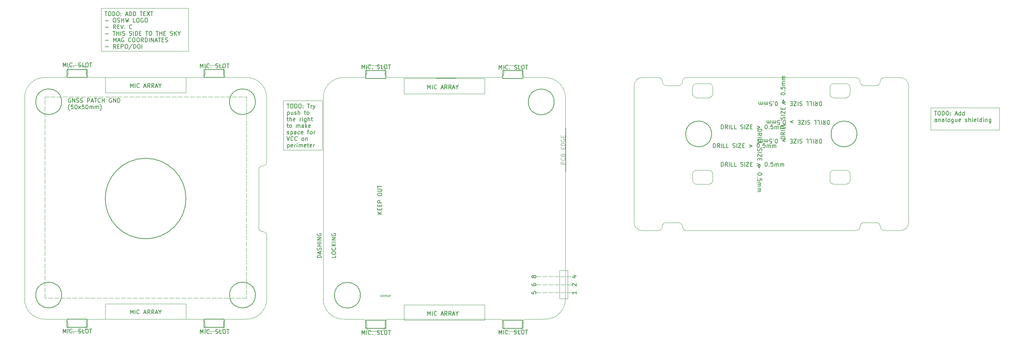
<source format=gbr>
%TF.GenerationSoftware,KiCad,Pcbnew,7.0.2*%
%TF.CreationDate,2023-04-27T15:04:23+02:00*%
%TF.ProjectId,kleinvoet,6b6c6569-6e76-46f6-9574-2e6b69636164,C*%
%TF.SameCoordinates,Original*%
%TF.FileFunction,Other,Comment*%
%FSLAX46Y46*%
G04 Gerber Fmt 4.6, Leading zero omitted, Abs format (unit mm)*
G04 Created by KiCad (PCBNEW 7.0.2) date 2023-04-27 15:04:23*
%MOMM*%
%LPD*%
G01*
G04 APERTURE LIST*
%ADD10C,0.150000*%
%ADD11C,0.100000*%
%ADD12C,0.070000*%
%ADD13C,0.050000*%
%ADD14C,0.200000*%
%TA.AperFunction,Profile*%
%ADD15C,0.050000*%
%TD*%
G04 APERTURE END LIST*
D10*
X113500000Y-94250000D02*
X113500000Y-92250000D01*
X68500000Y-92000000D02*
X73500000Y-92000000D01*
X68500000Y-94000000D02*
X73500000Y-94000000D01*
X73500000Y-94000000D02*
X73500000Y-92000000D01*
X68500000Y-92000000D02*
X68500000Y-94000000D01*
X108500000Y-30250000D02*
X108500000Y-32250000D01*
X34500000Y-94000000D02*
X39500000Y-94000000D01*
X113500000Y-32250000D02*
X108500000Y-32250000D01*
D11*
X29000000Y-36765000D02*
X30100000Y-36765000D01*
X30500000Y-36765000D02*
X31600000Y-36765000D01*
X32000000Y-36765000D02*
X33100000Y-36765000D01*
X33500000Y-36765000D02*
X34600000Y-36765000D01*
X35000000Y-36765000D02*
X36100000Y-36765000D01*
X36500000Y-36765000D02*
X37600000Y-36765000D01*
X38000000Y-36765000D02*
X39100000Y-36765000D01*
X39500000Y-36765000D02*
X40600000Y-36765000D01*
X41000000Y-36765000D02*
X42100000Y-36765000D01*
X42500000Y-36765000D02*
X43600000Y-36765000D01*
X44000000Y-36765000D02*
X45100000Y-36765000D01*
X45500000Y-36765000D02*
X46600000Y-36765000D01*
X47000000Y-36765000D02*
X48100000Y-36765000D01*
X48500000Y-36765000D02*
X49600000Y-36765000D01*
X50000000Y-36765000D02*
X51100000Y-36765000D01*
X51500000Y-36765000D02*
X52600000Y-36765000D01*
X53000000Y-36765000D02*
X54100000Y-36765000D01*
X54500000Y-36765000D02*
X55600000Y-36765000D01*
X56000000Y-36765000D02*
X57100000Y-36765000D01*
X57500000Y-36765000D02*
X58600000Y-36765000D01*
X59000000Y-36765000D02*
X60100000Y-36765000D01*
X60500000Y-36765000D02*
X61600000Y-36765000D01*
X62000000Y-36765000D02*
X63100000Y-36765000D01*
X63500000Y-36765000D02*
X64600000Y-36765000D01*
X65000000Y-36765000D02*
X66100000Y-36765000D01*
X66500000Y-36765000D02*
X67600000Y-36765000D01*
X68000000Y-36765000D02*
X69100000Y-36765000D01*
X69500000Y-36765000D02*
X70600000Y-36765000D01*
X71000000Y-36765000D02*
X72100000Y-36765000D01*
X72500000Y-36765000D02*
X73600000Y-36765000D01*
X74000000Y-36765000D02*
X75100000Y-36765000D01*
X75500000Y-36765000D02*
X76600000Y-36765000D01*
X77000000Y-36765000D02*
X78100000Y-36765000D01*
X78500000Y-36765000D02*
X79000000Y-36765000D01*
X79000000Y-36765000D02*
X79000000Y-37865000D01*
X79000000Y-38265000D02*
X79000000Y-39365000D01*
X79000000Y-39765000D02*
X79000000Y-40865000D01*
X79000000Y-41265000D02*
X79000000Y-42365000D01*
X79000000Y-42765000D02*
X79000000Y-43865000D01*
X79000000Y-44265000D02*
X79000000Y-45365000D01*
X79000000Y-45765000D02*
X79000000Y-46865000D01*
X79000000Y-47265000D02*
X79000000Y-48365000D01*
X79000000Y-48765000D02*
X79000000Y-49865000D01*
X79000000Y-50265000D02*
X79000000Y-51365000D01*
X79000000Y-51765000D02*
X79000000Y-52865000D01*
X79000000Y-53265000D02*
X79000000Y-54365000D01*
X79000000Y-54765000D02*
X79000000Y-55865000D01*
X79000000Y-56265000D02*
X79000000Y-57365000D01*
X79000000Y-57765000D02*
X79000000Y-58865000D01*
X79000000Y-59265000D02*
X79000000Y-60365000D01*
X79000000Y-60765000D02*
X79000000Y-61865000D01*
X79000000Y-62265000D02*
X79000000Y-63365000D01*
X79000000Y-63765000D02*
X79000000Y-64865000D01*
X79000000Y-65265000D02*
X79000000Y-66365000D01*
X79000000Y-66765000D02*
X79000000Y-67865000D01*
X79000000Y-68265000D02*
X79000000Y-69365000D01*
X79000000Y-69765000D02*
X79000000Y-70865000D01*
X79000000Y-71265000D02*
X79000000Y-72365000D01*
X79000000Y-72765000D02*
X79000000Y-73865000D01*
X79000000Y-74265000D02*
X79000000Y-75365000D01*
X79000000Y-75765000D02*
X79000000Y-76865000D01*
X79000000Y-77265000D02*
X79000000Y-78365000D01*
X79000000Y-78765000D02*
X79000000Y-79865000D01*
X79000000Y-80265000D02*
X79000000Y-81365000D01*
X79000000Y-81765000D02*
X79000000Y-82865000D01*
X79000000Y-83265000D02*
X79000000Y-84365000D01*
X79000000Y-84765000D02*
X79000000Y-85865000D01*
X79000000Y-86265000D02*
X79000000Y-86765000D01*
X79000000Y-86765000D02*
X77900000Y-86765000D01*
X77500000Y-86765000D02*
X76400000Y-86765000D01*
X76000000Y-86765000D02*
X74900000Y-86765000D01*
X74500000Y-86765000D02*
X73400000Y-86765000D01*
X73000000Y-86765000D02*
X71900000Y-86765000D01*
X71500000Y-86765000D02*
X70400000Y-86765000D01*
X70000000Y-86765000D02*
X68900000Y-86765000D01*
X68500000Y-86765000D02*
X67400000Y-86765000D01*
X67000000Y-86765000D02*
X65900000Y-86765000D01*
X65500000Y-86765000D02*
X64400000Y-86765000D01*
X64000000Y-86765000D02*
X62900000Y-86765000D01*
X62500000Y-86765000D02*
X61400000Y-86765000D01*
X61000000Y-86765000D02*
X59900000Y-86765000D01*
X59500000Y-86765000D02*
X58400000Y-86765000D01*
X58000000Y-86765000D02*
X56900000Y-86765000D01*
X56500000Y-86765000D02*
X55400000Y-86765000D01*
X55000000Y-86765000D02*
X53900000Y-86765000D01*
X53500000Y-86765000D02*
X52400000Y-86765000D01*
X52000000Y-86765000D02*
X50900000Y-86765000D01*
X50500000Y-86765000D02*
X49400000Y-86765000D01*
X49000000Y-86765000D02*
X47900000Y-86765000D01*
X47500000Y-86765000D02*
X46400000Y-86765000D01*
X46000000Y-86765000D02*
X44900000Y-86765000D01*
X44500000Y-86765000D02*
X43400000Y-86765000D01*
X43000000Y-86765000D02*
X41900000Y-86765000D01*
X41500000Y-86765000D02*
X40400000Y-86765000D01*
X40000000Y-86765000D02*
X38900000Y-86765000D01*
X38500000Y-86765000D02*
X37400000Y-86765000D01*
X37000000Y-86765000D02*
X35900000Y-86765000D01*
X35500000Y-86765000D02*
X34400000Y-86765000D01*
X34000000Y-86765000D02*
X32900000Y-86765000D01*
X32500000Y-86765000D02*
X31400000Y-86765000D01*
X31000000Y-86765000D02*
X29900000Y-86765000D01*
X29500000Y-86765000D02*
X29000000Y-86765000D01*
X29000000Y-86765000D02*
X29000000Y-85665000D01*
X29000000Y-85265000D02*
X29000000Y-84165000D01*
X29000000Y-83765000D02*
X29000000Y-82665000D01*
X29000000Y-82265000D02*
X29000000Y-81165000D01*
X29000000Y-80765000D02*
X29000000Y-79665000D01*
X29000000Y-79265000D02*
X29000000Y-78165000D01*
X29000000Y-77765000D02*
X29000000Y-76665000D01*
X29000000Y-76265000D02*
X29000000Y-75165000D01*
X29000000Y-74765000D02*
X29000000Y-73665000D01*
X29000000Y-73265000D02*
X29000000Y-72165000D01*
X29000000Y-71765000D02*
X29000000Y-70665000D01*
X29000000Y-70265000D02*
X29000000Y-69165000D01*
X29000000Y-68765000D02*
X29000000Y-67665000D01*
X29000000Y-67265000D02*
X29000000Y-66165000D01*
X29000000Y-65765000D02*
X29000000Y-64665000D01*
X29000000Y-64265000D02*
X29000000Y-63165000D01*
X29000000Y-62765000D02*
X29000000Y-61665000D01*
X29000000Y-61265000D02*
X29000000Y-60165000D01*
X29000000Y-59765000D02*
X29000000Y-58665000D01*
X29000000Y-58265000D02*
X29000000Y-57165000D01*
X29000000Y-56765000D02*
X29000000Y-55665000D01*
X29000000Y-55265000D02*
X29000000Y-54165000D01*
X29000000Y-53765000D02*
X29000000Y-52665000D01*
X29000000Y-52265000D02*
X29000000Y-51165000D01*
X29000000Y-50765000D02*
X29000000Y-49665000D01*
X29000000Y-49265000D02*
X29000000Y-48165000D01*
X29000000Y-47765000D02*
X29000000Y-46665000D01*
X29000000Y-46265000D02*
X29000000Y-45165000D01*
X29000000Y-44765000D02*
X29000000Y-43665000D01*
X29000000Y-43265000D02*
X29000000Y-42165000D01*
X29000000Y-41765000D02*
X29000000Y-40665000D01*
X29000000Y-40265000D02*
X29000000Y-39165000D01*
X29000000Y-38765000D02*
X29000000Y-37665000D01*
X29000000Y-37265000D02*
X29000000Y-36765000D01*
X44000000Y-32000000D02*
X64000000Y-32000000D01*
X64000000Y-35800000D01*
X44000000Y-35800000D01*
X44000000Y-32000000D01*
D10*
X34500000Y-92000000D02*
X39500000Y-92000000D01*
X108500000Y-92250000D02*
X113500000Y-92250000D01*
X39500000Y-30000000D02*
X34500000Y-30000000D01*
D11*
X118000000Y-88450000D02*
X138000000Y-88450000D01*
X138000000Y-92250000D01*
X118000000Y-92250000D01*
X118000000Y-88450000D01*
D10*
X147500000Y-30250000D02*
X142500000Y-30250000D01*
X147500000Y-32250000D02*
X142500000Y-32250000D01*
X73500000Y-30000000D02*
X68500000Y-30000000D01*
X39500000Y-94000000D02*
X39500000Y-92000000D01*
X73500000Y-32000000D02*
X68500000Y-32000000D01*
X34500000Y-30000000D02*
X34500000Y-32000000D01*
X142500000Y-94250000D02*
X147500000Y-94250000D01*
X108500000Y-92250000D02*
X108500000Y-94250000D01*
X73500000Y-32000000D02*
X73500000Y-30000000D01*
X147500000Y-32250000D02*
X147500000Y-30250000D01*
X108500000Y-94250000D02*
X113500000Y-94250000D01*
D11*
X118000000Y-32250000D02*
X138000000Y-32250000D01*
X138000000Y-36050000D01*
X118000000Y-36050000D01*
X118000000Y-32250000D01*
D10*
X142500000Y-30250000D02*
X142500000Y-32250000D01*
X39500000Y-32000000D02*
X34500000Y-32000000D01*
X39500000Y-32000000D02*
X39500000Y-30000000D01*
X130900000Y-32250000D02*
X125900000Y-32250000D01*
X147500000Y-94250000D02*
X147500000Y-92250000D01*
X113500000Y-30250000D02*
X108500000Y-30250000D01*
X34500000Y-92000000D02*
X34500000Y-94000000D01*
X142500000Y-92250000D02*
X147500000Y-92250000D01*
X142500000Y-92250000D02*
X142500000Y-94250000D01*
D11*
X44000000Y-88200000D02*
X64000000Y-88200000D01*
X64000000Y-92000000D01*
X44000000Y-92000000D01*
X44000000Y-88200000D01*
D10*
X113500000Y-32250000D02*
X113500000Y-30250000D01*
X68500000Y-30000000D02*
X68500000Y-32000000D01*
X107573810Y-95812619D02*
X107573810Y-94812619D01*
X107573810Y-94812619D02*
X107907143Y-95526904D01*
X107907143Y-95526904D02*
X108240476Y-94812619D01*
X108240476Y-94812619D02*
X108240476Y-95812619D01*
X108716667Y-95812619D02*
X108716667Y-94812619D01*
X109764285Y-95717380D02*
X109716666Y-95765000D01*
X109716666Y-95765000D02*
X109573809Y-95812619D01*
X109573809Y-95812619D02*
X109478571Y-95812619D01*
X109478571Y-95812619D02*
X109335714Y-95765000D01*
X109335714Y-95765000D02*
X109240476Y-95669761D01*
X109240476Y-95669761D02*
X109192857Y-95574523D01*
X109192857Y-95574523D02*
X109145238Y-95384047D01*
X109145238Y-95384047D02*
X109145238Y-95241190D01*
X109145238Y-95241190D02*
X109192857Y-95050714D01*
X109192857Y-95050714D02*
X109240476Y-94955476D01*
X109240476Y-94955476D02*
X109335714Y-94860238D01*
X109335714Y-94860238D02*
X109478571Y-94812619D01*
X109478571Y-94812619D02*
X109573809Y-94812619D01*
X109573809Y-94812619D02*
X109716666Y-94860238D01*
X109716666Y-94860238D02*
X109764285Y-94907857D01*
X110192857Y-95717380D02*
X110240476Y-95765000D01*
X110240476Y-95765000D02*
X110192857Y-95812619D01*
X110192857Y-95812619D02*
X110145238Y-95765000D01*
X110145238Y-95765000D02*
X110192857Y-95717380D01*
X110192857Y-95717380D02*
X110192857Y-95812619D01*
X111383333Y-95765000D02*
X111526190Y-95812619D01*
X111526190Y-95812619D02*
X111764285Y-95812619D01*
X111764285Y-95812619D02*
X111859523Y-95765000D01*
X111859523Y-95765000D02*
X111907142Y-95717380D01*
X111907142Y-95717380D02*
X111954761Y-95622142D01*
X111954761Y-95622142D02*
X111954761Y-95526904D01*
X111954761Y-95526904D02*
X111907142Y-95431666D01*
X111907142Y-95431666D02*
X111859523Y-95384047D01*
X111859523Y-95384047D02*
X111764285Y-95336428D01*
X111764285Y-95336428D02*
X111573809Y-95288809D01*
X111573809Y-95288809D02*
X111478571Y-95241190D01*
X111478571Y-95241190D02*
X111430952Y-95193571D01*
X111430952Y-95193571D02*
X111383333Y-95098333D01*
X111383333Y-95098333D02*
X111383333Y-95003095D01*
X111383333Y-95003095D02*
X111430952Y-94907857D01*
X111430952Y-94907857D02*
X111478571Y-94860238D01*
X111478571Y-94860238D02*
X111573809Y-94812619D01*
X111573809Y-94812619D02*
X111811904Y-94812619D01*
X111811904Y-94812619D02*
X111954761Y-94860238D01*
X112859523Y-95812619D02*
X112383333Y-95812619D01*
X112383333Y-95812619D02*
X112383333Y-94812619D01*
X113383333Y-94812619D02*
X113573809Y-94812619D01*
X113573809Y-94812619D02*
X113669047Y-94860238D01*
X113669047Y-94860238D02*
X113764285Y-94955476D01*
X113764285Y-94955476D02*
X113811904Y-95145952D01*
X113811904Y-95145952D02*
X113811904Y-95479285D01*
X113811904Y-95479285D02*
X113764285Y-95669761D01*
X113764285Y-95669761D02*
X113669047Y-95765000D01*
X113669047Y-95765000D02*
X113573809Y-95812619D01*
X113573809Y-95812619D02*
X113383333Y-95812619D01*
X113383333Y-95812619D02*
X113288095Y-95765000D01*
X113288095Y-95765000D02*
X113192857Y-95669761D01*
X113192857Y-95669761D02*
X113145238Y-95479285D01*
X113145238Y-95479285D02*
X113145238Y-95145952D01*
X113145238Y-95145952D02*
X113192857Y-94955476D01*
X113192857Y-94955476D02*
X113288095Y-94860238D01*
X113288095Y-94860238D02*
X113383333Y-94812619D01*
X114097619Y-94812619D02*
X114669047Y-94812619D01*
X114383333Y-95812619D02*
X114383333Y-94812619D01*
X67573810Y-95562619D02*
X67573810Y-94562619D01*
X67573810Y-94562619D02*
X67907143Y-95276904D01*
X67907143Y-95276904D02*
X68240476Y-94562619D01*
X68240476Y-94562619D02*
X68240476Y-95562619D01*
X68716667Y-95562619D02*
X68716667Y-94562619D01*
X69764285Y-95467380D02*
X69716666Y-95515000D01*
X69716666Y-95515000D02*
X69573809Y-95562619D01*
X69573809Y-95562619D02*
X69478571Y-95562619D01*
X69478571Y-95562619D02*
X69335714Y-95515000D01*
X69335714Y-95515000D02*
X69240476Y-95419761D01*
X69240476Y-95419761D02*
X69192857Y-95324523D01*
X69192857Y-95324523D02*
X69145238Y-95134047D01*
X69145238Y-95134047D02*
X69145238Y-94991190D01*
X69145238Y-94991190D02*
X69192857Y-94800714D01*
X69192857Y-94800714D02*
X69240476Y-94705476D01*
X69240476Y-94705476D02*
X69335714Y-94610238D01*
X69335714Y-94610238D02*
X69478571Y-94562619D01*
X69478571Y-94562619D02*
X69573809Y-94562619D01*
X69573809Y-94562619D02*
X69716666Y-94610238D01*
X69716666Y-94610238D02*
X69764285Y-94657857D01*
X70192857Y-95467380D02*
X70240476Y-95515000D01*
X70240476Y-95515000D02*
X70192857Y-95562619D01*
X70192857Y-95562619D02*
X70145238Y-95515000D01*
X70145238Y-95515000D02*
X70192857Y-95467380D01*
X70192857Y-95467380D02*
X70192857Y-95562619D01*
X71383333Y-95515000D02*
X71526190Y-95562619D01*
X71526190Y-95562619D02*
X71764285Y-95562619D01*
X71764285Y-95562619D02*
X71859523Y-95515000D01*
X71859523Y-95515000D02*
X71907142Y-95467380D01*
X71907142Y-95467380D02*
X71954761Y-95372142D01*
X71954761Y-95372142D02*
X71954761Y-95276904D01*
X71954761Y-95276904D02*
X71907142Y-95181666D01*
X71907142Y-95181666D02*
X71859523Y-95134047D01*
X71859523Y-95134047D02*
X71764285Y-95086428D01*
X71764285Y-95086428D02*
X71573809Y-95038809D01*
X71573809Y-95038809D02*
X71478571Y-94991190D01*
X71478571Y-94991190D02*
X71430952Y-94943571D01*
X71430952Y-94943571D02*
X71383333Y-94848333D01*
X71383333Y-94848333D02*
X71383333Y-94753095D01*
X71383333Y-94753095D02*
X71430952Y-94657857D01*
X71430952Y-94657857D02*
X71478571Y-94610238D01*
X71478571Y-94610238D02*
X71573809Y-94562619D01*
X71573809Y-94562619D02*
X71811904Y-94562619D01*
X71811904Y-94562619D02*
X71954761Y-94610238D01*
X72859523Y-95562619D02*
X72383333Y-95562619D01*
X72383333Y-95562619D02*
X72383333Y-94562619D01*
X73383333Y-94562619D02*
X73573809Y-94562619D01*
X73573809Y-94562619D02*
X73669047Y-94610238D01*
X73669047Y-94610238D02*
X73764285Y-94705476D01*
X73764285Y-94705476D02*
X73811904Y-94895952D01*
X73811904Y-94895952D02*
X73811904Y-95229285D01*
X73811904Y-95229285D02*
X73764285Y-95419761D01*
X73764285Y-95419761D02*
X73669047Y-95515000D01*
X73669047Y-95515000D02*
X73573809Y-95562619D01*
X73573809Y-95562619D02*
X73383333Y-95562619D01*
X73383333Y-95562619D02*
X73288095Y-95515000D01*
X73288095Y-95515000D02*
X73192857Y-95419761D01*
X73192857Y-95419761D02*
X73145238Y-95229285D01*
X73145238Y-95229285D02*
X73145238Y-94895952D01*
X73145238Y-94895952D02*
X73192857Y-94705476D01*
X73192857Y-94705476D02*
X73288095Y-94610238D01*
X73288095Y-94610238D02*
X73383333Y-94562619D01*
X74097619Y-94562619D02*
X74669047Y-94562619D01*
X74383333Y-95562619D02*
X74383333Y-94562619D01*
X107573810Y-29812619D02*
X107573810Y-28812619D01*
X107573810Y-28812619D02*
X107907143Y-29526904D01*
X107907143Y-29526904D02*
X108240476Y-28812619D01*
X108240476Y-28812619D02*
X108240476Y-29812619D01*
X108716667Y-29812619D02*
X108716667Y-28812619D01*
X109764285Y-29717380D02*
X109716666Y-29765000D01*
X109716666Y-29765000D02*
X109573809Y-29812619D01*
X109573809Y-29812619D02*
X109478571Y-29812619D01*
X109478571Y-29812619D02*
X109335714Y-29765000D01*
X109335714Y-29765000D02*
X109240476Y-29669761D01*
X109240476Y-29669761D02*
X109192857Y-29574523D01*
X109192857Y-29574523D02*
X109145238Y-29384047D01*
X109145238Y-29384047D02*
X109145238Y-29241190D01*
X109145238Y-29241190D02*
X109192857Y-29050714D01*
X109192857Y-29050714D02*
X109240476Y-28955476D01*
X109240476Y-28955476D02*
X109335714Y-28860238D01*
X109335714Y-28860238D02*
X109478571Y-28812619D01*
X109478571Y-28812619D02*
X109573809Y-28812619D01*
X109573809Y-28812619D02*
X109716666Y-28860238D01*
X109716666Y-28860238D02*
X109764285Y-28907857D01*
X110192857Y-29717380D02*
X110240476Y-29765000D01*
X110240476Y-29765000D02*
X110192857Y-29812619D01*
X110192857Y-29812619D02*
X110145238Y-29765000D01*
X110145238Y-29765000D02*
X110192857Y-29717380D01*
X110192857Y-29717380D02*
X110192857Y-29812619D01*
X111383333Y-29765000D02*
X111526190Y-29812619D01*
X111526190Y-29812619D02*
X111764285Y-29812619D01*
X111764285Y-29812619D02*
X111859523Y-29765000D01*
X111859523Y-29765000D02*
X111907142Y-29717380D01*
X111907142Y-29717380D02*
X111954761Y-29622142D01*
X111954761Y-29622142D02*
X111954761Y-29526904D01*
X111954761Y-29526904D02*
X111907142Y-29431666D01*
X111907142Y-29431666D02*
X111859523Y-29384047D01*
X111859523Y-29384047D02*
X111764285Y-29336428D01*
X111764285Y-29336428D02*
X111573809Y-29288809D01*
X111573809Y-29288809D02*
X111478571Y-29241190D01*
X111478571Y-29241190D02*
X111430952Y-29193571D01*
X111430952Y-29193571D02*
X111383333Y-29098333D01*
X111383333Y-29098333D02*
X111383333Y-29003095D01*
X111383333Y-29003095D02*
X111430952Y-28907857D01*
X111430952Y-28907857D02*
X111478571Y-28860238D01*
X111478571Y-28860238D02*
X111573809Y-28812619D01*
X111573809Y-28812619D02*
X111811904Y-28812619D01*
X111811904Y-28812619D02*
X111954761Y-28860238D01*
X112859523Y-29812619D02*
X112383333Y-29812619D01*
X112383333Y-29812619D02*
X112383333Y-28812619D01*
X113383333Y-28812619D02*
X113573809Y-28812619D01*
X113573809Y-28812619D02*
X113669047Y-28860238D01*
X113669047Y-28860238D02*
X113764285Y-28955476D01*
X113764285Y-28955476D02*
X113811904Y-29145952D01*
X113811904Y-29145952D02*
X113811904Y-29479285D01*
X113811904Y-29479285D02*
X113764285Y-29669761D01*
X113764285Y-29669761D02*
X113669047Y-29765000D01*
X113669047Y-29765000D02*
X113573809Y-29812619D01*
X113573809Y-29812619D02*
X113383333Y-29812619D01*
X113383333Y-29812619D02*
X113288095Y-29765000D01*
X113288095Y-29765000D02*
X113192857Y-29669761D01*
X113192857Y-29669761D02*
X113145238Y-29479285D01*
X113145238Y-29479285D02*
X113145238Y-29145952D01*
X113145238Y-29145952D02*
X113192857Y-28955476D01*
X113192857Y-28955476D02*
X113288095Y-28860238D01*
X113288095Y-28860238D02*
X113383333Y-28812619D01*
X114097619Y-28812619D02*
X114669047Y-28812619D01*
X114383333Y-29812619D02*
X114383333Y-28812619D01*
X141523810Y-95712619D02*
X141523810Y-94712619D01*
X141523810Y-94712619D02*
X141857143Y-95426904D01*
X141857143Y-95426904D02*
X142190476Y-94712619D01*
X142190476Y-94712619D02*
X142190476Y-95712619D01*
X142666667Y-95712619D02*
X142666667Y-94712619D01*
X143714285Y-95617380D02*
X143666666Y-95665000D01*
X143666666Y-95665000D02*
X143523809Y-95712619D01*
X143523809Y-95712619D02*
X143428571Y-95712619D01*
X143428571Y-95712619D02*
X143285714Y-95665000D01*
X143285714Y-95665000D02*
X143190476Y-95569761D01*
X143190476Y-95569761D02*
X143142857Y-95474523D01*
X143142857Y-95474523D02*
X143095238Y-95284047D01*
X143095238Y-95284047D02*
X143095238Y-95141190D01*
X143095238Y-95141190D02*
X143142857Y-94950714D01*
X143142857Y-94950714D02*
X143190476Y-94855476D01*
X143190476Y-94855476D02*
X143285714Y-94760238D01*
X143285714Y-94760238D02*
X143428571Y-94712619D01*
X143428571Y-94712619D02*
X143523809Y-94712619D01*
X143523809Y-94712619D02*
X143666666Y-94760238D01*
X143666666Y-94760238D02*
X143714285Y-94807857D01*
X144142857Y-95617380D02*
X144190476Y-95665000D01*
X144190476Y-95665000D02*
X144142857Y-95712619D01*
X144142857Y-95712619D02*
X144095238Y-95665000D01*
X144095238Y-95665000D02*
X144142857Y-95617380D01*
X144142857Y-95617380D02*
X144142857Y-95712619D01*
X145333333Y-95665000D02*
X145476190Y-95712619D01*
X145476190Y-95712619D02*
X145714285Y-95712619D01*
X145714285Y-95712619D02*
X145809523Y-95665000D01*
X145809523Y-95665000D02*
X145857142Y-95617380D01*
X145857142Y-95617380D02*
X145904761Y-95522142D01*
X145904761Y-95522142D02*
X145904761Y-95426904D01*
X145904761Y-95426904D02*
X145857142Y-95331666D01*
X145857142Y-95331666D02*
X145809523Y-95284047D01*
X145809523Y-95284047D02*
X145714285Y-95236428D01*
X145714285Y-95236428D02*
X145523809Y-95188809D01*
X145523809Y-95188809D02*
X145428571Y-95141190D01*
X145428571Y-95141190D02*
X145380952Y-95093571D01*
X145380952Y-95093571D02*
X145333333Y-94998333D01*
X145333333Y-94998333D02*
X145333333Y-94903095D01*
X145333333Y-94903095D02*
X145380952Y-94807857D01*
X145380952Y-94807857D02*
X145428571Y-94760238D01*
X145428571Y-94760238D02*
X145523809Y-94712619D01*
X145523809Y-94712619D02*
X145761904Y-94712619D01*
X145761904Y-94712619D02*
X145904761Y-94760238D01*
X146809523Y-95712619D02*
X146333333Y-95712619D01*
X146333333Y-95712619D02*
X146333333Y-94712619D01*
X147333333Y-94712619D02*
X147523809Y-94712619D01*
X147523809Y-94712619D02*
X147619047Y-94760238D01*
X147619047Y-94760238D02*
X147714285Y-94855476D01*
X147714285Y-94855476D02*
X147761904Y-95045952D01*
X147761904Y-95045952D02*
X147761904Y-95379285D01*
X147761904Y-95379285D02*
X147714285Y-95569761D01*
X147714285Y-95569761D02*
X147619047Y-95665000D01*
X147619047Y-95665000D02*
X147523809Y-95712619D01*
X147523809Y-95712619D02*
X147333333Y-95712619D01*
X147333333Y-95712619D02*
X147238095Y-95665000D01*
X147238095Y-95665000D02*
X147142857Y-95569761D01*
X147142857Y-95569761D02*
X147095238Y-95379285D01*
X147095238Y-95379285D02*
X147095238Y-95045952D01*
X147095238Y-95045952D02*
X147142857Y-94855476D01*
X147142857Y-94855476D02*
X147238095Y-94760238D01*
X147238095Y-94760238D02*
X147333333Y-94712619D01*
X148047619Y-94712619D02*
X148619047Y-94712619D01*
X148333333Y-95712619D02*
X148333333Y-94712619D01*
X67573810Y-29562619D02*
X67573810Y-28562619D01*
X67573810Y-28562619D02*
X67907143Y-29276904D01*
X67907143Y-29276904D02*
X68240476Y-28562619D01*
X68240476Y-28562619D02*
X68240476Y-29562619D01*
X68716667Y-29562619D02*
X68716667Y-28562619D01*
X69764285Y-29467380D02*
X69716666Y-29515000D01*
X69716666Y-29515000D02*
X69573809Y-29562619D01*
X69573809Y-29562619D02*
X69478571Y-29562619D01*
X69478571Y-29562619D02*
X69335714Y-29515000D01*
X69335714Y-29515000D02*
X69240476Y-29419761D01*
X69240476Y-29419761D02*
X69192857Y-29324523D01*
X69192857Y-29324523D02*
X69145238Y-29134047D01*
X69145238Y-29134047D02*
X69145238Y-28991190D01*
X69145238Y-28991190D02*
X69192857Y-28800714D01*
X69192857Y-28800714D02*
X69240476Y-28705476D01*
X69240476Y-28705476D02*
X69335714Y-28610238D01*
X69335714Y-28610238D02*
X69478571Y-28562619D01*
X69478571Y-28562619D02*
X69573809Y-28562619D01*
X69573809Y-28562619D02*
X69716666Y-28610238D01*
X69716666Y-28610238D02*
X69764285Y-28657857D01*
X70192857Y-29467380D02*
X70240476Y-29515000D01*
X70240476Y-29515000D02*
X70192857Y-29562619D01*
X70192857Y-29562619D02*
X70145238Y-29515000D01*
X70145238Y-29515000D02*
X70192857Y-29467380D01*
X70192857Y-29467380D02*
X70192857Y-29562619D01*
X71383333Y-29515000D02*
X71526190Y-29562619D01*
X71526190Y-29562619D02*
X71764285Y-29562619D01*
X71764285Y-29562619D02*
X71859523Y-29515000D01*
X71859523Y-29515000D02*
X71907142Y-29467380D01*
X71907142Y-29467380D02*
X71954761Y-29372142D01*
X71954761Y-29372142D02*
X71954761Y-29276904D01*
X71954761Y-29276904D02*
X71907142Y-29181666D01*
X71907142Y-29181666D02*
X71859523Y-29134047D01*
X71859523Y-29134047D02*
X71764285Y-29086428D01*
X71764285Y-29086428D02*
X71573809Y-29038809D01*
X71573809Y-29038809D02*
X71478571Y-28991190D01*
X71478571Y-28991190D02*
X71430952Y-28943571D01*
X71430952Y-28943571D02*
X71383333Y-28848333D01*
X71383333Y-28848333D02*
X71383333Y-28753095D01*
X71383333Y-28753095D02*
X71430952Y-28657857D01*
X71430952Y-28657857D02*
X71478571Y-28610238D01*
X71478571Y-28610238D02*
X71573809Y-28562619D01*
X71573809Y-28562619D02*
X71811904Y-28562619D01*
X71811904Y-28562619D02*
X71954761Y-28610238D01*
X72859523Y-29562619D02*
X72383333Y-29562619D01*
X72383333Y-29562619D02*
X72383333Y-28562619D01*
X73383333Y-28562619D02*
X73573809Y-28562619D01*
X73573809Y-28562619D02*
X73669047Y-28610238D01*
X73669047Y-28610238D02*
X73764285Y-28705476D01*
X73764285Y-28705476D02*
X73811904Y-28895952D01*
X73811904Y-28895952D02*
X73811904Y-29229285D01*
X73811904Y-29229285D02*
X73764285Y-29419761D01*
X73764285Y-29419761D02*
X73669047Y-29515000D01*
X73669047Y-29515000D02*
X73573809Y-29562619D01*
X73573809Y-29562619D02*
X73383333Y-29562619D01*
X73383333Y-29562619D02*
X73288095Y-29515000D01*
X73288095Y-29515000D02*
X73192857Y-29419761D01*
X73192857Y-29419761D02*
X73145238Y-29229285D01*
X73145238Y-29229285D02*
X73145238Y-28895952D01*
X73145238Y-28895952D02*
X73192857Y-28705476D01*
X73192857Y-28705476D02*
X73288095Y-28610238D01*
X73288095Y-28610238D02*
X73383333Y-28562619D01*
X74097619Y-28562619D02*
X74669047Y-28562619D01*
X74383333Y-29562619D02*
X74383333Y-28562619D01*
X33573810Y-29362619D02*
X33573810Y-28362619D01*
X33573810Y-28362619D02*
X33907143Y-29076904D01*
X33907143Y-29076904D02*
X34240476Y-28362619D01*
X34240476Y-28362619D02*
X34240476Y-29362619D01*
X34716667Y-29362619D02*
X34716667Y-28362619D01*
X35764285Y-29267380D02*
X35716666Y-29315000D01*
X35716666Y-29315000D02*
X35573809Y-29362619D01*
X35573809Y-29362619D02*
X35478571Y-29362619D01*
X35478571Y-29362619D02*
X35335714Y-29315000D01*
X35335714Y-29315000D02*
X35240476Y-29219761D01*
X35240476Y-29219761D02*
X35192857Y-29124523D01*
X35192857Y-29124523D02*
X35145238Y-28934047D01*
X35145238Y-28934047D02*
X35145238Y-28791190D01*
X35145238Y-28791190D02*
X35192857Y-28600714D01*
X35192857Y-28600714D02*
X35240476Y-28505476D01*
X35240476Y-28505476D02*
X35335714Y-28410238D01*
X35335714Y-28410238D02*
X35478571Y-28362619D01*
X35478571Y-28362619D02*
X35573809Y-28362619D01*
X35573809Y-28362619D02*
X35716666Y-28410238D01*
X35716666Y-28410238D02*
X35764285Y-28457857D01*
X36192857Y-29267380D02*
X36240476Y-29315000D01*
X36240476Y-29315000D02*
X36192857Y-29362619D01*
X36192857Y-29362619D02*
X36145238Y-29315000D01*
X36145238Y-29315000D02*
X36192857Y-29267380D01*
X36192857Y-29267380D02*
X36192857Y-29362619D01*
X37383333Y-29315000D02*
X37526190Y-29362619D01*
X37526190Y-29362619D02*
X37764285Y-29362619D01*
X37764285Y-29362619D02*
X37859523Y-29315000D01*
X37859523Y-29315000D02*
X37907142Y-29267380D01*
X37907142Y-29267380D02*
X37954761Y-29172142D01*
X37954761Y-29172142D02*
X37954761Y-29076904D01*
X37954761Y-29076904D02*
X37907142Y-28981666D01*
X37907142Y-28981666D02*
X37859523Y-28934047D01*
X37859523Y-28934047D02*
X37764285Y-28886428D01*
X37764285Y-28886428D02*
X37573809Y-28838809D01*
X37573809Y-28838809D02*
X37478571Y-28791190D01*
X37478571Y-28791190D02*
X37430952Y-28743571D01*
X37430952Y-28743571D02*
X37383333Y-28648333D01*
X37383333Y-28648333D02*
X37383333Y-28553095D01*
X37383333Y-28553095D02*
X37430952Y-28457857D01*
X37430952Y-28457857D02*
X37478571Y-28410238D01*
X37478571Y-28410238D02*
X37573809Y-28362619D01*
X37573809Y-28362619D02*
X37811904Y-28362619D01*
X37811904Y-28362619D02*
X37954761Y-28410238D01*
X38859523Y-29362619D02*
X38383333Y-29362619D01*
X38383333Y-29362619D02*
X38383333Y-28362619D01*
X39383333Y-28362619D02*
X39573809Y-28362619D01*
X39573809Y-28362619D02*
X39669047Y-28410238D01*
X39669047Y-28410238D02*
X39764285Y-28505476D01*
X39764285Y-28505476D02*
X39811904Y-28695952D01*
X39811904Y-28695952D02*
X39811904Y-29029285D01*
X39811904Y-29029285D02*
X39764285Y-29219761D01*
X39764285Y-29219761D02*
X39669047Y-29315000D01*
X39669047Y-29315000D02*
X39573809Y-29362619D01*
X39573809Y-29362619D02*
X39383333Y-29362619D01*
X39383333Y-29362619D02*
X39288095Y-29315000D01*
X39288095Y-29315000D02*
X39192857Y-29219761D01*
X39192857Y-29219761D02*
X39145238Y-29029285D01*
X39145238Y-29029285D02*
X39145238Y-28695952D01*
X39145238Y-28695952D02*
X39192857Y-28505476D01*
X39192857Y-28505476D02*
X39288095Y-28410238D01*
X39288095Y-28410238D02*
X39383333Y-28362619D01*
X40097619Y-28362619D02*
X40669047Y-28362619D01*
X40383333Y-29362619D02*
X40383333Y-28362619D01*
X35411904Y-37205238D02*
X35316666Y-37157619D01*
X35316666Y-37157619D02*
X35173809Y-37157619D01*
X35173809Y-37157619D02*
X35030952Y-37205238D01*
X35030952Y-37205238D02*
X34935714Y-37300476D01*
X34935714Y-37300476D02*
X34888095Y-37395714D01*
X34888095Y-37395714D02*
X34840476Y-37586190D01*
X34840476Y-37586190D02*
X34840476Y-37729047D01*
X34840476Y-37729047D02*
X34888095Y-37919523D01*
X34888095Y-37919523D02*
X34935714Y-38014761D01*
X34935714Y-38014761D02*
X35030952Y-38110000D01*
X35030952Y-38110000D02*
X35173809Y-38157619D01*
X35173809Y-38157619D02*
X35269047Y-38157619D01*
X35269047Y-38157619D02*
X35411904Y-38110000D01*
X35411904Y-38110000D02*
X35459523Y-38062380D01*
X35459523Y-38062380D02*
X35459523Y-37729047D01*
X35459523Y-37729047D02*
X35269047Y-37729047D01*
X35888095Y-38157619D02*
X35888095Y-37157619D01*
X35888095Y-37157619D02*
X36459523Y-38157619D01*
X36459523Y-38157619D02*
X36459523Y-37157619D01*
X36888095Y-38110000D02*
X37030952Y-38157619D01*
X37030952Y-38157619D02*
X37269047Y-38157619D01*
X37269047Y-38157619D02*
X37364285Y-38110000D01*
X37364285Y-38110000D02*
X37411904Y-38062380D01*
X37411904Y-38062380D02*
X37459523Y-37967142D01*
X37459523Y-37967142D02*
X37459523Y-37871904D01*
X37459523Y-37871904D02*
X37411904Y-37776666D01*
X37411904Y-37776666D02*
X37364285Y-37729047D01*
X37364285Y-37729047D02*
X37269047Y-37681428D01*
X37269047Y-37681428D02*
X37078571Y-37633809D01*
X37078571Y-37633809D02*
X36983333Y-37586190D01*
X36983333Y-37586190D02*
X36935714Y-37538571D01*
X36935714Y-37538571D02*
X36888095Y-37443333D01*
X36888095Y-37443333D02*
X36888095Y-37348095D01*
X36888095Y-37348095D02*
X36935714Y-37252857D01*
X36935714Y-37252857D02*
X36983333Y-37205238D01*
X36983333Y-37205238D02*
X37078571Y-37157619D01*
X37078571Y-37157619D02*
X37316666Y-37157619D01*
X37316666Y-37157619D02*
X37459523Y-37205238D01*
X37840476Y-38110000D02*
X37983333Y-38157619D01*
X37983333Y-38157619D02*
X38221428Y-38157619D01*
X38221428Y-38157619D02*
X38316666Y-38110000D01*
X38316666Y-38110000D02*
X38364285Y-38062380D01*
X38364285Y-38062380D02*
X38411904Y-37967142D01*
X38411904Y-37967142D02*
X38411904Y-37871904D01*
X38411904Y-37871904D02*
X38364285Y-37776666D01*
X38364285Y-37776666D02*
X38316666Y-37729047D01*
X38316666Y-37729047D02*
X38221428Y-37681428D01*
X38221428Y-37681428D02*
X38030952Y-37633809D01*
X38030952Y-37633809D02*
X37935714Y-37586190D01*
X37935714Y-37586190D02*
X37888095Y-37538571D01*
X37888095Y-37538571D02*
X37840476Y-37443333D01*
X37840476Y-37443333D02*
X37840476Y-37348095D01*
X37840476Y-37348095D02*
X37888095Y-37252857D01*
X37888095Y-37252857D02*
X37935714Y-37205238D01*
X37935714Y-37205238D02*
X38030952Y-37157619D01*
X38030952Y-37157619D02*
X38269047Y-37157619D01*
X38269047Y-37157619D02*
X38411904Y-37205238D01*
X39602381Y-38157619D02*
X39602381Y-37157619D01*
X39602381Y-37157619D02*
X39983333Y-37157619D01*
X39983333Y-37157619D02*
X40078571Y-37205238D01*
X40078571Y-37205238D02*
X40126190Y-37252857D01*
X40126190Y-37252857D02*
X40173809Y-37348095D01*
X40173809Y-37348095D02*
X40173809Y-37490952D01*
X40173809Y-37490952D02*
X40126190Y-37586190D01*
X40126190Y-37586190D02*
X40078571Y-37633809D01*
X40078571Y-37633809D02*
X39983333Y-37681428D01*
X39983333Y-37681428D02*
X39602381Y-37681428D01*
X40554762Y-37871904D02*
X41030952Y-37871904D01*
X40459524Y-38157619D02*
X40792857Y-37157619D01*
X40792857Y-37157619D02*
X41126190Y-38157619D01*
X41316667Y-37157619D02*
X41888095Y-37157619D01*
X41602381Y-38157619D02*
X41602381Y-37157619D01*
X42792857Y-38062380D02*
X42745238Y-38110000D01*
X42745238Y-38110000D02*
X42602381Y-38157619D01*
X42602381Y-38157619D02*
X42507143Y-38157619D01*
X42507143Y-38157619D02*
X42364286Y-38110000D01*
X42364286Y-38110000D02*
X42269048Y-38014761D01*
X42269048Y-38014761D02*
X42221429Y-37919523D01*
X42221429Y-37919523D02*
X42173810Y-37729047D01*
X42173810Y-37729047D02*
X42173810Y-37586190D01*
X42173810Y-37586190D02*
X42221429Y-37395714D01*
X42221429Y-37395714D02*
X42269048Y-37300476D01*
X42269048Y-37300476D02*
X42364286Y-37205238D01*
X42364286Y-37205238D02*
X42507143Y-37157619D01*
X42507143Y-37157619D02*
X42602381Y-37157619D01*
X42602381Y-37157619D02*
X42745238Y-37205238D01*
X42745238Y-37205238D02*
X42792857Y-37252857D01*
X43221429Y-38157619D02*
X43221429Y-37157619D01*
X43221429Y-37633809D02*
X43792857Y-37633809D01*
X43792857Y-38157619D02*
X43792857Y-37157619D01*
X45554762Y-37205238D02*
X45459524Y-37157619D01*
X45459524Y-37157619D02*
X45316667Y-37157619D01*
X45316667Y-37157619D02*
X45173810Y-37205238D01*
X45173810Y-37205238D02*
X45078572Y-37300476D01*
X45078572Y-37300476D02*
X45030953Y-37395714D01*
X45030953Y-37395714D02*
X44983334Y-37586190D01*
X44983334Y-37586190D02*
X44983334Y-37729047D01*
X44983334Y-37729047D02*
X45030953Y-37919523D01*
X45030953Y-37919523D02*
X45078572Y-38014761D01*
X45078572Y-38014761D02*
X45173810Y-38110000D01*
X45173810Y-38110000D02*
X45316667Y-38157619D01*
X45316667Y-38157619D02*
X45411905Y-38157619D01*
X45411905Y-38157619D02*
X45554762Y-38110000D01*
X45554762Y-38110000D02*
X45602381Y-38062380D01*
X45602381Y-38062380D02*
X45602381Y-37729047D01*
X45602381Y-37729047D02*
X45411905Y-37729047D01*
X46030953Y-38157619D02*
X46030953Y-37157619D01*
X46030953Y-37157619D02*
X46602381Y-38157619D01*
X46602381Y-38157619D02*
X46602381Y-37157619D01*
X47078572Y-38157619D02*
X47078572Y-37157619D01*
X47078572Y-37157619D02*
X47316667Y-37157619D01*
X47316667Y-37157619D02*
X47459524Y-37205238D01*
X47459524Y-37205238D02*
X47554762Y-37300476D01*
X47554762Y-37300476D02*
X47602381Y-37395714D01*
X47602381Y-37395714D02*
X47650000Y-37586190D01*
X47650000Y-37586190D02*
X47650000Y-37729047D01*
X47650000Y-37729047D02*
X47602381Y-37919523D01*
X47602381Y-37919523D02*
X47554762Y-38014761D01*
X47554762Y-38014761D02*
X47459524Y-38110000D01*
X47459524Y-38110000D02*
X47316667Y-38157619D01*
X47316667Y-38157619D02*
X47078572Y-38157619D01*
X35173809Y-40158571D02*
X35126190Y-40110952D01*
X35126190Y-40110952D02*
X35030952Y-39968095D01*
X35030952Y-39968095D02*
X34983333Y-39872857D01*
X34983333Y-39872857D02*
X34935714Y-39730000D01*
X34935714Y-39730000D02*
X34888095Y-39491904D01*
X34888095Y-39491904D02*
X34888095Y-39301428D01*
X34888095Y-39301428D02*
X34935714Y-39063333D01*
X34935714Y-39063333D02*
X34983333Y-38920476D01*
X34983333Y-38920476D02*
X35030952Y-38825238D01*
X35030952Y-38825238D02*
X35126190Y-38682380D01*
X35126190Y-38682380D02*
X35173809Y-38634761D01*
X36030952Y-38777619D02*
X35554762Y-38777619D01*
X35554762Y-38777619D02*
X35507143Y-39253809D01*
X35507143Y-39253809D02*
X35554762Y-39206190D01*
X35554762Y-39206190D02*
X35650000Y-39158571D01*
X35650000Y-39158571D02*
X35888095Y-39158571D01*
X35888095Y-39158571D02*
X35983333Y-39206190D01*
X35983333Y-39206190D02*
X36030952Y-39253809D01*
X36030952Y-39253809D02*
X36078571Y-39349047D01*
X36078571Y-39349047D02*
X36078571Y-39587142D01*
X36078571Y-39587142D02*
X36030952Y-39682380D01*
X36030952Y-39682380D02*
X35983333Y-39730000D01*
X35983333Y-39730000D02*
X35888095Y-39777619D01*
X35888095Y-39777619D02*
X35650000Y-39777619D01*
X35650000Y-39777619D02*
X35554762Y-39730000D01*
X35554762Y-39730000D02*
X35507143Y-39682380D01*
X36697619Y-38777619D02*
X36792857Y-38777619D01*
X36792857Y-38777619D02*
X36888095Y-38825238D01*
X36888095Y-38825238D02*
X36935714Y-38872857D01*
X36935714Y-38872857D02*
X36983333Y-38968095D01*
X36983333Y-38968095D02*
X37030952Y-39158571D01*
X37030952Y-39158571D02*
X37030952Y-39396666D01*
X37030952Y-39396666D02*
X36983333Y-39587142D01*
X36983333Y-39587142D02*
X36935714Y-39682380D01*
X36935714Y-39682380D02*
X36888095Y-39730000D01*
X36888095Y-39730000D02*
X36792857Y-39777619D01*
X36792857Y-39777619D02*
X36697619Y-39777619D01*
X36697619Y-39777619D02*
X36602381Y-39730000D01*
X36602381Y-39730000D02*
X36554762Y-39682380D01*
X36554762Y-39682380D02*
X36507143Y-39587142D01*
X36507143Y-39587142D02*
X36459524Y-39396666D01*
X36459524Y-39396666D02*
X36459524Y-39158571D01*
X36459524Y-39158571D02*
X36507143Y-38968095D01*
X36507143Y-38968095D02*
X36554762Y-38872857D01*
X36554762Y-38872857D02*
X36602381Y-38825238D01*
X36602381Y-38825238D02*
X36697619Y-38777619D01*
X37364286Y-39777619D02*
X37888095Y-39110952D01*
X37364286Y-39110952D02*
X37888095Y-39777619D01*
X38745238Y-38777619D02*
X38269048Y-38777619D01*
X38269048Y-38777619D02*
X38221429Y-39253809D01*
X38221429Y-39253809D02*
X38269048Y-39206190D01*
X38269048Y-39206190D02*
X38364286Y-39158571D01*
X38364286Y-39158571D02*
X38602381Y-39158571D01*
X38602381Y-39158571D02*
X38697619Y-39206190D01*
X38697619Y-39206190D02*
X38745238Y-39253809D01*
X38745238Y-39253809D02*
X38792857Y-39349047D01*
X38792857Y-39349047D02*
X38792857Y-39587142D01*
X38792857Y-39587142D02*
X38745238Y-39682380D01*
X38745238Y-39682380D02*
X38697619Y-39730000D01*
X38697619Y-39730000D02*
X38602381Y-39777619D01*
X38602381Y-39777619D02*
X38364286Y-39777619D01*
X38364286Y-39777619D02*
X38269048Y-39730000D01*
X38269048Y-39730000D02*
X38221429Y-39682380D01*
X39411905Y-38777619D02*
X39507143Y-38777619D01*
X39507143Y-38777619D02*
X39602381Y-38825238D01*
X39602381Y-38825238D02*
X39650000Y-38872857D01*
X39650000Y-38872857D02*
X39697619Y-38968095D01*
X39697619Y-38968095D02*
X39745238Y-39158571D01*
X39745238Y-39158571D02*
X39745238Y-39396666D01*
X39745238Y-39396666D02*
X39697619Y-39587142D01*
X39697619Y-39587142D02*
X39650000Y-39682380D01*
X39650000Y-39682380D02*
X39602381Y-39730000D01*
X39602381Y-39730000D02*
X39507143Y-39777619D01*
X39507143Y-39777619D02*
X39411905Y-39777619D01*
X39411905Y-39777619D02*
X39316667Y-39730000D01*
X39316667Y-39730000D02*
X39269048Y-39682380D01*
X39269048Y-39682380D02*
X39221429Y-39587142D01*
X39221429Y-39587142D02*
X39173810Y-39396666D01*
X39173810Y-39396666D02*
X39173810Y-39158571D01*
X39173810Y-39158571D02*
X39221429Y-38968095D01*
X39221429Y-38968095D02*
X39269048Y-38872857D01*
X39269048Y-38872857D02*
X39316667Y-38825238D01*
X39316667Y-38825238D02*
X39411905Y-38777619D01*
X40173810Y-39777619D02*
X40173810Y-39110952D01*
X40173810Y-39206190D02*
X40221429Y-39158571D01*
X40221429Y-39158571D02*
X40316667Y-39110952D01*
X40316667Y-39110952D02*
X40459524Y-39110952D01*
X40459524Y-39110952D02*
X40554762Y-39158571D01*
X40554762Y-39158571D02*
X40602381Y-39253809D01*
X40602381Y-39253809D02*
X40602381Y-39777619D01*
X40602381Y-39253809D02*
X40650000Y-39158571D01*
X40650000Y-39158571D02*
X40745238Y-39110952D01*
X40745238Y-39110952D02*
X40888095Y-39110952D01*
X40888095Y-39110952D02*
X40983334Y-39158571D01*
X40983334Y-39158571D02*
X41030953Y-39253809D01*
X41030953Y-39253809D02*
X41030953Y-39777619D01*
X41507143Y-39777619D02*
X41507143Y-39110952D01*
X41507143Y-39206190D02*
X41554762Y-39158571D01*
X41554762Y-39158571D02*
X41650000Y-39110952D01*
X41650000Y-39110952D02*
X41792857Y-39110952D01*
X41792857Y-39110952D02*
X41888095Y-39158571D01*
X41888095Y-39158571D02*
X41935714Y-39253809D01*
X41935714Y-39253809D02*
X41935714Y-39777619D01*
X41935714Y-39253809D02*
X41983333Y-39158571D01*
X41983333Y-39158571D02*
X42078571Y-39110952D01*
X42078571Y-39110952D02*
X42221428Y-39110952D01*
X42221428Y-39110952D02*
X42316667Y-39158571D01*
X42316667Y-39158571D02*
X42364286Y-39253809D01*
X42364286Y-39253809D02*
X42364286Y-39777619D01*
X42745238Y-40158571D02*
X42792857Y-40110952D01*
X42792857Y-40110952D02*
X42888095Y-39968095D01*
X42888095Y-39968095D02*
X42935714Y-39872857D01*
X42935714Y-39872857D02*
X42983333Y-39730000D01*
X42983333Y-39730000D02*
X43030952Y-39491904D01*
X43030952Y-39491904D02*
X43030952Y-39301428D01*
X43030952Y-39301428D02*
X42983333Y-39063333D01*
X42983333Y-39063333D02*
X42935714Y-38920476D01*
X42935714Y-38920476D02*
X42888095Y-38825238D01*
X42888095Y-38825238D02*
X42792857Y-38682380D01*
X42792857Y-38682380D02*
X42745238Y-38634761D01*
X50255357Y-90665119D02*
X50255357Y-89665119D01*
X50255357Y-89665119D02*
X50588690Y-90379404D01*
X50588690Y-90379404D02*
X50922023Y-89665119D01*
X50922023Y-89665119D02*
X50922023Y-90665119D01*
X51398214Y-90665119D02*
X51398214Y-89665119D01*
X52445832Y-90569880D02*
X52398213Y-90617500D01*
X52398213Y-90617500D02*
X52255356Y-90665119D01*
X52255356Y-90665119D02*
X52160118Y-90665119D01*
X52160118Y-90665119D02*
X52017261Y-90617500D01*
X52017261Y-90617500D02*
X51922023Y-90522261D01*
X51922023Y-90522261D02*
X51874404Y-90427023D01*
X51874404Y-90427023D02*
X51826785Y-90236547D01*
X51826785Y-90236547D02*
X51826785Y-90093690D01*
X51826785Y-90093690D02*
X51874404Y-89903214D01*
X51874404Y-89903214D02*
X51922023Y-89807976D01*
X51922023Y-89807976D02*
X52017261Y-89712738D01*
X52017261Y-89712738D02*
X52160118Y-89665119D01*
X52160118Y-89665119D02*
X52255356Y-89665119D01*
X52255356Y-89665119D02*
X52398213Y-89712738D01*
X52398213Y-89712738D02*
X52445832Y-89760357D01*
X53588690Y-90379404D02*
X54064880Y-90379404D01*
X53493452Y-90665119D02*
X53826785Y-89665119D01*
X53826785Y-89665119D02*
X54160118Y-90665119D01*
X55064880Y-90665119D02*
X54731547Y-90188928D01*
X54493452Y-90665119D02*
X54493452Y-89665119D01*
X54493452Y-89665119D02*
X54874404Y-89665119D01*
X54874404Y-89665119D02*
X54969642Y-89712738D01*
X54969642Y-89712738D02*
X55017261Y-89760357D01*
X55017261Y-89760357D02*
X55064880Y-89855595D01*
X55064880Y-89855595D02*
X55064880Y-89998452D01*
X55064880Y-89998452D02*
X55017261Y-90093690D01*
X55017261Y-90093690D02*
X54969642Y-90141309D01*
X54969642Y-90141309D02*
X54874404Y-90188928D01*
X54874404Y-90188928D02*
X54493452Y-90188928D01*
X56064880Y-90665119D02*
X55731547Y-90188928D01*
X55493452Y-90665119D02*
X55493452Y-89665119D01*
X55493452Y-89665119D02*
X55874404Y-89665119D01*
X55874404Y-89665119D02*
X55969642Y-89712738D01*
X55969642Y-89712738D02*
X56017261Y-89760357D01*
X56017261Y-89760357D02*
X56064880Y-89855595D01*
X56064880Y-89855595D02*
X56064880Y-89998452D01*
X56064880Y-89998452D02*
X56017261Y-90093690D01*
X56017261Y-90093690D02*
X55969642Y-90141309D01*
X55969642Y-90141309D02*
X55874404Y-90188928D01*
X55874404Y-90188928D02*
X55493452Y-90188928D01*
X56445833Y-90379404D02*
X56922023Y-90379404D01*
X56350595Y-90665119D02*
X56683928Y-89665119D01*
X56683928Y-89665119D02*
X57017261Y-90665119D01*
X57541071Y-90188928D02*
X57541071Y-90665119D01*
X57207738Y-89665119D02*
X57541071Y-90188928D01*
X57541071Y-90188928D02*
X57874404Y-89665119D01*
X123888095Y-91027619D02*
X123888095Y-90027619D01*
X123888095Y-90027619D02*
X124221428Y-90741904D01*
X124221428Y-90741904D02*
X124554761Y-90027619D01*
X124554761Y-90027619D02*
X124554761Y-91027619D01*
X125030952Y-91027619D02*
X125030952Y-90027619D01*
X126078570Y-90932380D02*
X126030951Y-90980000D01*
X126030951Y-90980000D02*
X125888094Y-91027619D01*
X125888094Y-91027619D02*
X125792856Y-91027619D01*
X125792856Y-91027619D02*
X125649999Y-90980000D01*
X125649999Y-90980000D02*
X125554761Y-90884761D01*
X125554761Y-90884761D02*
X125507142Y-90789523D01*
X125507142Y-90789523D02*
X125459523Y-90599047D01*
X125459523Y-90599047D02*
X125459523Y-90456190D01*
X125459523Y-90456190D02*
X125507142Y-90265714D01*
X125507142Y-90265714D02*
X125554761Y-90170476D01*
X125554761Y-90170476D02*
X125649999Y-90075238D01*
X125649999Y-90075238D02*
X125792856Y-90027619D01*
X125792856Y-90027619D02*
X125888094Y-90027619D01*
X125888094Y-90027619D02*
X126030951Y-90075238D01*
X126030951Y-90075238D02*
X126078570Y-90122857D01*
X127221428Y-90741904D02*
X127697618Y-90741904D01*
X127126190Y-91027619D02*
X127459523Y-90027619D01*
X127459523Y-90027619D02*
X127792856Y-91027619D01*
X128697618Y-91027619D02*
X128364285Y-90551428D01*
X128126190Y-91027619D02*
X128126190Y-90027619D01*
X128126190Y-90027619D02*
X128507142Y-90027619D01*
X128507142Y-90027619D02*
X128602380Y-90075238D01*
X128602380Y-90075238D02*
X128649999Y-90122857D01*
X128649999Y-90122857D02*
X128697618Y-90218095D01*
X128697618Y-90218095D02*
X128697618Y-90360952D01*
X128697618Y-90360952D02*
X128649999Y-90456190D01*
X128649999Y-90456190D02*
X128602380Y-90503809D01*
X128602380Y-90503809D02*
X128507142Y-90551428D01*
X128507142Y-90551428D02*
X128126190Y-90551428D01*
X129697618Y-91027619D02*
X129364285Y-90551428D01*
X129126190Y-91027619D02*
X129126190Y-90027619D01*
X129126190Y-90027619D02*
X129507142Y-90027619D01*
X129507142Y-90027619D02*
X129602380Y-90075238D01*
X129602380Y-90075238D02*
X129649999Y-90122857D01*
X129649999Y-90122857D02*
X129697618Y-90218095D01*
X129697618Y-90218095D02*
X129697618Y-90360952D01*
X129697618Y-90360952D02*
X129649999Y-90456190D01*
X129649999Y-90456190D02*
X129602380Y-90503809D01*
X129602380Y-90503809D02*
X129507142Y-90551428D01*
X129507142Y-90551428D02*
X129126190Y-90551428D01*
X130078571Y-90741904D02*
X130554761Y-90741904D01*
X129983333Y-91027619D02*
X130316666Y-90027619D01*
X130316666Y-90027619D02*
X130649999Y-91027619D01*
X131173809Y-90551428D02*
X131173809Y-91027619D01*
X130840476Y-90027619D02*
X131173809Y-90551428D01*
X131173809Y-90551428D02*
X131507142Y-90027619D01*
X123888095Y-34827619D02*
X123888095Y-33827619D01*
X123888095Y-33827619D02*
X124221428Y-34541904D01*
X124221428Y-34541904D02*
X124554761Y-33827619D01*
X124554761Y-33827619D02*
X124554761Y-34827619D01*
X125030952Y-34827619D02*
X125030952Y-33827619D01*
X126078570Y-34732380D02*
X126030951Y-34780000D01*
X126030951Y-34780000D02*
X125888094Y-34827619D01*
X125888094Y-34827619D02*
X125792856Y-34827619D01*
X125792856Y-34827619D02*
X125649999Y-34780000D01*
X125649999Y-34780000D02*
X125554761Y-34684761D01*
X125554761Y-34684761D02*
X125507142Y-34589523D01*
X125507142Y-34589523D02*
X125459523Y-34399047D01*
X125459523Y-34399047D02*
X125459523Y-34256190D01*
X125459523Y-34256190D02*
X125507142Y-34065714D01*
X125507142Y-34065714D02*
X125554761Y-33970476D01*
X125554761Y-33970476D02*
X125649999Y-33875238D01*
X125649999Y-33875238D02*
X125792856Y-33827619D01*
X125792856Y-33827619D02*
X125888094Y-33827619D01*
X125888094Y-33827619D02*
X126030951Y-33875238D01*
X126030951Y-33875238D02*
X126078570Y-33922857D01*
X127221428Y-34541904D02*
X127697618Y-34541904D01*
X127126190Y-34827619D02*
X127459523Y-33827619D01*
X127459523Y-33827619D02*
X127792856Y-34827619D01*
X128697618Y-34827619D02*
X128364285Y-34351428D01*
X128126190Y-34827619D02*
X128126190Y-33827619D01*
X128126190Y-33827619D02*
X128507142Y-33827619D01*
X128507142Y-33827619D02*
X128602380Y-33875238D01*
X128602380Y-33875238D02*
X128649999Y-33922857D01*
X128649999Y-33922857D02*
X128697618Y-34018095D01*
X128697618Y-34018095D02*
X128697618Y-34160952D01*
X128697618Y-34160952D02*
X128649999Y-34256190D01*
X128649999Y-34256190D02*
X128602380Y-34303809D01*
X128602380Y-34303809D02*
X128507142Y-34351428D01*
X128507142Y-34351428D02*
X128126190Y-34351428D01*
X129697618Y-34827619D02*
X129364285Y-34351428D01*
X129126190Y-34827619D02*
X129126190Y-33827619D01*
X129126190Y-33827619D02*
X129507142Y-33827619D01*
X129507142Y-33827619D02*
X129602380Y-33875238D01*
X129602380Y-33875238D02*
X129649999Y-33922857D01*
X129649999Y-33922857D02*
X129697618Y-34018095D01*
X129697618Y-34018095D02*
X129697618Y-34160952D01*
X129697618Y-34160952D02*
X129649999Y-34256190D01*
X129649999Y-34256190D02*
X129602380Y-34303809D01*
X129602380Y-34303809D02*
X129507142Y-34351428D01*
X129507142Y-34351428D02*
X129126190Y-34351428D01*
X130078571Y-34541904D02*
X130554761Y-34541904D01*
X129983333Y-34827619D02*
X130316666Y-33827619D01*
X130316666Y-33827619D02*
X130649999Y-34827619D01*
X131173809Y-34351428D02*
X131173809Y-34827619D01*
X130840476Y-33827619D02*
X131173809Y-34351428D01*
X131173809Y-34351428D02*
X131507142Y-33827619D01*
X50255357Y-34465119D02*
X50255357Y-33465119D01*
X50255357Y-33465119D02*
X50588690Y-34179404D01*
X50588690Y-34179404D02*
X50922023Y-33465119D01*
X50922023Y-33465119D02*
X50922023Y-34465119D01*
X51398214Y-34465119D02*
X51398214Y-33465119D01*
X52445832Y-34369880D02*
X52398213Y-34417500D01*
X52398213Y-34417500D02*
X52255356Y-34465119D01*
X52255356Y-34465119D02*
X52160118Y-34465119D01*
X52160118Y-34465119D02*
X52017261Y-34417500D01*
X52017261Y-34417500D02*
X51922023Y-34322261D01*
X51922023Y-34322261D02*
X51874404Y-34227023D01*
X51874404Y-34227023D02*
X51826785Y-34036547D01*
X51826785Y-34036547D02*
X51826785Y-33893690D01*
X51826785Y-33893690D02*
X51874404Y-33703214D01*
X51874404Y-33703214D02*
X51922023Y-33607976D01*
X51922023Y-33607976D02*
X52017261Y-33512738D01*
X52017261Y-33512738D02*
X52160118Y-33465119D01*
X52160118Y-33465119D02*
X52255356Y-33465119D01*
X52255356Y-33465119D02*
X52398213Y-33512738D01*
X52398213Y-33512738D02*
X52445832Y-33560357D01*
X53588690Y-34179404D02*
X54064880Y-34179404D01*
X53493452Y-34465119D02*
X53826785Y-33465119D01*
X53826785Y-33465119D02*
X54160118Y-34465119D01*
X55064880Y-34465119D02*
X54731547Y-33988928D01*
X54493452Y-34465119D02*
X54493452Y-33465119D01*
X54493452Y-33465119D02*
X54874404Y-33465119D01*
X54874404Y-33465119D02*
X54969642Y-33512738D01*
X54969642Y-33512738D02*
X55017261Y-33560357D01*
X55017261Y-33560357D02*
X55064880Y-33655595D01*
X55064880Y-33655595D02*
X55064880Y-33798452D01*
X55064880Y-33798452D02*
X55017261Y-33893690D01*
X55017261Y-33893690D02*
X54969642Y-33941309D01*
X54969642Y-33941309D02*
X54874404Y-33988928D01*
X54874404Y-33988928D02*
X54493452Y-33988928D01*
X56064880Y-34465119D02*
X55731547Y-33988928D01*
X55493452Y-34465119D02*
X55493452Y-33465119D01*
X55493452Y-33465119D02*
X55874404Y-33465119D01*
X55874404Y-33465119D02*
X55969642Y-33512738D01*
X55969642Y-33512738D02*
X56017261Y-33560357D01*
X56017261Y-33560357D02*
X56064880Y-33655595D01*
X56064880Y-33655595D02*
X56064880Y-33798452D01*
X56064880Y-33798452D02*
X56017261Y-33893690D01*
X56017261Y-33893690D02*
X55969642Y-33941309D01*
X55969642Y-33941309D02*
X55874404Y-33988928D01*
X55874404Y-33988928D02*
X55493452Y-33988928D01*
X56445833Y-34179404D02*
X56922023Y-34179404D01*
X56350595Y-34465119D02*
X56683928Y-33465119D01*
X56683928Y-33465119D02*
X57017261Y-34465119D01*
X57541071Y-33988928D02*
X57541071Y-34465119D01*
X57207738Y-33465119D02*
X57541071Y-33988928D01*
X57541071Y-33988928D02*
X57874404Y-33465119D01*
X141573810Y-29912619D02*
X141573810Y-28912619D01*
X141573810Y-28912619D02*
X141907143Y-29626904D01*
X141907143Y-29626904D02*
X142240476Y-28912619D01*
X142240476Y-28912619D02*
X142240476Y-29912619D01*
X142716667Y-29912619D02*
X142716667Y-28912619D01*
X143764285Y-29817380D02*
X143716666Y-29865000D01*
X143716666Y-29865000D02*
X143573809Y-29912619D01*
X143573809Y-29912619D02*
X143478571Y-29912619D01*
X143478571Y-29912619D02*
X143335714Y-29865000D01*
X143335714Y-29865000D02*
X143240476Y-29769761D01*
X143240476Y-29769761D02*
X143192857Y-29674523D01*
X143192857Y-29674523D02*
X143145238Y-29484047D01*
X143145238Y-29484047D02*
X143145238Y-29341190D01*
X143145238Y-29341190D02*
X143192857Y-29150714D01*
X143192857Y-29150714D02*
X143240476Y-29055476D01*
X143240476Y-29055476D02*
X143335714Y-28960238D01*
X143335714Y-28960238D02*
X143478571Y-28912619D01*
X143478571Y-28912619D02*
X143573809Y-28912619D01*
X143573809Y-28912619D02*
X143716666Y-28960238D01*
X143716666Y-28960238D02*
X143764285Y-29007857D01*
X144192857Y-29817380D02*
X144240476Y-29865000D01*
X144240476Y-29865000D02*
X144192857Y-29912619D01*
X144192857Y-29912619D02*
X144145238Y-29865000D01*
X144145238Y-29865000D02*
X144192857Y-29817380D01*
X144192857Y-29817380D02*
X144192857Y-29912619D01*
X145383333Y-29865000D02*
X145526190Y-29912619D01*
X145526190Y-29912619D02*
X145764285Y-29912619D01*
X145764285Y-29912619D02*
X145859523Y-29865000D01*
X145859523Y-29865000D02*
X145907142Y-29817380D01*
X145907142Y-29817380D02*
X145954761Y-29722142D01*
X145954761Y-29722142D02*
X145954761Y-29626904D01*
X145954761Y-29626904D02*
X145907142Y-29531666D01*
X145907142Y-29531666D02*
X145859523Y-29484047D01*
X145859523Y-29484047D02*
X145764285Y-29436428D01*
X145764285Y-29436428D02*
X145573809Y-29388809D01*
X145573809Y-29388809D02*
X145478571Y-29341190D01*
X145478571Y-29341190D02*
X145430952Y-29293571D01*
X145430952Y-29293571D02*
X145383333Y-29198333D01*
X145383333Y-29198333D02*
X145383333Y-29103095D01*
X145383333Y-29103095D02*
X145430952Y-29007857D01*
X145430952Y-29007857D02*
X145478571Y-28960238D01*
X145478571Y-28960238D02*
X145573809Y-28912619D01*
X145573809Y-28912619D02*
X145811904Y-28912619D01*
X145811904Y-28912619D02*
X145954761Y-28960238D01*
X146859523Y-29912619D02*
X146383333Y-29912619D01*
X146383333Y-29912619D02*
X146383333Y-28912619D01*
X147383333Y-28912619D02*
X147573809Y-28912619D01*
X147573809Y-28912619D02*
X147669047Y-28960238D01*
X147669047Y-28960238D02*
X147764285Y-29055476D01*
X147764285Y-29055476D02*
X147811904Y-29245952D01*
X147811904Y-29245952D02*
X147811904Y-29579285D01*
X147811904Y-29579285D02*
X147764285Y-29769761D01*
X147764285Y-29769761D02*
X147669047Y-29865000D01*
X147669047Y-29865000D02*
X147573809Y-29912619D01*
X147573809Y-29912619D02*
X147383333Y-29912619D01*
X147383333Y-29912619D02*
X147288095Y-29865000D01*
X147288095Y-29865000D02*
X147192857Y-29769761D01*
X147192857Y-29769761D02*
X147145238Y-29579285D01*
X147145238Y-29579285D02*
X147145238Y-29245952D01*
X147145238Y-29245952D02*
X147192857Y-29055476D01*
X147192857Y-29055476D02*
X147288095Y-28960238D01*
X147288095Y-28960238D02*
X147383333Y-28912619D01*
X148097619Y-28912619D02*
X148669047Y-28912619D01*
X148383333Y-29912619D02*
X148383333Y-28912619D01*
X33573810Y-95462619D02*
X33573810Y-94462619D01*
X33573810Y-94462619D02*
X33907143Y-95176904D01*
X33907143Y-95176904D02*
X34240476Y-94462619D01*
X34240476Y-94462619D02*
X34240476Y-95462619D01*
X34716667Y-95462619D02*
X34716667Y-94462619D01*
X35764285Y-95367380D02*
X35716666Y-95415000D01*
X35716666Y-95415000D02*
X35573809Y-95462619D01*
X35573809Y-95462619D02*
X35478571Y-95462619D01*
X35478571Y-95462619D02*
X35335714Y-95415000D01*
X35335714Y-95415000D02*
X35240476Y-95319761D01*
X35240476Y-95319761D02*
X35192857Y-95224523D01*
X35192857Y-95224523D02*
X35145238Y-95034047D01*
X35145238Y-95034047D02*
X35145238Y-94891190D01*
X35145238Y-94891190D02*
X35192857Y-94700714D01*
X35192857Y-94700714D02*
X35240476Y-94605476D01*
X35240476Y-94605476D02*
X35335714Y-94510238D01*
X35335714Y-94510238D02*
X35478571Y-94462619D01*
X35478571Y-94462619D02*
X35573809Y-94462619D01*
X35573809Y-94462619D02*
X35716666Y-94510238D01*
X35716666Y-94510238D02*
X35764285Y-94557857D01*
X36192857Y-95367380D02*
X36240476Y-95415000D01*
X36240476Y-95415000D02*
X36192857Y-95462619D01*
X36192857Y-95462619D02*
X36145238Y-95415000D01*
X36145238Y-95415000D02*
X36192857Y-95367380D01*
X36192857Y-95367380D02*
X36192857Y-95462619D01*
X37383333Y-95415000D02*
X37526190Y-95462619D01*
X37526190Y-95462619D02*
X37764285Y-95462619D01*
X37764285Y-95462619D02*
X37859523Y-95415000D01*
X37859523Y-95415000D02*
X37907142Y-95367380D01*
X37907142Y-95367380D02*
X37954761Y-95272142D01*
X37954761Y-95272142D02*
X37954761Y-95176904D01*
X37954761Y-95176904D02*
X37907142Y-95081666D01*
X37907142Y-95081666D02*
X37859523Y-95034047D01*
X37859523Y-95034047D02*
X37764285Y-94986428D01*
X37764285Y-94986428D02*
X37573809Y-94938809D01*
X37573809Y-94938809D02*
X37478571Y-94891190D01*
X37478571Y-94891190D02*
X37430952Y-94843571D01*
X37430952Y-94843571D02*
X37383333Y-94748333D01*
X37383333Y-94748333D02*
X37383333Y-94653095D01*
X37383333Y-94653095D02*
X37430952Y-94557857D01*
X37430952Y-94557857D02*
X37478571Y-94510238D01*
X37478571Y-94510238D02*
X37573809Y-94462619D01*
X37573809Y-94462619D02*
X37811904Y-94462619D01*
X37811904Y-94462619D02*
X37954761Y-94510238D01*
X38859523Y-95462619D02*
X38383333Y-95462619D01*
X38383333Y-95462619D02*
X38383333Y-94462619D01*
X39383333Y-94462619D02*
X39573809Y-94462619D01*
X39573809Y-94462619D02*
X39669047Y-94510238D01*
X39669047Y-94510238D02*
X39764285Y-94605476D01*
X39764285Y-94605476D02*
X39811904Y-94795952D01*
X39811904Y-94795952D02*
X39811904Y-95129285D01*
X39811904Y-95129285D02*
X39764285Y-95319761D01*
X39764285Y-95319761D02*
X39669047Y-95415000D01*
X39669047Y-95415000D02*
X39573809Y-95462619D01*
X39573809Y-95462619D02*
X39383333Y-95462619D01*
X39383333Y-95462619D02*
X39288095Y-95415000D01*
X39288095Y-95415000D02*
X39192857Y-95319761D01*
X39192857Y-95319761D02*
X39145238Y-95129285D01*
X39145238Y-95129285D02*
X39145238Y-94795952D01*
X39145238Y-94795952D02*
X39192857Y-94605476D01*
X39192857Y-94605476D02*
X39288095Y-94510238D01*
X39288095Y-94510238D02*
X39383333Y-94462619D01*
X40097619Y-94462619D02*
X40669047Y-94462619D01*
X40383333Y-95462619D02*
X40383333Y-94462619D01*
X88995238Y-38547619D02*
X89566666Y-38547619D01*
X89280952Y-39547619D02*
X89280952Y-38547619D01*
X90090476Y-38547619D02*
X90280952Y-38547619D01*
X90280952Y-38547619D02*
X90376190Y-38595238D01*
X90376190Y-38595238D02*
X90471428Y-38690476D01*
X90471428Y-38690476D02*
X90519047Y-38880952D01*
X90519047Y-38880952D02*
X90519047Y-39214285D01*
X90519047Y-39214285D02*
X90471428Y-39404761D01*
X90471428Y-39404761D02*
X90376190Y-39500000D01*
X90376190Y-39500000D02*
X90280952Y-39547619D01*
X90280952Y-39547619D02*
X90090476Y-39547619D01*
X90090476Y-39547619D02*
X89995238Y-39500000D01*
X89995238Y-39500000D02*
X89900000Y-39404761D01*
X89900000Y-39404761D02*
X89852381Y-39214285D01*
X89852381Y-39214285D02*
X89852381Y-38880952D01*
X89852381Y-38880952D02*
X89900000Y-38690476D01*
X89900000Y-38690476D02*
X89995238Y-38595238D01*
X89995238Y-38595238D02*
X90090476Y-38547619D01*
X90947619Y-39547619D02*
X90947619Y-38547619D01*
X90947619Y-38547619D02*
X91185714Y-38547619D01*
X91185714Y-38547619D02*
X91328571Y-38595238D01*
X91328571Y-38595238D02*
X91423809Y-38690476D01*
X91423809Y-38690476D02*
X91471428Y-38785714D01*
X91471428Y-38785714D02*
X91519047Y-38976190D01*
X91519047Y-38976190D02*
X91519047Y-39119047D01*
X91519047Y-39119047D02*
X91471428Y-39309523D01*
X91471428Y-39309523D02*
X91423809Y-39404761D01*
X91423809Y-39404761D02*
X91328571Y-39500000D01*
X91328571Y-39500000D02*
X91185714Y-39547619D01*
X91185714Y-39547619D02*
X90947619Y-39547619D01*
X92138095Y-38547619D02*
X92328571Y-38547619D01*
X92328571Y-38547619D02*
X92423809Y-38595238D01*
X92423809Y-38595238D02*
X92519047Y-38690476D01*
X92519047Y-38690476D02*
X92566666Y-38880952D01*
X92566666Y-38880952D02*
X92566666Y-39214285D01*
X92566666Y-39214285D02*
X92519047Y-39404761D01*
X92519047Y-39404761D02*
X92423809Y-39500000D01*
X92423809Y-39500000D02*
X92328571Y-39547619D01*
X92328571Y-39547619D02*
X92138095Y-39547619D01*
X92138095Y-39547619D02*
X92042857Y-39500000D01*
X92042857Y-39500000D02*
X91947619Y-39404761D01*
X91947619Y-39404761D02*
X91900000Y-39214285D01*
X91900000Y-39214285D02*
X91900000Y-38880952D01*
X91900000Y-38880952D02*
X91947619Y-38690476D01*
X91947619Y-38690476D02*
X92042857Y-38595238D01*
X92042857Y-38595238D02*
X92138095Y-38547619D01*
X92995238Y-39452380D02*
X93042857Y-39500000D01*
X93042857Y-39500000D02*
X92995238Y-39547619D01*
X92995238Y-39547619D02*
X92947619Y-39500000D01*
X92947619Y-39500000D02*
X92995238Y-39452380D01*
X92995238Y-39452380D02*
X92995238Y-39547619D01*
X92995238Y-38928571D02*
X93042857Y-38976190D01*
X93042857Y-38976190D02*
X92995238Y-39023809D01*
X92995238Y-39023809D02*
X92947619Y-38976190D01*
X92947619Y-38976190D02*
X92995238Y-38928571D01*
X92995238Y-38928571D02*
X92995238Y-39023809D01*
X94090476Y-38547619D02*
X94661904Y-38547619D01*
X94376190Y-39547619D02*
X94376190Y-38547619D01*
X94995238Y-39547619D02*
X94995238Y-38880952D01*
X94995238Y-39071428D02*
X95042857Y-38976190D01*
X95042857Y-38976190D02*
X95090476Y-38928571D01*
X95090476Y-38928571D02*
X95185714Y-38880952D01*
X95185714Y-38880952D02*
X95280952Y-38880952D01*
X95519048Y-38880952D02*
X95757143Y-39547619D01*
X95995238Y-38880952D02*
X95757143Y-39547619D01*
X95757143Y-39547619D02*
X95661905Y-39785714D01*
X95661905Y-39785714D02*
X95614286Y-39833333D01*
X95614286Y-39833333D02*
X95519048Y-39880952D01*
X89138095Y-40500952D02*
X89138095Y-41500952D01*
X89138095Y-40548571D02*
X89233333Y-40500952D01*
X89233333Y-40500952D02*
X89423809Y-40500952D01*
X89423809Y-40500952D02*
X89519047Y-40548571D01*
X89519047Y-40548571D02*
X89566666Y-40596190D01*
X89566666Y-40596190D02*
X89614285Y-40691428D01*
X89614285Y-40691428D02*
X89614285Y-40977142D01*
X89614285Y-40977142D02*
X89566666Y-41072380D01*
X89566666Y-41072380D02*
X89519047Y-41120000D01*
X89519047Y-41120000D02*
X89423809Y-41167619D01*
X89423809Y-41167619D02*
X89233333Y-41167619D01*
X89233333Y-41167619D02*
X89138095Y-41120000D01*
X90471428Y-40500952D02*
X90471428Y-41167619D01*
X90042857Y-40500952D02*
X90042857Y-41024761D01*
X90042857Y-41024761D02*
X90090476Y-41120000D01*
X90090476Y-41120000D02*
X90185714Y-41167619D01*
X90185714Y-41167619D02*
X90328571Y-41167619D01*
X90328571Y-41167619D02*
X90423809Y-41120000D01*
X90423809Y-41120000D02*
X90471428Y-41072380D01*
X90900000Y-41120000D02*
X90995238Y-41167619D01*
X90995238Y-41167619D02*
X91185714Y-41167619D01*
X91185714Y-41167619D02*
X91280952Y-41120000D01*
X91280952Y-41120000D02*
X91328571Y-41024761D01*
X91328571Y-41024761D02*
X91328571Y-40977142D01*
X91328571Y-40977142D02*
X91280952Y-40881904D01*
X91280952Y-40881904D02*
X91185714Y-40834285D01*
X91185714Y-40834285D02*
X91042857Y-40834285D01*
X91042857Y-40834285D02*
X90947619Y-40786666D01*
X90947619Y-40786666D02*
X90900000Y-40691428D01*
X90900000Y-40691428D02*
X90900000Y-40643809D01*
X90900000Y-40643809D02*
X90947619Y-40548571D01*
X90947619Y-40548571D02*
X91042857Y-40500952D01*
X91042857Y-40500952D02*
X91185714Y-40500952D01*
X91185714Y-40500952D02*
X91280952Y-40548571D01*
X91757143Y-41167619D02*
X91757143Y-40167619D01*
X92185714Y-41167619D02*
X92185714Y-40643809D01*
X92185714Y-40643809D02*
X92138095Y-40548571D01*
X92138095Y-40548571D02*
X92042857Y-40500952D01*
X92042857Y-40500952D02*
X91900000Y-40500952D01*
X91900000Y-40500952D02*
X91804762Y-40548571D01*
X91804762Y-40548571D02*
X91757143Y-40596190D01*
X93280953Y-40500952D02*
X93661905Y-40500952D01*
X93423810Y-40167619D02*
X93423810Y-41024761D01*
X93423810Y-41024761D02*
X93471429Y-41120000D01*
X93471429Y-41120000D02*
X93566667Y-41167619D01*
X93566667Y-41167619D02*
X93661905Y-41167619D01*
X94138096Y-41167619D02*
X94042858Y-41120000D01*
X94042858Y-41120000D02*
X93995239Y-41072380D01*
X93995239Y-41072380D02*
X93947620Y-40977142D01*
X93947620Y-40977142D02*
X93947620Y-40691428D01*
X93947620Y-40691428D02*
X93995239Y-40596190D01*
X93995239Y-40596190D02*
X94042858Y-40548571D01*
X94042858Y-40548571D02*
X94138096Y-40500952D01*
X94138096Y-40500952D02*
X94280953Y-40500952D01*
X94280953Y-40500952D02*
X94376191Y-40548571D01*
X94376191Y-40548571D02*
X94423810Y-40596190D01*
X94423810Y-40596190D02*
X94471429Y-40691428D01*
X94471429Y-40691428D02*
X94471429Y-40977142D01*
X94471429Y-40977142D02*
X94423810Y-41072380D01*
X94423810Y-41072380D02*
X94376191Y-41120000D01*
X94376191Y-41120000D02*
X94280953Y-41167619D01*
X94280953Y-41167619D02*
X94138096Y-41167619D01*
X88995238Y-42120952D02*
X89376190Y-42120952D01*
X89138095Y-41787619D02*
X89138095Y-42644761D01*
X89138095Y-42644761D02*
X89185714Y-42740000D01*
X89185714Y-42740000D02*
X89280952Y-42787619D01*
X89280952Y-42787619D02*
X89376190Y-42787619D01*
X89709524Y-42787619D02*
X89709524Y-41787619D01*
X90138095Y-42787619D02*
X90138095Y-42263809D01*
X90138095Y-42263809D02*
X90090476Y-42168571D01*
X90090476Y-42168571D02*
X89995238Y-42120952D01*
X89995238Y-42120952D02*
X89852381Y-42120952D01*
X89852381Y-42120952D02*
X89757143Y-42168571D01*
X89757143Y-42168571D02*
X89709524Y-42216190D01*
X90995238Y-42740000D02*
X90900000Y-42787619D01*
X90900000Y-42787619D02*
X90709524Y-42787619D01*
X90709524Y-42787619D02*
X90614286Y-42740000D01*
X90614286Y-42740000D02*
X90566667Y-42644761D01*
X90566667Y-42644761D02*
X90566667Y-42263809D01*
X90566667Y-42263809D02*
X90614286Y-42168571D01*
X90614286Y-42168571D02*
X90709524Y-42120952D01*
X90709524Y-42120952D02*
X90900000Y-42120952D01*
X90900000Y-42120952D02*
X90995238Y-42168571D01*
X90995238Y-42168571D02*
X91042857Y-42263809D01*
X91042857Y-42263809D02*
X91042857Y-42359047D01*
X91042857Y-42359047D02*
X90566667Y-42454285D01*
X92233334Y-42787619D02*
X92233334Y-42120952D01*
X92233334Y-42311428D02*
X92280953Y-42216190D01*
X92280953Y-42216190D02*
X92328572Y-42168571D01*
X92328572Y-42168571D02*
X92423810Y-42120952D01*
X92423810Y-42120952D02*
X92519048Y-42120952D01*
X92852382Y-42787619D02*
X92852382Y-42120952D01*
X92852382Y-41787619D02*
X92804763Y-41835238D01*
X92804763Y-41835238D02*
X92852382Y-41882857D01*
X92852382Y-41882857D02*
X92900001Y-41835238D01*
X92900001Y-41835238D02*
X92852382Y-41787619D01*
X92852382Y-41787619D02*
X92852382Y-41882857D01*
X93757143Y-42120952D02*
X93757143Y-42930476D01*
X93757143Y-42930476D02*
X93709524Y-43025714D01*
X93709524Y-43025714D02*
X93661905Y-43073333D01*
X93661905Y-43073333D02*
X93566667Y-43120952D01*
X93566667Y-43120952D02*
X93423810Y-43120952D01*
X93423810Y-43120952D02*
X93328572Y-43073333D01*
X93757143Y-42740000D02*
X93661905Y-42787619D01*
X93661905Y-42787619D02*
X93471429Y-42787619D01*
X93471429Y-42787619D02*
X93376191Y-42740000D01*
X93376191Y-42740000D02*
X93328572Y-42692380D01*
X93328572Y-42692380D02*
X93280953Y-42597142D01*
X93280953Y-42597142D02*
X93280953Y-42311428D01*
X93280953Y-42311428D02*
X93328572Y-42216190D01*
X93328572Y-42216190D02*
X93376191Y-42168571D01*
X93376191Y-42168571D02*
X93471429Y-42120952D01*
X93471429Y-42120952D02*
X93661905Y-42120952D01*
X93661905Y-42120952D02*
X93757143Y-42168571D01*
X94233334Y-42787619D02*
X94233334Y-41787619D01*
X94661905Y-42787619D02*
X94661905Y-42263809D01*
X94661905Y-42263809D02*
X94614286Y-42168571D01*
X94614286Y-42168571D02*
X94519048Y-42120952D01*
X94519048Y-42120952D02*
X94376191Y-42120952D01*
X94376191Y-42120952D02*
X94280953Y-42168571D01*
X94280953Y-42168571D02*
X94233334Y-42216190D01*
X94995239Y-42120952D02*
X95376191Y-42120952D01*
X95138096Y-41787619D02*
X95138096Y-42644761D01*
X95138096Y-42644761D02*
X95185715Y-42740000D01*
X95185715Y-42740000D02*
X95280953Y-42787619D01*
X95280953Y-42787619D02*
X95376191Y-42787619D01*
X88995238Y-43740952D02*
X89376190Y-43740952D01*
X89138095Y-43407619D02*
X89138095Y-44264761D01*
X89138095Y-44264761D02*
X89185714Y-44360000D01*
X89185714Y-44360000D02*
X89280952Y-44407619D01*
X89280952Y-44407619D02*
X89376190Y-44407619D01*
X89852381Y-44407619D02*
X89757143Y-44360000D01*
X89757143Y-44360000D02*
X89709524Y-44312380D01*
X89709524Y-44312380D02*
X89661905Y-44217142D01*
X89661905Y-44217142D02*
X89661905Y-43931428D01*
X89661905Y-43931428D02*
X89709524Y-43836190D01*
X89709524Y-43836190D02*
X89757143Y-43788571D01*
X89757143Y-43788571D02*
X89852381Y-43740952D01*
X89852381Y-43740952D02*
X89995238Y-43740952D01*
X89995238Y-43740952D02*
X90090476Y-43788571D01*
X90090476Y-43788571D02*
X90138095Y-43836190D01*
X90138095Y-43836190D02*
X90185714Y-43931428D01*
X90185714Y-43931428D02*
X90185714Y-44217142D01*
X90185714Y-44217142D02*
X90138095Y-44312380D01*
X90138095Y-44312380D02*
X90090476Y-44360000D01*
X90090476Y-44360000D02*
X89995238Y-44407619D01*
X89995238Y-44407619D02*
X89852381Y-44407619D01*
X91376191Y-44407619D02*
X91376191Y-43740952D01*
X91376191Y-43836190D02*
X91423810Y-43788571D01*
X91423810Y-43788571D02*
X91519048Y-43740952D01*
X91519048Y-43740952D02*
X91661905Y-43740952D01*
X91661905Y-43740952D02*
X91757143Y-43788571D01*
X91757143Y-43788571D02*
X91804762Y-43883809D01*
X91804762Y-43883809D02*
X91804762Y-44407619D01*
X91804762Y-43883809D02*
X91852381Y-43788571D01*
X91852381Y-43788571D02*
X91947619Y-43740952D01*
X91947619Y-43740952D02*
X92090476Y-43740952D01*
X92090476Y-43740952D02*
X92185715Y-43788571D01*
X92185715Y-43788571D02*
X92233334Y-43883809D01*
X92233334Y-43883809D02*
X92233334Y-44407619D01*
X93138095Y-44407619D02*
X93138095Y-43883809D01*
X93138095Y-43883809D02*
X93090476Y-43788571D01*
X93090476Y-43788571D02*
X92995238Y-43740952D01*
X92995238Y-43740952D02*
X92804762Y-43740952D01*
X92804762Y-43740952D02*
X92709524Y-43788571D01*
X93138095Y-44360000D02*
X93042857Y-44407619D01*
X93042857Y-44407619D02*
X92804762Y-44407619D01*
X92804762Y-44407619D02*
X92709524Y-44360000D01*
X92709524Y-44360000D02*
X92661905Y-44264761D01*
X92661905Y-44264761D02*
X92661905Y-44169523D01*
X92661905Y-44169523D02*
X92709524Y-44074285D01*
X92709524Y-44074285D02*
X92804762Y-44026666D01*
X92804762Y-44026666D02*
X93042857Y-44026666D01*
X93042857Y-44026666D02*
X93138095Y-43979047D01*
X93614286Y-44407619D02*
X93614286Y-43407619D01*
X93709524Y-44026666D02*
X93995238Y-44407619D01*
X93995238Y-43740952D02*
X93614286Y-44121904D01*
X94804762Y-44360000D02*
X94709524Y-44407619D01*
X94709524Y-44407619D02*
X94519048Y-44407619D01*
X94519048Y-44407619D02*
X94423810Y-44360000D01*
X94423810Y-44360000D02*
X94376191Y-44264761D01*
X94376191Y-44264761D02*
X94376191Y-43883809D01*
X94376191Y-43883809D02*
X94423810Y-43788571D01*
X94423810Y-43788571D02*
X94519048Y-43740952D01*
X94519048Y-43740952D02*
X94709524Y-43740952D01*
X94709524Y-43740952D02*
X94804762Y-43788571D01*
X94804762Y-43788571D02*
X94852381Y-43883809D01*
X94852381Y-43883809D02*
X94852381Y-43979047D01*
X94852381Y-43979047D02*
X94376191Y-44074285D01*
X89090476Y-45980000D02*
X89185714Y-46027619D01*
X89185714Y-46027619D02*
X89376190Y-46027619D01*
X89376190Y-46027619D02*
X89471428Y-45980000D01*
X89471428Y-45980000D02*
X89519047Y-45884761D01*
X89519047Y-45884761D02*
X89519047Y-45837142D01*
X89519047Y-45837142D02*
X89471428Y-45741904D01*
X89471428Y-45741904D02*
X89376190Y-45694285D01*
X89376190Y-45694285D02*
X89233333Y-45694285D01*
X89233333Y-45694285D02*
X89138095Y-45646666D01*
X89138095Y-45646666D02*
X89090476Y-45551428D01*
X89090476Y-45551428D02*
X89090476Y-45503809D01*
X89090476Y-45503809D02*
X89138095Y-45408571D01*
X89138095Y-45408571D02*
X89233333Y-45360952D01*
X89233333Y-45360952D02*
X89376190Y-45360952D01*
X89376190Y-45360952D02*
X89471428Y-45408571D01*
X89947619Y-45360952D02*
X89947619Y-46360952D01*
X89947619Y-45408571D02*
X90042857Y-45360952D01*
X90042857Y-45360952D02*
X90233333Y-45360952D01*
X90233333Y-45360952D02*
X90328571Y-45408571D01*
X90328571Y-45408571D02*
X90376190Y-45456190D01*
X90376190Y-45456190D02*
X90423809Y-45551428D01*
X90423809Y-45551428D02*
X90423809Y-45837142D01*
X90423809Y-45837142D02*
X90376190Y-45932380D01*
X90376190Y-45932380D02*
X90328571Y-45980000D01*
X90328571Y-45980000D02*
X90233333Y-46027619D01*
X90233333Y-46027619D02*
X90042857Y-46027619D01*
X90042857Y-46027619D02*
X89947619Y-45980000D01*
X91280952Y-46027619D02*
X91280952Y-45503809D01*
X91280952Y-45503809D02*
X91233333Y-45408571D01*
X91233333Y-45408571D02*
X91138095Y-45360952D01*
X91138095Y-45360952D02*
X90947619Y-45360952D01*
X90947619Y-45360952D02*
X90852381Y-45408571D01*
X91280952Y-45980000D02*
X91185714Y-46027619D01*
X91185714Y-46027619D02*
X90947619Y-46027619D01*
X90947619Y-46027619D02*
X90852381Y-45980000D01*
X90852381Y-45980000D02*
X90804762Y-45884761D01*
X90804762Y-45884761D02*
X90804762Y-45789523D01*
X90804762Y-45789523D02*
X90852381Y-45694285D01*
X90852381Y-45694285D02*
X90947619Y-45646666D01*
X90947619Y-45646666D02*
X91185714Y-45646666D01*
X91185714Y-45646666D02*
X91280952Y-45599047D01*
X92185714Y-45980000D02*
X92090476Y-46027619D01*
X92090476Y-46027619D02*
X91900000Y-46027619D01*
X91900000Y-46027619D02*
X91804762Y-45980000D01*
X91804762Y-45980000D02*
X91757143Y-45932380D01*
X91757143Y-45932380D02*
X91709524Y-45837142D01*
X91709524Y-45837142D02*
X91709524Y-45551428D01*
X91709524Y-45551428D02*
X91757143Y-45456190D01*
X91757143Y-45456190D02*
X91804762Y-45408571D01*
X91804762Y-45408571D02*
X91900000Y-45360952D01*
X91900000Y-45360952D02*
X92090476Y-45360952D01*
X92090476Y-45360952D02*
X92185714Y-45408571D01*
X92995238Y-45980000D02*
X92900000Y-46027619D01*
X92900000Y-46027619D02*
X92709524Y-46027619D01*
X92709524Y-46027619D02*
X92614286Y-45980000D01*
X92614286Y-45980000D02*
X92566667Y-45884761D01*
X92566667Y-45884761D02*
X92566667Y-45503809D01*
X92566667Y-45503809D02*
X92614286Y-45408571D01*
X92614286Y-45408571D02*
X92709524Y-45360952D01*
X92709524Y-45360952D02*
X92900000Y-45360952D01*
X92900000Y-45360952D02*
X92995238Y-45408571D01*
X92995238Y-45408571D02*
X93042857Y-45503809D01*
X93042857Y-45503809D02*
X93042857Y-45599047D01*
X93042857Y-45599047D02*
X92566667Y-45694285D01*
X94090477Y-45360952D02*
X94471429Y-45360952D01*
X94233334Y-46027619D02*
X94233334Y-45170476D01*
X94233334Y-45170476D02*
X94280953Y-45075238D01*
X94280953Y-45075238D02*
X94376191Y-45027619D01*
X94376191Y-45027619D02*
X94471429Y-45027619D01*
X94947620Y-46027619D02*
X94852382Y-45980000D01*
X94852382Y-45980000D02*
X94804763Y-45932380D01*
X94804763Y-45932380D02*
X94757144Y-45837142D01*
X94757144Y-45837142D02*
X94757144Y-45551428D01*
X94757144Y-45551428D02*
X94804763Y-45456190D01*
X94804763Y-45456190D02*
X94852382Y-45408571D01*
X94852382Y-45408571D02*
X94947620Y-45360952D01*
X94947620Y-45360952D02*
X95090477Y-45360952D01*
X95090477Y-45360952D02*
X95185715Y-45408571D01*
X95185715Y-45408571D02*
X95233334Y-45456190D01*
X95233334Y-45456190D02*
X95280953Y-45551428D01*
X95280953Y-45551428D02*
X95280953Y-45837142D01*
X95280953Y-45837142D02*
X95233334Y-45932380D01*
X95233334Y-45932380D02*
X95185715Y-45980000D01*
X95185715Y-45980000D02*
X95090477Y-46027619D01*
X95090477Y-46027619D02*
X94947620Y-46027619D01*
X95709525Y-46027619D02*
X95709525Y-45360952D01*
X95709525Y-45551428D02*
X95757144Y-45456190D01*
X95757144Y-45456190D02*
X95804763Y-45408571D01*
X95804763Y-45408571D02*
X95900001Y-45360952D01*
X95900001Y-45360952D02*
X95995239Y-45360952D01*
X88995238Y-46647619D02*
X89328571Y-47647619D01*
X89328571Y-47647619D02*
X89661904Y-46647619D01*
X90566666Y-47552380D02*
X90519047Y-47600000D01*
X90519047Y-47600000D02*
X90376190Y-47647619D01*
X90376190Y-47647619D02*
X90280952Y-47647619D01*
X90280952Y-47647619D02*
X90138095Y-47600000D01*
X90138095Y-47600000D02*
X90042857Y-47504761D01*
X90042857Y-47504761D02*
X89995238Y-47409523D01*
X89995238Y-47409523D02*
X89947619Y-47219047D01*
X89947619Y-47219047D02*
X89947619Y-47076190D01*
X89947619Y-47076190D02*
X89995238Y-46885714D01*
X89995238Y-46885714D02*
X90042857Y-46790476D01*
X90042857Y-46790476D02*
X90138095Y-46695238D01*
X90138095Y-46695238D02*
X90280952Y-46647619D01*
X90280952Y-46647619D02*
X90376190Y-46647619D01*
X90376190Y-46647619D02*
X90519047Y-46695238D01*
X90519047Y-46695238D02*
X90566666Y-46742857D01*
X91566666Y-47552380D02*
X91519047Y-47600000D01*
X91519047Y-47600000D02*
X91376190Y-47647619D01*
X91376190Y-47647619D02*
X91280952Y-47647619D01*
X91280952Y-47647619D02*
X91138095Y-47600000D01*
X91138095Y-47600000D02*
X91042857Y-47504761D01*
X91042857Y-47504761D02*
X90995238Y-47409523D01*
X90995238Y-47409523D02*
X90947619Y-47219047D01*
X90947619Y-47219047D02*
X90947619Y-47076190D01*
X90947619Y-47076190D02*
X90995238Y-46885714D01*
X90995238Y-46885714D02*
X91042857Y-46790476D01*
X91042857Y-46790476D02*
X91138095Y-46695238D01*
X91138095Y-46695238D02*
X91280952Y-46647619D01*
X91280952Y-46647619D02*
X91376190Y-46647619D01*
X91376190Y-46647619D02*
X91519047Y-46695238D01*
X91519047Y-46695238D02*
X91566666Y-46742857D01*
X92900000Y-47647619D02*
X92804762Y-47600000D01*
X92804762Y-47600000D02*
X92757143Y-47552380D01*
X92757143Y-47552380D02*
X92709524Y-47457142D01*
X92709524Y-47457142D02*
X92709524Y-47171428D01*
X92709524Y-47171428D02*
X92757143Y-47076190D01*
X92757143Y-47076190D02*
X92804762Y-47028571D01*
X92804762Y-47028571D02*
X92900000Y-46980952D01*
X92900000Y-46980952D02*
X93042857Y-46980952D01*
X93042857Y-46980952D02*
X93138095Y-47028571D01*
X93138095Y-47028571D02*
X93185714Y-47076190D01*
X93185714Y-47076190D02*
X93233333Y-47171428D01*
X93233333Y-47171428D02*
X93233333Y-47457142D01*
X93233333Y-47457142D02*
X93185714Y-47552380D01*
X93185714Y-47552380D02*
X93138095Y-47600000D01*
X93138095Y-47600000D02*
X93042857Y-47647619D01*
X93042857Y-47647619D02*
X92900000Y-47647619D01*
X93661905Y-46980952D02*
X93661905Y-47647619D01*
X93661905Y-47076190D02*
X93709524Y-47028571D01*
X93709524Y-47028571D02*
X93804762Y-46980952D01*
X93804762Y-46980952D02*
X93947619Y-46980952D01*
X93947619Y-46980952D02*
X94042857Y-47028571D01*
X94042857Y-47028571D02*
X94090476Y-47123809D01*
X94090476Y-47123809D02*
X94090476Y-47647619D01*
X89138095Y-48600952D02*
X89138095Y-49600952D01*
X89138095Y-48648571D02*
X89233333Y-48600952D01*
X89233333Y-48600952D02*
X89423809Y-48600952D01*
X89423809Y-48600952D02*
X89519047Y-48648571D01*
X89519047Y-48648571D02*
X89566666Y-48696190D01*
X89566666Y-48696190D02*
X89614285Y-48791428D01*
X89614285Y-48791428D02*
X89614285Y-49077142D01*
X89614285Y-49077142D02*
X89566666Y-49172380D01*
X89566666Y-49172380D02*
X89519047Y-49220000D01*
X89519047Y-49220000D02*
X89423809Y-49267619D01*
X89423809Y-49267619D02*
X89233333Y-49267619D01*
X89233333Y-49267619D02*
X89138095Y-49220000D01*
X90423809Y-49220000D02*
X90328571Y-49267619D01*
X90328571Y-49267619D02*
X90138095Y-49267619D01*
X90138095Y-49267619D02*
X90042857Y-49220000D01*
X90042857Y-49220000D02*
X89995238Y-49124761D01*
X89995238Y-49124761D02*
X89995238Y-48743809D01*
X89995238Y-48743809D02*
X90042857Y-48648571D01*
X90042857Y-48648571D02*
X90138095Y-48600952D01*
X90138095Y-48600952D02*
X90328571Y-48600952D01*
X90328571Y-48600952D02*
X90423809Y-48648571D01*
X90423809Y-48648571D02*
X90471428Y-48743809D01*
X90471428Y-48743809D02*
X90471428Y-48839047D01*
X90471428Y-48839047D02*
X89995238Y-48934285D01*
X90900000Y-49267619D02*
X90900000Y-48600952D01*
X90900000Y-48791428D02*
X90947619Y-48696190D01*
X90947619Y-48696190D02*
X90995238Y-48648571D01*
X90995238Y-48648571D02*
X91090476Y-48600952D01*
X91090476Y-48600952D02*
X91185714Y-48600952D01*
X91519048Y-49267619D02*
X91519048Y-48600952D01*
X91519048Y-48267619D02*
X91471429Y-48315238D01*
X91471429Y-48315238D02*
X91519048Y-48362857D01*
X91519048Y-48362857D02*
X91566667Y-48315238D01*
X91566667Y-48315238D02*
X91519048Y-48267619D01*
X91519048Y-48267619D02*
X91519048Y-48362857D01*
X91995238Y-49267619D02*
X91995238Y-48600952D01*
X91995238Y-48696190D02*
X92042857Y-48648571D01*
X92042857Y-48648571D02*
X92138095Y-48600952D01*
X92138095Y-48600952D02*
X92280952Y-48600952D01*
X92280952Y-48600952D02*
X92376190Y-48648571D01*
X92376190Y-48648571D02*
X92423809Y-48743809D01*
X92423809Y-48743809D02*
X92423809Y-49267619D01*
X92423809Y-48743809D02*
X92471428Y-48648571D01*
X92471428Y-48648571D02*
X92566666Y-48600952D01*
X92566666Y-48600952D02*
X92709523Y-48600952D01*
X92709523Y-48600952D02*
X92804762Y-48648571D01*
X92804762Y-48648571D02*
X92852381Y-48743809D01*
X92852381Y-48743809D02*
X92852381Y-49267619D01*
X93709523Y-49220000D02*
X93614285Y-49267619D01*
X93614285Y-49267619D02*
X93423809Y-49267619D01*
X93423809Y-49267619D02*
X93328571Y-49220000D01*
X93328571Y-49220000D02*
X93280952Y-49124761D01*
X93280952Y-49124761D02*
X93280952Y-48743809D01*
X93280952Y-48743809D02*
X93328571Y-48648571D01*
X93328571Y-48648571D02*
X93423809Y-48600952D01*
X93423809Y-48600952D02*
X93614285Y-48600952D01*
X93614285Y-48600952D02*
X93709523Y-48648571D01*
X93709523Y-48648571D02*
X93757142Y-48743809D01*
X93757142Y-48743809D02*
X93757142Y-48839047D01*
X93757142Y-48839047D02*
X93280952Y-48934285D01*
X94042857Y-48600952D02*
X94423809Y-48600952D01*
X94185714Y-48267619D02*
X94185714Y-49124761D01*
X94185714Y-49124761D02*
X94233333Y-49220000D01*
X94233333Y-49220000D02*
X94328571Y-49267619D01*
X94328571Y-49267619D02*
X94423809Y-49267619D01*
X95138095Y-49220000D02*
X95042857Y-49267619D01*
X95042857Y-49267619D02*
X94852381Y-49267619D01*
X94852381Y-49267619D02*
X94757143Y-49220000D01*
X94757143Y-49220000D02*
X94709524Y-49124761D01*
X94709524Y-49124761D02*
X94709524Y-48743809D01*
X94709524Y-48743809D02*
X94757143Y-48648571D01*
X94757143Y-48648571D02*
X94852381Y-48600952D01*
X94852381Y-48600952D02*
X95042857Y-48600952D01*
X95042857Y-48600952D02*
X95138095Y-48648571D01*
X95138095Y-48648571D02*
X95185714Y-48743809D01*
X95185714Y-48743809D02*
X95185714Y-48839047D01*
X95185714Y-48839047D02*
X94709524Y-48934285D01*
X95614286Y-49267619D02*
X95614286Y-48600952D01*
X95614286Y-48791428D02*
X95661905Y-48696190D01*
X95661905Y-48696190D02*
X95709524Y-48648571D01*
X95709524Y-48648571D02*
X95804762Y-48600952D01*
X95804762Y-48600952D02*
X95900000Y-48600952D01*
D11*
X88100000Y-37700000D02*
X97800000Y-37700000D01*
X97800000Y-50000000D01*
X88100000Y-50000000D01*
X88100000Y-37700000D01*
D10*
X43895238Y-15647619D02*
X44466666Y-15647619D01*
X44180952Y-16647619D02*
X44180952Y-15647619D01*
X44990476Y-15647619D02*
X45180952Y-15647619D01*
X45180952Y-15647619D02*
X45276190Y-15695238D01*
X45276190Y-15695238D02*
X45371428Y-15790476D01*
X45371428Y-15790476D02*
X45419047Y-15980952D01*
X45419047Y-15980952D02*
X45419047Y-16314285D01*
X45419047Y-16314285D02*
X45371428Y-16504761D01*
X45371428Y-16504761D02*
X45276190Y-16600000D01*
X45276190Y-16600000D02*
X45180952Y-16647619D01*
X45180952Y-16647619D02*
X44990476Y-16647619D01*
X44990476Y-16647619D02*
X44895238Y-16600000D01*
X44895238Y-16600000D02*
X44800000Y-16504761D01*
X44800000Y-16504761D02*
X44752381Y-16314285D01*
X44752381Y-16314285D02*
X44752381Y-15980952D01*
X44752381Y-15980952D02*
X44800000Y-15790476D01*
X44800000Y-15790476D02*
X44895238Y-15695238D01*
X44895238Y-15695238D02*
X44990476Y-15647619D01*
X45847619Y-16647619D02*
X45847619Y-15647619D01*
X45847619Y-15647619D02*
X46085714Y-15647619D01*
X46085714Y-15647619D02*
X46228571Y-15695238D01*
X46228571Y-15695238D02*
X46323809Y-15790476D01*
X46323809Y-15790476D02*
X46371428Y-15885714D01*
X46371428Y-15885714D02*
X46419047Y-16076190D01*
X46419047Y-16076190D02*
X46419047Y-16219047D01*
X46419047Y-16219047D02*
X46371428Y-16409523D01*
X46371428Y-16409523D02*
X46323809Y-16504761D01*
X46323809Y-16504761D02*
X46228571Y-16600000D01*
X46228571Y-16600000D02*
X46085714Y-16647619D01*
X46085714Y-16647619D02*
X45847619Y-16647619D01*
X47038095Y-15647619D02*
X47228571Y-15647619D01*
X47228571Y-15647619D02*
X47323809Y-15695238D01*
X47323809Y-15695238D02*
X47419047Y-15790476D01*
X47419047Y-15790476D02*
X47466666Y-15980952D01*
X47466666Y-15980952D02*
X47466666Y-16314285D01*
X47466666Y-16314285D02*
X47419047Y-16504761D01*
X47419047Y-16504761D02*
X47323809Y-16600000D01*
X47323809Y-16600000D02*
X47228571Y-16647619D01*
X47228571Y-16647619D02*
X47038095Y-16647619D01*
X47038095Y-16647619D02*
X46942857Y-16600000D01*
X46942857Y-16600000D02*
X46847619Y-16504761D01*
X46847619Y-16504761D02*
X46800000Y-16314285D01*
X46800000Y-16314285D02*
X46800000Y-15980952D01*
X46800000Y-15980952D02*
X46847619Y-15790476D01*
X46847619Y-15790476D02*
X46942857Y-15695238D01*
X46942857Y-15695238D02*
X47038095Y-15647619D01*
X47895238Y-16552380D02*
X47942857Y-16600000D01*
X47942857Y-16600000D02*
X47895238Y-16647619D01*
X47895238Y-16647619D02*
X47847619Y-16600000D01*
X47847619Y-16600000D02*
X47895238Y-16552380D01*
X47895238Y-16552380D02*
X47895238Y-16647619D01*
X47895238Y-16028571D02*
X47942857Y-16076190D01*
X47942857Y-16076190D02*
X47895238Y-16123809D01*
X47895238Y-16123809D02*
X47847619Y-16076190D01*
X47847619Y-16076190D02*
X47895238Y-16028571D01*
X47895238Y-16028571D02*
X47895238Y-16123809D01*
X49085714Y-16361904D02*
X49561904Y-16361904D01*
X48990476Y-16647619D02*
X49323809Y-15647619D01*
X49323809Y-15647619D02*
X49657142Y-16647619D01*
X49990476Y-16647619D02*
X49990476Y-15647619D01*
X49990476Y-15647619D02*
X50228571Y-15647619D01*
X50228571Y-15647619D02*
X50371428Y-15695238D01*
X50371428Y-15695238D02*
X50466666Y-15790476D01*
X50466666Y-15790476D02*
X50514285Y-15885714D01*
X50514285Y-15885714D02*
X50561904Y-16076190D01*
X50561904Y-16076190D02*
X50561904Y-16219047D01*
X50561904Y-16219047D02*
X50514285Y-16409523D01*
X50514285Y-16409523D02*
X50466666Y-16504761D01*
X50466666Y-16504761D02*
X50371428Y-16600000D01*
X50371428Y-16600000D02*
X50228571Y-16647619D01*
X50228571Y-16647619D02*
X49990476Y-16647619D01*
X50990476Y-16647619D02*
X50990476Y-15647619D01*
X50990476Y-15647619D02*
X51228571Y-15647619D01*
X51228571Y-15647619D02*
X51371428Y-15695238D01*
X51371428Y-15695238D02*
X51466666Y-15790476D01*
X51466666Y-15790476D02*
X51514285Y-15885714D01*
X51514285Y-15885714D02*
X51561904Y-16076190D01*
X51561904Y-16076190D02*
X51561904Y-16219047D01*
X51561904Y-16219047D02*
X51514285Y-16409523D01*
X51514285Y-16409523D02*
X51466666Y-16504761D01*
X51466666Y-16504761D02*
X51371428Y-16600000D01*
X51371428Y-16600000D02*
X51228571Y-16647619D01*
X51228571Y-16647619D02*
X50990476Y-16647619D01*
X52609524Y-15647619D02*
X53180952Y-15647619D01*
X52895238Y-16647619D02*
X52895238Y-15647619D01*
X53514286Y-16123809D02*
X53847619Y-16123809D01*
X53990476Y-16647619D02*
X53514286Y-16647619D01*
X53514286Y-16647619D02*
X53514286Y-15647619D01*
X53514286Y-15647619D02*
X53990476Y-15647619D01*
X54323810Y-15647619D02*
X54990476Y-16647619D01*
X54990476Y-15647619D02*
X54323810Y-16647619D01*
X55228572Y-15647619D02*
X55800000Y-15647619D01*
X55514286Y-16647619D02*
X55514286Y-15647619D01*
X44038095Y-17886666D02*
X44800000Y-17886666D01*
X46228571Y-17267619D02*
X46419047Y-17267619D01*
X46419047Y-17267619D02*
X46514285Y-17315238D01*
X46514285Y-17315238D02*
X46609523Y-17410476D01*
X46609523Y-17410476D02*
X46657142Y-17600952D01*
X46657142Y-17600952D02*
X46657142Y-17934285D01*
X46657142Y-17934285D02*
X46609523Y-18124761D01*
X46609523Y-18124761D02*
X46514285Y-18220000D01*
X46514285Y-18220000D02*
X46419047Y-18267619D01*
X46419047Y-18267619D02*
X46228571Y-18267619D01*
X46228571Y-18267619D02*
X46133333Y-18220000D01*
X46133333Y-18220000D02*
X46038095Y-18124761D01*
X46038095Y-18124761D02*
X45990476Y-17934285D01*
X45990476Y-17934285D02*
X45990476Y-17600952D01*
X45990476Y-17600952D02*
X46038095Y-17410476D01*
X46038095Y-17410476D02*
X46133333Y-17315238D01*
X46133333Y-17315238D02*
X46228571Y-17267619D01*
X47038095Y-18220000D02*
X47180952Y-18267619D01*
X47180952Y-18267619D02*
X47419047Y-18267619D01*
X47419047Y-18267619D02*
X47514285Y-18220000D01*
X47514285Y-18220000D02*
X47561904Y-18172380D01*
X47561904Y-18172380D02*
X47609523Y-18077142D01*
X47609523Y-18077142D02*
X47609523Y-17981904D01*
X47609523Y-17981904D02*
X47561904Y-17886666D01*
X47561904Y-17886666D02*
X47514285Y-17839047D01*
X47514285Y-17839047D02*
X47419047Y-17791428D01*
X47419047Y-17791428D02*
X47228571Y-17743809D01*
X47228571Y-17743809D02*
X47133333Y-17696190D01*
X47133333Y-17696190D02*
X47085714Y-17648571D01*
X47085714Y-17648571D02*
X47038095Y-17553333D01*
X47038095Y-17553333D02*
X47038095Y-17458095D01*
X47038095Y-17458095D02*
X47085714Y-17362857D01*
X47085714Y-17362857D02*
X47133333Y-17315238D01*
X47133333Y-17315238D02*
X47228571Y-17267619D01*
X47228571Y-17267619D02*
X47466666Y-17267619D01*
X47466666Y-17267619D02*
X47609523Y-17315238D01*
X48038095Y-18267619D02*
X48038095Y-17267619D01*
X48038095Y-17743809D02*
X48609523Y-17743809D01*
X48609523Y-18267619D02*
X48609523Y-17267619D01*
X48990476Y-17267619D02*
X49228571Y-18267619D01*
X49228571Y-18267619D02*
X49419047Y-17553333D01*
X49419047Y-17553333D02*
X49609523Y-18267619D01*
X49609523Y-18267619D02*
X49847619Y-17267619D01*
X51466666Y-18267619D02*
X50990476Y-18267619D01*
X50990476Y-18267619D02*
X50990476Y-17267619D01*
X51990476Y-17267619D02*
X52180952Y-17267619D01*
X52180952Y-17267619D02*
X52276190Y-17315238D01*
X52276190Y-17315238D02*
X52371428Y-17410476D01*
X52371428Y-17410476D02*
X52419047Y-17600952D01*
X52419047Y-17600952D02*
X52419047Y-17934285D01*
X52419047Y-17934285D02*
X52371428Y-18124761D01*
X52371428Y-18124761D02*
X52276190Y-18220000D01*
X52276190Y-18220000D02*
X52180952Y-18267619D01*
X52180952Y-18267619D02*
X51990476Y-18267619D01*
X51990476Y-18267619D02*
X51895238Y-18220000D01*
X51895238Y-18220000D02*
X51800000Y-18124761D01*
X51800000Y-18124761D02*
X51752381Y-17934285D01*
X51752381Y-17934285D02*
X51752381Y-17600952D01*
X51752381Y-17600952D02*
X51800000Y-17410476D01*
X51800000Y-17410476D02*
X51895238Y-17315238D01*
X51895238Y-17315238D02*
X51990476Y-17267619D01*
X53371428Y-17315238D02*
X53276190Y-17267619D01*
X53276190Y-17267619D02*
X53133333Y-17267619D01*
X53133333Y-17267619D02*
X52990476Y-17315238D01*
X52990476Y-17315238D02*
X52895238Y-17410476D01*
X52895238Y-17410476D02*
X52847619Y-17505714D01*
X52847619Y-17505714D02*
X52800000Y-17696190D01*
X52800000Y-17696190D02*
X52800000Y-17839047D01*
X52800000Y-17839047D02*
X52847619Y-18029523D01*
X52847619Y-18029523D02*
X52895238Y-18124761D01*
X52895238Y-18124761D02*
X52990476Y-18220000D01*
X52990476Y-18220000D02*
X53133333Y-18267619D01*
X53133333Y-18267619D02*
X53228571Y-18267619D01*
X53228571Y-18267619D02*
X53371428Y-18220000D01*
X53371428Y-18220000D02*
X53419047Y-18172380D01*
X53419047Y-18172380D02*
X53419047Y-17839047D01*
X53419047Y-17839047D02*
X53228571Y-17839047D01*
X54038095Y-17267619D02*
X54228571Y-17267619D01*
X54228571Y-17267619D02*
X54323809Y-17315238D01*
X54323809Y-17315238D02*
X54419047Y-17410476D01*
X54419047Y-17410476D02*
X54466666Y-17600952D01*
X54466666Y-17600952D02*
X54466666Y-17934285D01*
X54466666Y-17934285D02*
X54419047Y-18124761D01*
X54419047Y-18124761D02*
X54323809Y-18220000D01*
X54323809Y-18220000D02*
X54228571Y-18267619D01*
X54228571Y-18267619D02*
X54038095Y-18267619D01*
X54038095Y-18267619D02*
X53942857Y-18220000D01*
X53942857Y-18220000D02*
X53847619Y-18124761D01*
X53847619Y-18124761D02*
X53800000Y-17934285D01*
X53800000Y-17934285D02*
X53800000Y-17600952D01*
X53800000Y-17600952D02*
X53847619Y-17410476D01*
X53847619Y-17410476D02*
X53942857Y-17315238D01*
X53942857Y-17315238D02*
X54038095Y-17267619D01*
X44038095Y-19506666D02*
X44800000Y-19506666D01*
X46609523Y-19887619D02*
X46276190Y-19411428D01*
X46038095Y-19887619D02*
X46038095Y-18887619D01*
X46038095Y-18887619D02*
X46419047Y-18887619D01*
X46419047Y-18887619D02*
X46514285Y-18935238D01*
X46514285Y-18935238D02*
X46561904Y-18982857D01*
X46561904Y-18982857D02*
X46609523Y-19078095D01*
X46609523Y-19078095D02*
X46609523Y-19220952D01*
X46609523Y-19220952D02*
X46561904Y-19316190D01*
X46561904Y-19316190D02*
X46514285Y-19363809D01*
X46514285Y-19363809D02*
X46419047Y-19411428D01*
X46419047Y-19411428D02*
X46038095Y-19411428D01*
X47038095Y-19363809D02*
X47371428Y-19363809D01*
X47514285Y-19887619D02*
X47038095Y-19887619D01*
X47038095Y-19887619D02*
X47038095Y-18887619D01*
X47038095Y-18887619D02*
X47514285Y-18887619D01*
X47800000Y-18887619D02*
X48133333Y-19887619D01*
X48133333Y-19887619D02*
X48466666Y-18887619D01*
X48800000Y-19792380D02*
X48847619Y-19840000D01*
X48847619Y-19840000D02*
X48800000Y-19887619D01*
X48800000Y-19887619D02*
X48752381Y-19840000D01*
X48752381Y-19840000D02*
X48800000Y-19792380D01*
X48800000Y-19792380D02*
X48800000Y-19887619D01*
X50609523Y-19792380D02*
X50561904Y-19840000D01*
X50561904Y-19840000D02*
X50419047Y-19887619D01*
X50419047Y-19887619D02*
X50323809Y-19887619D01*
X50323809Y-19887619D02*
X50180952Y-19840000D01*
X50180952Y-19840000D02*
X50085714Y-19744761D01*
X50085714Y-19744761D02*
X50038095Y-19649523D01*
X50038095Y-19649523D02*
X49990476Y-19459047D01*
X49990476Y-19459047D02*
X49990476Y-19316190D01*
X49990476Y-19316190D02*
X50038095Y-19125714D01*
X50038095Y-19125714D02*
X50085714Y-19030476D01*
X50085714Y-19030476D02*
X50180952Y-18935238D01*
X50180952Y-18935238D02*
X50323809Y-18887619D01*
X50323809Y-18887619D02*
X50419047Y-18887619D01*
X50419047Y-18887619D02*
X50561904Y-18935238D01*
X50561904Y-18935238D02*
X50609523Y-18982857D01*
X44038095Y-21126666D02*
X44800000Y-21126666D01*
X45895238Y-20507619D02*
X46466666Y-20507619D01*
X46180952Y-21507619D02*
X46180952Y-20507619D01*
X46800000Y-21507619D02*
X46800000Y-20507619D01*
X46800000Y-20983809D02*
X47371428Y-20983809D01*
X47371428Y-21507619D02*
X47371428Y-20507619D01*
X47847619Y-21507619D02*
X47847619Y-20507619D01*
X48276190Y-21460000D02*
X48419047Y-21507619D01*
X48419047Y-21507619D02*
X48657142Y-21507619D01*
X48657142Y-21507619D02*
X48752380Y-21460000D01*
X48752380Y-21460000D02*
X48799999Y-21412380D01*
X48799999Y-21412380D02*
X48847618Y-21317142D01*
X48847618Y-21317142D02*
X48847618Y-21221904D01*
X48847618Y-21221904D02*
X48799999Y-21126666D01*
X48799999Y-21126666D02*
X48752380Y-21079047D01*
X48752380Y-21079047D02*
X48657142Y-21031428D01*
X48657142Y-21031428D02*
X48466666Y-20983809D01*
X48466666Y-20983809D02*
X48371428Y-20936190D01*
X48371428Y-20936190D02*
X48323809Y-20888571D01*
X48323809Y-20888571D02*
X48276190Y-20793333D01*
X48276190Y-20793333D02*
X48276190Y-20698095D01*
X48276190Y-20698095D02*
X48323809Y-20602857D01*
X48323809Y-20602857D02*
X48371428Y-20555238D01*
X48371428Y-20555238D02*
X48466666Y-20507619D01*
X48466666Y-20507619D02*
X48704761Y-20507619D01*
X48704761Y-20507619D02*
X48847618Y-20555238D01*
X49990476Y-21460000D02*
X50133333Y-21507619D01*
X50133333Y-21507619D02*
X50371428Y-21507619D01*
X50371428Y-21507619D02*
X50466666Y-21460000D01*
X50466666Y-21460000D02*
X50514285Y-21412380D01*
X50514285Y-21412380D02*
X50561904Y-21317142D01*
X50561904Y-21317142D02*
X50561904Y-21221904D01*
X50561904Y-21221904D02*
X50514285Y-21126666D01*
X50514285Y-21126666D02*
X50466666Y-21079047D01*
X50466666Y-21079047D02*
X50371428Y-21031428D01*
X50371428Y-21031428D02*
X50180952Y-20983809D01*
X50180952Y-20983809D02*
X50085714Y-20936190D01*
X50085714Y-20936190D02*
X50038095Y-20888571D01*
X50038095Y-20888571D02*
X49990476Y-20793333D01*
X49990476Y-20793333D02*
X49990476Y-20698095D01*
X49990476Y-20698095D02*
X50038095Y-20602857D01*
X50038095Y-20602857D02*
X50085714Y-20555238D01*
X50085714Y-20555238D02*
X50180952Y-20507619D01*
X50180952Y-20507619D02*
X50419047Y-20507619D01*
X50419047Y-20507619D02*
X50561904Y-20555238D01*
X50990476Y-21507619D02*
X50990476Y-20507619D01*
X51466666Y-21507619D02*
X51466666Y-20507619D01*
X51466666Y-20507619D02*
X51704761Y-20507619D01*
X51704761Y-20507619D02*
X51847618Y-20555238D01*
X51847618Y-20555238D02*
X51942856Y-20650476D01*
X51942856Y-20650476D02*
X51990475Y-20745714D01*
X51990475Y-20745714D02*
X52038094Y-20936190D01*
X52038094Y-20936190D02*
X52038094Y-21079047D01*
X52038094Y-21079047D02*
X51990475Y-21269523D01*
X51990475Y-21269523D02*
X51942856Y-21364761D01*
X51942856Y-21364761D02*
X51847618Y-21460000D01*
X51847618Y-21460000D02*
X51704761Y-21507619D01*
X51704761Y-21507619D02*
X51466666Y-21507619D01*
X52466666Y-20983809D02*
X52799999Y-20983809D01*
X52942856Y-21507619D02*
X52466666Y-21507619D01*
X52466666Y-21507619D02*
X52466666Y-20507619D01*
X52466666Y-20507619D02*
X52942856Y-20507619D01*
X53990476Y-20507619D02*
X54561904Y-20507619D01*
X54276190Y-21507619D02*
X54276190Y-20507619D01*
X55085714Y-20507619D02*
X55276190Y-20507619D01*
X55276190Y-20507619D02*
X55371428Y-20555238D01*
X55371428Y-20555238D02*
X55466666Y-20650476D01*
X55466666Y-20650476D02*
X55514285Y-20840952D01*
X55514285Y-20840952D02*
X55514285Y-21174285D01*
X55514285Y-21174285D02*
X55466666Y-21364761D01*
X55466666Y-21364761D02*
X55371428Y-21460000D01*
X55371428Y-21460000D02*
X55276190Y-21507619D01*
X55276190Y-21507619D02*
X55085714Y-21507619D01*
X55085714Y-21507619D02*
X54990476Y-21460000D01*
X54990476Y-21460000D02*
X54895238Y-21364761D01*
X54895238Y-21364761D02*
X54847619Y-21174285D01*
X54847619Y-21174285D02*
X54847619Y-20840952D01*
X54847619Y-20840952D02*
X54895238Y-20650476D01*
X54895238Y-20650476D02*
X54990476Y-20555238D01*
X54990476Y-20555238D02*
X55085714Y-20507619D01*
X56561905Y-20507619D02*
X57133333Y-20507619D01*
X56847619Y-21507619D02*
X56847619Y-20507619D01*
X57466667Y-21507619D02*
X57466667Y-20507619D01*
X57466667Y-20983809D02*
X58038095Y-20983809D01*
X58038095Y-21507619D02*
X58038095Y-20507619D01*
X58514286Y-20983809D02*
X58847619Y-20983809D01*
X58990476Y-21507619D02*
X58514286Y-21507619D01*
X58514286Y-21507619D02*
X58514286Y-20507619D01*
X58514286Y-20507619D02*
X58990476Y-20507619D01*
X60133334Y-21460000D02*
X60276191Y-21507619D01*
X60276191Y-21507619D02*
X60514286Y-21507619D01*
X60514286Y-21507619D02*
X60609524Y-21460000D01*
X60609524Y-21460000D02*
X60657143Y-21412380D01*
X60657143Y-21412380D02*
X60704762Y-21317142D01*
X60704762Y-21317142D02*
X60704762Y-21221904D01*
X60704762Y-21221904D02*
X60657143Y-21126666D01*
X60657143Y-21126666D02*
X60609524Y-21079047D01*
X60609524Y-21079047D02*
X60514286Y-21031428D01*
X60514286Y-21031428D02*
X60323810Y-20983809D01*
X60323810Y-20983809D02*
X60228572Y-20936190D01*
X60228572Y-20936190D02*
X60180953Y-20888571D01*
X60180953Y-20888571D02*
X60133334Y-20793333D01*
X60133334Y-20793333D02*
X60133334Y-20698095D01*
X60133334Y-20698095D02*
X60180953Y-20602857D01*
X60180953Y-20602857D02*
X60228572Y-20555238D01*
X60228572Y-20555238D02*
X60323810Y-20507619D01*
X60323810Y-20507619D02*
X60561905Y-20507619D01*
X60561905Y-20507619D02*
X60704762Y-20555238D01*
X61133334Y-21507619D02*
X61133334Y-20507619D01*
X61704762Y-21507619D02*
X61276191Y-20936190D01*
X61704762Y-20507619D02*
X61133334Y-21079047D01*
X62323810Y-21031428D02*
X62323810Y-21507619D01*
X61990477Y-20507619D02*
X62323810Y-21031428D01*
X62323810Y-21031428D02*
X62657143Y-20507619D01*
X44038095Y-22746666D02*
X44800000Y-22746666D01*
X46038095Y-23127619D02*
X46038095Y-22127619D01*
X46038095Y-22127619D02*
X46371428Y-22841904D01*
X46371428Y-22841904D02*
X46704761Y-22127619D01*
X46704761Y-22127619D02*
X46704761Y-23127619D01*
X47133333Y-22841904D02*
X47609523Y-22841904D01*
X47038095Y-23127619D02*
X47371428Y-22127619D01*
X47371428Y-22127619D02*
X47704761Y-23127619D01*
X48561904Y-22175238D02*
X48466666Y-22127619D01*
X48466666Y-22127619D02*
X48323809Y-22127619D01*
X48323809Y-22127619D02*
X48180952Y-22175238D01*
X48180952Y-22175238D02*
X48085714Y-22270476D01*
X48085714Y-22270476D02*
X48038095Y-22365714D01*
X48038095Y-22365714D02*
X47990476Y-22556190D01*
X47990476Y-22556190D02*
X47990476Y-22699047D01*
X47990476Y-22699047D02*
X48038095Y-22889523D01*
X48038095Y-22889523D02*
X48085714Y-22984761D01*
X48085714Y-22984761D02*
X48180952Y-23080000D01*
X48180952Y-23080000D02*
X48323809Y-23127619D01*
X48323809Y-23127619D02*
X48419047Y-23127619D01*
X48419047Y-23127619D02*
X48561904Y-23080000D01*
X48561904Y-23080000D02*
X48609523Y-23032380D01*
X48609523Y-23032380D02*
X48609523Y-22699047D01*
X48609523Y-22699047D02*
X48419047Y-22699047D01*
X50371428Y-23032380D02*
X50323809Y-23080000D01*
X50323809Y-23080000D02*
X50180952Y-23127619D01*
X50180952Y-23127619D02*
X50085714Y-23127619D01*
X50085714Y-23127619D02*
X49942857Y-23080000D01*
X49942857Y-23080000D02*
X49847619Y-22984761D01*
X49847619Y-22984761D02*
X49800000Y-22889523D01*
X49800000Y-22889523D02*
X49752381Y-22699047D01*
X49752381Y-22699047D02*
X49752381Y-22556190D01*
X49752381Y-22556190D02*
X49800000Y-22365714D01*
X49800000Y-22365714D02*
X49847619Y-22270476D01*
X49847619Y-22270476D02*
X49942857Y-22175238D01*
X49942857Y-22175238D02*
X50085714Y-22127619D01*
X50085714Y-22127619D02*
X50180952Y-22127619D01*
X50180952Y-22127619D02*
X50323809Y-22175238D01*
X50323809Y-22175238D02*
X50371428Y-22222857D01*
X50990476Y-22127619D02*
X51180952Y-22127619D01*
X51180952Y-22127619D02*
X51276190Y-22175238D01*
X51276190Y-22175238D02*
X51371428Y-22270476D01*
X51371428Y-22270476D02*
X51419047Y-22460952D01*
X51419047Y-22460952D02*
X51419047Y-22794285D01*
X51419047Y-22794285D02*
X51371428Y-22984761D01*
X51371428Y-22984761D02*
X51276190Y-23080000D01*
X51276190Y-23080000D02*
X51180952Y-23127619D01*
X51180952Y-23127619D02*
X50990476Y-23127619D01*
X50990476Y-23127619D02*
X50895238Y-23080000D01*
X50895238Y-23080000D02*
X50800000Y-22984761D01*
X50800000Y-22984761D02*
X50752381Y-22794285D01*
X50752381Y-22794285D02*
X50752381Y-22460952D01*
X50752381Y-22460952D02*
X50800000Y-22270476D01*
X50800000Y-22270476D02*
X50895238Y-22175238D01*
X50895238Y-22175238D02*
X50990476Y-22127619D01*
X52038095Y-22127619D02*
X52228571Y-22127619D01*
X52228571Y-22127619D02*
X52323809Y-22175238D01*
X52323809Y-22175238D02*
X52419047Y-22270476D01*
X52419047Y-22270476D02*
X52466666Y-22460952D01*
X52466666Y-22460952D02*
X52466666Y-22794285D01*
X52466666Y-22794285D02*
X52419047Y-22984761D01*
X52419047Y-22984761D02*
X52323809Y-23080000D01*
X52323809Y-23080000D02*
X52228571Y-23127619D01*
X52228571Y-23127619D02*
X52038095Y-23127619D01*
X52038095Y-23127619D02*
X51942857Y-23080000D01*
X51942857Y-23080000D02*
X51847619Y-22984761D01*
X51847619Y-22984761D02*
X51800000Y-22794285D01*
X51800000Y-22794285D02*
X51800000Y-22460952D01*
X51800000Y-22460952D02*
X51847619Y-22270476D01*
X51847619Y-22270476D02*
X51942857Y-22175238D01*
X51942857Y-22175238D02*
X52038095Y-22127619D01*
X53466666Y-23127619D02*
X53133333Y-22651428D01*
X52895238Y-23127619D02*
X52895238Y-22127619D01*
X52895238Y-22127619D02*
X53276190Y-22127619D01*
X53276190Y-22127619D02*
X53371428Y-22175238D01*
X53371428Y-22175238D02*
X53419047Y-22222857D01*
X53419047Y-22222857D02*
X53466666Y-22318095D01*
X53466666Y-22318095D02*
X53466666Y-22460952D01*
X53466666Y-22460952D02*
X53419047Y-22556190D01*
X53419047Y-22556190D02*
X53371428Y-22603809D01*
X53371428Y-22603809D02*
X53276190Y-22651428D01*
X53276190Y-22651428D02*
X52895238Y-22651428D01*
X53895238Y-23127619D02*
X53895238Y-22127619D01*
X53895238Y-22127619D02*
X54133333Y-22127619D01*
X54133333Y-22127619D02*
X54276190Y-22175238D01*
X54276190Y-22175238D02*
X54371428Y-22270476D01*
X54371428Y-22270476D02*
X54419047Y-22365714D01*
X54419047Y-22365714D02*
X54466666Y-22556190D01*
X54466666Y-22556190D02*
X54466666Y-22699047D01*
X54466666Y-22699047D02*
X54419047Y-22889523D01*
X54419047Y-22889523D02*
X54371428Y-22984761D01*
X54371428Y-22984761D02*
X54276190Y-23080000D01*
X54276190Y-23080000D02*
X54133333Y-23127619D01*
X54133333Y-23127619D02*
X53895238Y-23127619D01*
X54895238Y-23127619D02*
X54895238Y-22127619D01*
X55371428Y-23127619D02*
X55371428Y-22127619D01*
X55371428Y-22127619D02*
X55942856Y-23127619D01*
X55942856Y-23127619D02*
X55942856Y-22127619D01*
X56371428Y-22841904D02*
X56847618Y-22841904D01*
X56276190Y-23127619D02*
X56609523Y-22127619D01*
X56609523Y-22127619D02*
X56942856Y-23127619D01*
X57133333Y-22127619D02*
X57704761Y-22127619D01*
X57419047Y-23127619D02*
X57419047Y-22127619D01*
X58038095Y-22603809D02*
X58371428Y-22603809D01*
X58514285Y-23127619D02*
X58038095Y-23127619D01*
X58038095Y-23127619D02*
X58038095Y-22127619D01*
X58038095Y-22127619D02*
X58514285Y-22127619D01*
X58895238Y-23080000D02*
X59038095Y-23127619D01*
X59038095Y-23127619D02*
X59276190Y-23127619D01*
X59276190Y-23127619D02*
X59371428Y-23080000D01*
X59371428Y-23080000D02*
X59419047Y-23032380D01*
X59419047Y-23032380D02*
X59466666Y-22937142D01*
X59466666Y-22937142D02*
X59466666Y-22841904D01*
X59466666Y-22841904D02*
X59419047Y-22746666D01*
X59419047Y-22746666D02*
X59371428Y-22699047D01*
X59371428Y-22699047D02*
X59276190Y-22651428D01*
X59276190Y-22651428D02*
X59085714Y-22603809D01*
X59085714Y-22603809D02*
X58990476Y-22556190D01*
X58990476Y-22556190D02*
X58942857Y-22508571D01*
X58942857Y-22508571D02*
X58895238Y-22413333D01*
X58895238Y-22413333D02*
X58895238Y-22318095D01*
X58895238Y-22318095D02*
X58942857Y-22222857D01*
X58942857Y-22222857D02*
X58990476Y-22175238D01*
X58990476Y-22175238D02*
X59085714Y-22127619D01*
X59085714Y-22127619D02*
X59323809Y-22127619D01*
X59323809Y-22127619D02*
X59466666Y-22175238D01*
X44038095Y-24366666D02*
X44800000Y-24366666D01*
X46609523Y-24747619D02*
X46276190Y-24271428D01*
X46038095Y-24747619D02*
X46038095Y-23747619D01*
X46038095Y-23747619D02*
X46419047Y-23747619D01*
X46419047Y-23747619D02*
X46514285Y-23795238D01*
X46514285Y-23795238D02*
X46561904Y-23842857D01*
X46561904Y-23842857D02*
X46609523Y-23938095D01*
X46609523Y-23938095D02*
X46609523Y-24080952D01*
X46609523Y-24080952D02*
X46561904Y-24176190D01*
X46561904Y-24176190D02*
X46514285Y-24223809D01*
X46514285Y-24223809D02*
X46419047Y-24271428D01*
X46419047Y-24271428D02*
X46038095Y-24271428D01*
X47038095Y-24223809D02*
X47371428Y-24223809D01*
X47514285Y-24747619D02*
X47038095Y-24747619D01*
X47038095Y-24747619D02*
X47038095Y-23747619D01*
X47038095Y-23747619D02*
X47514285Y-23747619D01*
X47942857Y-24747619D02*
X47942857Y-23747619D01*
X47942857Y-23747619D02*
X48323809Y-23747619D01*
X48323809Y-23747619D02*
X48419047Y-23795238D01*
X48419047Y-23795238D02*
X48466666Y-23842857D01*
X48466666Y-23842857D02*
X48514285Y-23938095D01*
X48514285Y-23938095D02*
X48514285Y-24080952D01*
X48514285Y-24080952D02*
X48466666Y-24176190D01*
X48466666Y-24176190D02*
X48419047Y-24223809D01*
X48419047Y-24223809D02*
X48323809Y-24271428D01*
X48323809Y-24271428D02*
X47942857Y-24271428D01*
X49133333Y-23747619D02*
X49323809Y-23747619D01*
X49323809Y-23747619D02*
X49419047Y-23795238D01*
X49419047Y-23795238D02*
X49514285Y-23890476D01*
X49514285Y-23890476D02*
X49561904Y-24080952D01*
X49561904Y-24080952D02*
X49561904Y-24414285D01*
X49561904Y-24414285D02*
X49514285Y-24604761D01*
X49514285Y-24604761D02*
X49419047Y-24700000D01*
X49419047Y-24700000D02*
X49323809Y-24747619D01*
X49323809Y-24747619D02*
X49133333Y-24747619D01*
X49133333Y-24747619D02*
X49038095Y-24700000D01*
X49038095Y-24700000D02*
X48942857Y-24604761D01*
X48942857Y-24604761D02*
X48895238Y-24414285D01*
X48895238Y-24414285D02*
X48895238Y-24080952D01*
X48895238Y-24080952D02*
X48942857Y-23890476D01*
X48942857Y-23890476D02*
X49038095Y-23795238D01*
X49038095Y-23795238D02*
X49133333Y-23747619D01*
X50704761Y-23700000D02*
X49847619Y-24985714D01*
X51038095Y-24747619D02*
X51038095Y-23747619D01*
X51038095Y-23747619D02*
X51276190Y-23747619D01*
X51276190Y-23747619D02*
X51419047Y-23795238D01*
X51419047Y-23795238D02*
X51514285Y-23890476D01*
X51514285Y-23890476D02*
X51561904Y-23985714D01*
X51561904Y-23985714D02*
X51609523Y-24176190D01*
X51609523Y-24176190D02*
X51609523Y-24319047D01*
X51609523Y-24319047D02*
X51561904Y-24509523D01*
X51561904Y-24509523D02*
X51514285Y-24604761D01*
X51514285Y-24604761D02*
X51419047Y-24700000D01*
X51419047Y-24700000D02*
X51276190Y-24747619D01*
X51276190Y-24747619D02*
X51038095Y-24747619D01*
X52228571Y-23747619D02*
X52419047Y-23747619D01*
X52419047Y-23747619D02*
X52514285Y-23795238D01*
X52514285Y-23795238D02*
X52609523Y-23890476D01*
X52609523Y-23890476D02*
X52657142Y-24080952D01*
X52657142Y-24080952D02*
X52657142Y-24414285D01*
X52657142Y-24414285D02*
X52609523Y-24604761D01*
X52609523Y-24604761D02*
X52514285Y-24700000D01*
X52514285Y-24700000D02*
X52419047Y-24747619D01*
X52419047Y-24747619D02*
X52228571Y-24747619D01*
X52228571Y-24747619D02*
X52133333Y-24700000D01*
X52133333Y-24700000D02*
X52038095Y-24604761D01*
X52038095Y-24604761D02*
X51990476Y-24414285D01*
X51990476Y-24414285D02*
X51990476Y-24080952D01*
X51990476Y-24080952D02*
X52038095Y-23890476D01*
X52038095Y-23890476D02*
X52133333Y-23795238D01*
X52133333Y-23795238D02*
X52228571Y-23747619D01*
X53085714Y-24747619D02*
X53085714Y-23747619D01*
D11*
X43000000Y-14800000D02*
X64600000Y-14800000D01*
X64600000Y-25400000D01*
X43000000Y-25400000D01*
X43000000Y-14800000D01*
D10*
X249395238Y-40347619D02*
X249966666Y-40347619D01*
X249680952Y-41347619D02*
X249680952Y-40347619D01*
X250490476Y-40347619D02*
X250680952Y-40347619D01*
X250680952Y-40347619D02*
X250776190Y-40395238D01*
X250776190Y-40395238D02*
X250871428Y-40490476D01*
X250871428Y-40490476D02*
X250919047Y-40680952D01*
X250919047Y-40680952D02*
X250919047Y-41014285D01*
X250919047Y-41014285D02*
X250871428Y-41204761D01*
X250871428Y-41204761D02*
X250776190Y-41300000D01*
X250776190Y-41300000D02*
X250680952Y-41347619D01*
X250680952Y-41347619D02*
X250490476Y-41347619D01*
X250490476Y-41347619D02*
X250395238Y-41300000D01*
X250395238Y-41300000D02*
X250300000Y-41204761D01*
X250300000Y-41204761D02*
X250252381Y-41014285D01*
X250252381Y-41014285D02*
X250252381Y-40680952D01*
X250252381Y-40680952D02*
X250300000Y-40490476D01*
X250300000Y-40490476D02*
X250395238Y-40395238D01*
X250395238Y-40395238D02*
X250490476Y-40347619D01*
X251347619Y-41347619D02*
X251347619Y-40347619D01*
X251347619Y-40347619D02*
X251585714Y-40347619D01*
X251585714Y-40347619D02*
X251728571Y-40395238D01*
X251728571Y-40395238D02*
X251823809Y-40490476D01*
X251823809Y-40490476D02*
X251871428Y-40585714D01*
X251871428Y-40585714D02*
X251919047Y-40776190D01*
X251919047Y-40776190D02*
X251919047Y-40919047D01*
X251919047Y-40919047D02*
X251871428Y-41109523D01*
X251871428Y-41109523D02*
X251823809Y-41204761D01*
X251823809Y-41204761D02*
X251728571Y-41300000D01*
X251728571Y-41300000D02*
X251585714Y-41347619D01*
X251585714Y-41347619D02*
X251347619Y-41347619D01*
X252538095Y-40347619D02*
X252728571Y-40347619D01*
X252728571Y-40347619D02*
X252823809Y-40395238D01*
X252823809Y-40395238D02*
X252919047Y-40490476D01*
X252919047Y-40490476D02*
X252966666Y-40680952D01*
X252966666Y-40680952D02*
X252966666Y-41014285D01*
X252966666Y-41014285D02*
X252919047Y-41204761D01*
X252919047Y-41204761D02*
X252823809Y-41300000D01*
X252823809Y-41300000D02*
X252728571Y-41347619D01*
X252728571Y-41347619D02*
X252538095Y-41347619D01*
X252538095Y-41347619D02*
X252442857Y-41300000D01*
X252442857Y-41300000D02*
X252347619Y-41204761D01*
X252347619Y-41204761D02*
X252300000Y-41014285D01*
X252300000Y-41014285D02*
X252300000Y-40680952D01*
X252300000Y-40680952D02*
X252347619Y-40490476D01*
X252347619Y-40490476D02*
X252442857Y-40395238D01*
X252442857Y-40395238D02*
X252538095Y-40347619D01*
X253395238Y-41252380D02*
X253442857Y-41300000D01*
X253442857Y-41300000D02*
X253395238Y-41347619D01*
X253395238Y-41347619D02*
X253347619Y-41300000D01*
X253347619Y-41300000D02*
X253395238Y-41252380D01*
X253395238Y-41252380D02*
X253395238Y-41347619D01*
X253395238Y-40728571D02*
X253442857Y-40776190D01*
X253442857Y-40776190D02*
X253395238Y-40823809D01*
X253395238Y-40823809D02*
X253347619Y-40776190D01*
X253347619Y-40776190D02*
X253395238Y-40728571D01*
X253395238Y-40728571D02*
X253395238Y-40823809D01*
X254585714Y-41061904D02*
X255061904Y-41061904D01*
X254490476Y-41347619D02*
X254823809Y-40347619D01*
X254823809Y-40347619D02*
X255157142Y-41347619D01*
X255919047Y-41347619D02*
X255919047Y-40347619D01*
X255919047Y-41300000D02*
X255823809Y-41347619D01*
X255823809Y-41347619D02*
X255633333Y-41347619D01*
X255633333Y-41347619D02*
X255538095Y-41300000D01*
X255538095Y-41300000D02*
X255490476Y-41252380D01*
X255490476Y-41252380D02*
X255442857Y-41157142D01*
X255442857Y-41157142D02*
X255442857Y-40871428D01*
X255442857Y-40871428D02*
X255490476Y-40776190D01*
X255490476Y-40776190D02*
X255538095Y-40728571D01*
X255538095Y-40728571D02*
X255633333Y-40680952D01*
X255633333Y-40680952D02*
X255823809Y-40680952D01*
X255823809Y-40680952D02*
X255919047Y-40728571D01*
X256823809Y-41347619D02*
X256823809Y-40347619D01*
X256823809Y-41300000D02*
X256728571Y-41347619D01*
X256728571Y-41347619D02*
X256538095Y-41347619D01*
X256538095Y-41347619D02*
X256442857Y-41300000D01*
X256442857Y-41300000D02*
X256395238Y-41252380D01*
X256395238Y-41252380D02*
X256347619Y-41157142D01*
X256347619Y-41157142D02*
X256347619Y-40871428D01*
X256347619Y-40871428D02*
X256395238Y-40776190D01*
X256395238Y-40776190D02*
X256442857Y-40728571D01*
X256442857Y-40728571D02*
X256538095Y-40680952D01*
X256538095Y-40680952D02*
X256728571Y-40680952D01*
X256728571Y-40680952D02*
X256823809Y-40728571D01*
X249966666Y-42967619D02*
X249966666Y-42443809D01*
X249966666Y-42443809D02*
X249919047Y-42348571D01*
X249919047Y-42348571D02*
X249823809Y-42300952D01*
X249823809Y-42300952D02*
X249633333Y-42300952D01*
X249633333Y-42300952D02*
X249538095Y-42348571D01*
X249966666Y-42920000D02*
X249871428Y-42967619D01*
X249871428Y-42967619D02*
X249633333Y-42967619D01*
X249633333Y-42967619D02*
X249538095Y-42920000D01*
X249538095Y-42920000D02*
X249490476Y-42824761D01*
X249490476Y-42824761D02*
X249490476Y-42729523D01*
X249490476Y-42729523D02*
X249538095Y-42634285D01*
X249538095Y-42634285D02*
X249633333Y-42586666D01*
X249633333Y-42586666D02*
X249871428Y-42586666D01*
X249871428Y-42586666D02*
X249966666Y-42539047D01*
X250442857Y-42300952D02*
X250442857Y-42967619D01*
X250442857Y-42396190D02*
X250490476Y-42348571D01*
X250490476Y-42348571D02*
X250585714Y-42300952D01*
X250585714Y-42300952D02*
X250728571Y-42300952D01*
X250728571Y-42300952D02*
X250823809Y-42348571D01*
X250823809Y-42348571D02*
X250871428Y-42443809D01*
X250871428Y-42443809D02*
X250871428Y-42967619D01*
X251776190Y-42967619D02*
X251776190Y-42443809D01*
X251776190Y-42443809D02*
X251728571Y-42348571D01*
X251728571Y-42348571D02*
X251633333Y-42300952D01*
X251633333Y-42300952D02*
X251442857Y-42300952D01*
X251442857Y-42300952D02*
X251347619Y-42348571D01*
X251776190Y-42920000D02*
X251680952Y-42967619D01*
X251680952Y-42967619D02*
X251442857Y-42967619D01*
X251442857Y-42967619D02*
X251347619Y-42920000D01*
X251347619Y-42920000D02*
X251300000Y-42824761D01*
X251300000Y-42824761D02*
X251300000Y-42729523D01*
X251300000Y-42729523D02*
X251347619Y-42634285D01*
X251347619Y-42634285D02*
X251442857Y-42586666D01*
X251442857Y-42586666D02*
X251680952Y-42586666D01*
X251680952Y-42586666D02*
X251776190Y-42539047D01*
X252395238Y-42967619D02*
X252300000Y-42920000D01*
X252300000Y-42920000D02*
X252252381Y-42824761D01*
X252252381Y-42824761D02*
X252252381Y-41967619D01*
X252919048Y-42967619D02*
X252823810Y-42920000D01*
X252823810Y-42920000D02*
X252776191Y-42872380D01*
X252776191Y-42872380D02*
X252728572Y-42777142D01*
X252728572Y-42777142D02*
X252728572Y-42491428D01*
X252728572Y-42491428D02*
X252776191Y-42396190D01*
X252776191Y-42396190D02*
X252823810Y-42348571D01*
X252823810Y-42348571D02*
X252919048Y-42300952D01*
X252919048Y-42300952D02*
X253061905Y-42300952D01*
X253061905Y-42300952D02*
X253157143Y-42348571D01*
X253157143Y-42348571D02*
X253204762Y-42396190D01*
X253204762Y-42396190D02*
X253252381Y-42491428D01*
X253252381Y-42491428D02*
X253252381Y-42777142D01*
X253252381Y-42777142D02*
X253204762Y-42872380D01*
X253204762Y-42872380D02*
X253157143Y-42920000D01*
X253157143Y-42920000D02*
X253061905Y-42967619D01*
X253061905Y-42967619D02*
X252919048Y-42967619D01*
X254109524Y-42300952D02*
X254109524Y-43110476D01*
X254109524Y-43110476D02*
X254061905Y-43205714D01*
X254061905Y-43205714D02*
X254014286Y-43253333D01*
X254014286Y-43253333D02*
X253919048Y-43300952D01*
X253919048Y-43300952D02*
X253776191Y-43300952D01*
X253776191Y-43300952D02*
X253680953Y-43253333D01*
X254109524Y-42920000D02*
X254014286Y-42967619D01*
X254014286Y-42967619D02*
X253823810Y-42967619D01*
X253823810Y-42967619D02*
X253728572Y-42920000D01*
X253728572Y-42920000D02*
X253680953Y-42872380D01*
X253680953Y-42872380D02*
X253633334Y-42777142D01*
X253633334Y-42777142D02*
X253633334Y-42491428D01*
X253633334Y-42491428D02*
X253680953Y-42396190D01*
X253680953Y-42396190D02*
X253728572Y-42348571D01*
X253728572Y-42348571D02*
X253823810Y-42300952D01*
X253823810Y-42300952D02*
X254014286Y-42300952D01*
X254014286Y-42300952D02*
X254109524Y-42348571D01*
X255014286Y-42300952D02*
X255014286Y-42967619D01*
X254585715Y-42300952D02*
X254585715Y-42824761D01*
X254585715Y-42824761D02*
X254633334Y-42920000D01*
X254633334Y-42920000D02*
X254728572Y-42967619D01*
X254728572Y-42967619D02*
X254871429Y-42967619D01*
X254871429Y-42967619D02*
X254966667Y-42920000D01*
X254966667Y-42920000D02*
X255014286Y-42872380D01*
X255871429Y-42920000D02*
X255776191Y-42967619D01*
X255776191Y-42967619D02*
X255585715Y-42967619D01*
X255585715Y-42967619D02*
X255490477Y-42920000D01*
X255490477Y-42920000D02*
X255442858Y-42824761D01*
X255442858Y-42824761D02*
X255442858Y-42443809D01*
X255442858Y-42443809D02*
X255490477Y-42348571D01*
X255490477Y-42348571D02*
X255585715Y-42300952D01*
X255585715Y-42300952D02*
X255776191Y-42300952D01*
X255776191Y-42300952D02*
X255871429Y-42348571D01*
X255871429Y-42348571D02*
X255919048Y-42443809D01*
X255919048Y-42443809D02*
X255919048Y-42539047D01*
X255919048Y-42539047D02*
X255442858Y-42634285D01*
X257061906Y-42920000D02*
X257157144Y-42967619D01*
X257157144Y-42967619D02*
X257347620Y-42967619D01*
X257347620Y-42967619D02*
X257442858Y-42920000D01*
X257442858Y-42920000D02*
X257490477Y-42824761D01*
X257490477Y-42824761D02*
X257490477Y-42777142D01*
X257490477Y-42777142D02*
X257442858Y-42681904D01*
X257442858Y-42681904D02*
X257347620Y-42634285D01*
X257347620Y-42634285D02*
X257204763Y-42634285D01*
X257204763Y-42634285D02*
X257109525Y-42586666D01*
X257109525Y-42586666D02*
X257061906Y-42491428D01*
X257061906Y-42491428D02*
X257061906Y-42443809D01*
X257061906Y-42443809D02*
X257109525Y-42348571D01*
X257109525Y-42348571D02*
X257204763Y-42300952D01*
X257204763Y-42300952D02*
X257347620Y-42300952D01*
X257347620Y-42300952D02*
X257442858Y-42348571D01*
X257919049Y-42967619D02*
X257919049Y-41967619D01*
X258347620Y-42967619D02*
X258347620Y-42443809D01*
X258347620Y-42443809D02*
X258300001Y-42348571D01*
X258300001Y-42348571D02*
X258204763Y-42300952D01*
X258204763Y-42300952D02*
X258061906Y-42300952D01*
X258061906Y-42300952D02*
X257966668Y-42348571D01*
X257966668Y-42348571D02*
X257919049Y-42396190D01*
X258823811Y-42967619D02*
X258823811Y-42300952D01*
X258823811Y-41967619D02*
X258776192Y-42015238D01*
X258776192Y-42015238D02*
X258823811Y-42062857D01*
X258823811Y-42062857D02*
X258871430Y-42015238D01*
X258871430Y-42015238D02*
X258823811Y-41967619D01*
X258823811Y-41967619D02*
X258823811Y-42062857D01*
X259680953Y-42920000D02*
X259585715Y-42967619D01*
X259585715Y-42967619D02*
X259395239Y-42967619D01*
X259395239Y-42967619D02*
X259300001Y-42920000D01*
X259300001Y-42920000D02*
X259252382Y-42824761D01*
X259252382Y-42824761D02*
X259252382Y-42443809D01*
X259252382Y-42443809D02*
X259300001Y-42348571D01*
X259300001Y-42348571D02*
X259395239Y-42300952D01*
X259395239Y-42300952D02*
X259585715Y-42300952D01*
X259585715Y-42300952D02*
X259680953Y-42348571D01*
X259680953Y-42348571D02*
X259728572Y-42443809D01*
X259728572Y-42443809D02*
X259728572Y-42539047D01*
X259728572Y-42539047D02*
X259252382Y-42634285D01*
X260300001Y-42967619D02*
X260204763Y-42920000D01*
X260204763Y-42920000D02*
X260157144Y-42824761D01*
X260157144Y-42824761D02*
X260157144Y-41967619D01*
X261109525Y-42967619D02*
X261109525Y-41967619D01*
X261109525Y-42920000D02*
X261014287Y-42967619D01*
X261014287Y-42967619D02*
X260823811Y-42967619D01*
X260823811Y-42967619D02*
X260728573Y-42920000D01*
X260728573Y-42920000D02*
X260680954Y-42872380D01*
X260680954Y-42872380D02*
X260633335Y-42777142D01*
X260633335Y-42777142D02*
X260633335Y-42491428D01*
X260633335Y-42491428D02*
X260680954Y-42396190D01*
X260680954Y-42396190D02*
X260728573Y-42348571D01*
X260728573Y-42348571D02*
X260823811Y-42300952D01*
X260823811Y-42300952D02*
X261014287Y-42300952D01*
X261014287Y-42300952D02*
X261109525Y-42348571D01*
X261585716Y-42967619D02*
X261585716Y-42300952D01*
X261585716Y-41967619D02*
X261538097Y-42015238D01*
X261538097Y-42015238D02*
X261585716Y-42062857D01*
X261585716Y-42062857D02*
X261633335Y-42015238D01*
X261633335Y-42015238D02*
X261585716Y-41967619D01*
X261585716Y-41967619D02*
X261585716Y-42062857D01*
X262061906Y-42300952D02*
X262061906Y-42967619D01*
X262061906Y-42396190D02*
X262109525Y-42348571D01*
X262109525Y-42348571D02*
X262204763Y-42300952D01*
X262204763Y-42300952D02*
X262347620Y-42300952D01*
X262347620Y-42300952D02*
X262442858Y-42348571D01*
X262442858Y-42348571D02*
X262490477Y-42443809D01*
X262490477Y-42443809D02*
X262490477Y-42967619D01*
X263395239Y-42300952D02*
X263395239Y-43110476D01*
X263395239Y-43110476D02*
X263347620Y-43205714D01*
X263347620Y-43205714D02*
X263300001Y-43253333D01*
X263300001Y-43253333D02*
X263204763Y-43300952D01*
X263204763Y-43300952D02*
X263061906Y-43300952D01*
X263061906Y-43300952D02*
X262966668Y-43253333D01*
X263395239Y-42920000D02*
X263300001Y-42967619D01*
X263300001Y-42967619D02*
X263109525Y-42967619D01*
X263109525Y-42967619D02*
X263014287Y-42920000D01*
X263014287Y-42920000D02*
X262966668Y-42872380D01*
X262966668Y-42872380D02*
X262919049Y-42777142D01*
X262919049Y-42777142D02*
X262919049Y-42491428D01*
X262919049Y-42491428D02*
X262966668Y-42396190D01*
X262966668Y-42396190D02*
X263014287Y-42348571D01*
X263014287Y-42348571D02*
X263109525Y-42300952D01*
X263109525Y-42300952D02*
X263300001Y-42300952D01*
X263300001Y-42300952D02*
X263395239Y-42348571D01*
D11*
X248500000Y-39500000D02*
X265500000Y-39500000D01*
X265500000Y-45000000D01*
X248500000Y-45000000D01*
X248500000Y-39500000D01*
%TO.C,J206*%
X157862619Y-53497618D02*
X156862619Y-53497618D01*
X156862619Y-53497618D02*
X156862619Y-53116666D01*
X156862619Y-53116666D02*
X156910238Y-53021428D01*
X156910238Y-53021428D02*
X156957857Y-52973809D01*
X156957857Y-52973809D02*
X157053095Y-52926190D01*
X157053095Y-52926190D02*
X157195952Y-52926190D01*
X157195952Y-52926190D02*
X157291190Y-52973809D01*
X157291190Y-52973809D02*
X157338809Y-53021428D01*
X157338809Y-53021428D02*
X157386428Y-53116666D01*
X157386428Y-53116666D02*
X157386428Y-53497618D01*
X157767380Y-51926190D02*
X157815000Y-51973809D01*
X157815000Y-51973809D02*
X157862619Y-52116666D01*
X157862619Y-52116666D02*
X157862619Y-52211904D01*
X157862619Y-52211904D02*
X157815000Y-52354761D01*
X157815000Y-52354761D02*
X157719761Y-52449999D01*
X157719761Y-52449999D02*
X157624523Y-52497618D01*
X157624523Y-52497618D02*
X157434047Y-52545237D01*
X157434047Y-52545237D02*
X157291190Y-52545237D01*
X157291190Y-52545237D02*
X157100714Y-52497618D01*
X157100714Y-52497618D02*
X157005476Y-52449999D01*
X157005476Y-52449999D02*
X156910238Y-52354761D01*
X156910238Y-52354761D02*
X156862619Y-52211904D01*
X156862619Y-52211904D02*
X156862619Y-52116666D01*
X156862619Y-52116666D02*
X156910238Y-51973809D01*
X156910238Y-51973809D02*
X156957857Y-51926190D01*
X157338809Y-51164285D02*
X157386428Y-51021428D01*
X157386428Y-51021428D02*
X157434047Y-50973809D01*
X157434047Y-50973809D02*
X157529285Y-50926190D01*
X157529285Y-50926190D02*
X157672142Y-50926190D01*
X157672142Y-50926190D02*
X157767380Y-50973809D01*
X157767380Y-50973809D02*
X157815000Y-51021428D01*
X157815000Y-51021428D02*
X157862619Y-51116666D01*
X157862619Y-51116666D02*
X157862619Y-51497618D01*
X157862619Y-51497618D02*
X156862619Y-51497618D01*
X156862619Y-51497618D02*
X156862619Y-51164285D01*
X156862619Y-51164285D02*
X156910238Y-51069047D01*
X156910238Y-51069047D02*
X156957857Y-51021428D01*
X156957857Y-51021428D02*
X157053095Y-50973809D01*
X157053095Y-50973809D02*
X157148333Y-50973809D01*
X157148333Y-50973809D02*
X157243571Y-51021428D01*
X157243571Y-51021428D02*
X157291190Y-51069047D01*
X157291190Y-51069047D02*
X157338809Y-51164285D01*
X157338809Y-51164285D02*
X157338809Y-51497618D01*
X157338809Y-49735713D02*
X157338809Y-49402380D01*
X157862619Y-49259523D02*
X157862619Y-49735713D01*
X157862619Y-49735713D02*
X156862619Y-49735713D01*
X156862619Y-49735713D02*
X156862619Y-49259523D01*
X157862619Y-48830951D02*
X156862619Y-48830951D01*
X156862619Y-48830951D02*
X156862619Y-48592856D01*
X156862619Y-48592856D02*
X156910238Y-48449999D01*
X156910238Y-48449999D02*
X157005476Y-48354761D01*
X157005476Y-48354761D02*
X157100714Y-48307142D01*
X157100714Y-48307142D02*
X157291190Y-48259523D01*
X157291190Y-48259523D02*
X157434047Y-48259523D01*
X157434047Y-48259523D02*
X157624523Y-48307142D01*
X157624523Y-48307142D02*
X157719761Y-48354761D01*
X157719761Y-48354761D02*
X157815000Y-48449999D01*
X157815000Y-48449999D02*
X157862619Y-48592856D01*
X157862619Y-48592856D02*
X157862619Y-48830951D01*
X156910238Y-47307142D02*
X156862619Y-47402380D01*
X156862619Y-47402380D02*
X156862619Y-47545237D01*
X156862619Y-47545237D02*
X156910238Y-47688094D01*
X156910238Y-47688094D02*
X157005476Y-47783332D01*
X157005476Y-47783332D02*
X157100714Y-47830951D01*
X157100714Y-47830951D02*
X157291190Y-47878570D01*
X157291190Y-47878570D02*
X157434047Y-47878570D01*
X157434047Y-47878570D02*
X157624523Y-47830951D01*
X157624523Y-47830951D02*
X157719761Y-47783332D01*
X157719761Y-47783332D02*
X157815000Y-47688094D01*
X157815000Y-47688094D02*
X157862619Y-47545237D01*
X157862619Y-47545237D02*
X157862619Y-47449999D01*
X157862619Y-47449999D02*
X157815000Y-47307142D01*
X157815000Y-47307142D02*
X157767380Y-47259523D01*
X157767380Y-47259523D02*
X157434047Y-47259523D01*
X157434047Y-47259523D02*
X157434047Y-47449999D01*
X157338809Y-46830951D02*
X157338809Y-46497618D01*
X157862619Y-46354761D02*
X157862619Y-46830951D01*
X157862619Y-46830951D02*
X156862619Y-46830951D01*
X156862619Y-46830951D02*
X156862619Y-46354761D01*
D10*
%TO.C,MK1404*%
X212377619Y-47161904D02*
X211377619Y-47161904D01*
X211377619Y-47161904D02*
X211377619Y-46923809D01*
X211377619Y-46923809D02*
X211425238Y-46780952D01*
X211425238Y-46780952D02*
X211520476Y-46685714D01*
X211520476Y-46685714D02*
X211615714Y-46638095D01*
X211615714Y-46638095D02*
X211806190Y-46590476D01*
X211806190Y-46590476D02*
X211949047Y-46590476D01*
X211949047Y-46590476D02*
X212139523Y-46638095D01*
X212139523Y-46638095D02*
X212234761Y-46685714D01*
X212234761Y-46685714D02*
X212330000Y-46780952D01*
X212330000Y-46780952D02*
X212377619Y-46923809D01*
X212377619Y-46923809D02*
X212377619Y-47161904D01*
X212377619Y-45590476D02*
X211901428Y-45923809D01*
X212377619Y-46161904D02*
X211377619Y-46161904D01*
X211377619Y-46161904D02*
X211377619Y-45780952D01*
X211377619Y-45780952D02*
X211425238Y-45685714D01*
X211425238Y-45685714D02*
X211472857Y-45638095D01*
X211472857Y-45638095D02*
X211568095Y-45590476D01*
X211568095Y-45590476D02*
X211710952Y-45590476D01*
X211710952Y-45590476D02*
X211806190Y-45638095D01*
X211806190Y-45638095D02*
X211853809Y-45685714D01*
X211853809Y-45685714D02*
X211901428Y-45780952D01*
X211901428Y-45780952D02*
X211901428Y-46161904D01*
X212377619Y-45161904D02*
X211377619Y-45161904D01*
X212377619Y-44209524D02*
X212377619Y-44685714D01*
X212377619Y-44685714D02*
X211377619Y-44685714D01*
X212377619Y-43400000D02*
X212377619Y-43876190D01*
X212377619Y-43876190D02*
X211377619Y-43876190D01*
X212330000Y-42352380D02*
X212377619Y-42209523D01*
X212377619Y-42209523D02*
X212377619Y-41971428D01*
X212377619Y-41971428D02*
X212330000Y-41876190D01*
X212330000Y-41876190D02*
X212282380Y-41828571D01*
X212282380Y-41828571D02*
X212187142Y-41780952D01*
X212187142Y-41780952D02*
X212091904Y-41780952D01*
X212091904Y-41780952D02*
X211996666Y-41828571D01*
X211996666Y-41828571D02*
X211949047Y-41876190D01*
X211949047Y-41876190D02*
X211901428Y-41971428D01*
X211901428Y-41971428D02*
X211853809Y-42161904D01*
X211853809Y-42161904D02*
X211806190Y-42257142D01*
X211806190Y-42257142D02*
X211758571Y-42304761D01*
X211758571Y-42304761D02*
X211663333Y-42352380D01*
X211663333Y-42352380D02*
X211568095Y-42352380D01*
X211568095Y-42352380D02*
X211472857Y-42304761D01*
X211472857Y-42304761D02*
X211425238Y-42257142D01*
X211425238Y-42257142D02*
X211377619Y-42161904D01*
X211377619Y-42161904D02*
X211377619Y-41923809D01*
X211377619Y-41923809D02*
X211425238Y-41780952D01*
X212377619Y-41352380D02*
X211377619Y-41352380D01*
X211377619Y-40971428D02*
X211377619Y-40304762D01*
X211377619Y-40304762D02*
X212377619Y-40971428D01*
X212377619Y-40971428D02*
X212377619Y-40304762D01*
X211853809Y-39923809D02*
X211853809Y-39590476D01*
X212377619Y-39447619D02*
X212377619Y-39923809D01*
X212377619Y-39923809D02*
X211377619Y-39923809D01*
X211377619Y-39923809D02*
X211377619Y-39447619D01*
X211710952Y-38257142D02*
X211996666Y-37495238D01*
X211996666Y-37495238D02*
X212282380Y-38257142D01*
X211377619Y-36066666D02*
X211377619Y-35971428D01*
X211377619Y-35971428D02*
X211425238Y-35876190D01*
X211425238Y-35876190D02*
X211472857Y-35828571D01*
X211472857Y-35828571D02*
X211568095Y-35780952D01*
X211568095Y-35780952D02*
X211758571Y-35733333D01*
X211758571Y-35733333D02*
X211996666Y-35733333D01*
X211996666Y-35733333D02*
X212187142Y-35780952D01*
X212187142Y-35780952D02*
X212282380Y-35828571D01*
X212282380Y-35828571D02*
X212330000Y-35876190D01*
X212330000Y-35876190D02*
X212377619Y-35971428D01*
X212377619Y-35971428D02*
X212377619Y-36066666D01*
X212377619Y-36066666D02*
X212330000Y-36161904D01*
X212330000Y-36161904D02*
X212282380Y-36209523D01*
X212282380Y-36209523D02*
X212187142Y-36257142D01*
X212187142Y-36257142D02*
X211996666Y-36304761D01*
X211996666Y-36304761D02*
X211758571Y-36304761D01*
X211758571Y-36304761D02*
X211568095Y-36257142D01*
X211568095Y-36257142D02*
X211472857Y-36209523D01*
X211472857Y-36209523D02*
X211425238Y-36161904D01*
X211425238Y-36161904D02*
X211377619Y-36066666D01*
X212282380Y-35304761D02*
X212330000Y-35257142D01*
X212330000Y-35257142D02*
X212377619Y-35304761D01*
X212377619Y-35304761D02*
X212330000Y-35352380D01*
X212330000Y-35352380D02*
X212282380Y-35304761D01*
X212282380Y-35304761D02*
X212377619Y-35304761D01*
X211377619Y-34352381D02*
X211377619Y-34828571D01*
X211377619Y-34828571D02*
X211853809Y-34876190D01*
X211853809Y-34876190D02*
X211806190Y-34828571D01*
X211806190Y-34828571D02*
X211758571Y-34733333D01*
X211758571Y-34733333D02*
X211758571Y-34495238D01*
X211758571Y-34495238D02*
X211806190Y-34400000D01*
X211806190Y-34400000D02*
X211853809Y-34352381D01*
X211853809Y-34352381D02*
X211949047Y-34304762D01*
X211949047Y-34304762D02*
X212187142Y-34304762D01*
X212187142Y-34304762D02*
X212282380Y-34352381D01*
X212282380Y-34352381D02*
X212330000Y-34400000D01*
X212330000Y-34400000D02*
X212377619Y-34495238D01*
X212377619Y-34495238D02*
X212377619Y-34733333D01*
X212377619Y-34733333D02*
X212330000Y-34828571D01*
X212330000Y-34828571D02*
X212282380Y-34876190D01*
X212377619Y-33876190D02*
X211710952Y-33876190D01*
X211806190Y-33876190D02*
X211758571Y-33828571D01*
X211758571Y-33828571D02*
X211710952Y-33733333D01*
X211710952Y-33733333D02*
X211710952Y-33590476D01*
X211710952Y-33590476D02*
X211758571Y-33495238D01*
X211758571Y-33495238D02*
X211853809Y-33447619D01*
X211853809Y-33447619D02*
X212377619Y-33447619D01*
X211853809Y-33447619D02*
X211758571Y-33400000D01*
X211758571Y-33400000D02*
X211710952Y-33304762D01*
X211710952Y-33304762D02*
X211710952Y-33161905D01*
X211710952Y-33161905D02*
X211758571Y-33066666D01*
X211758571Y-33066666D02*
X211853809Y-33019047D01*
X211853809Y-33019047D02*
X212377619Y-33019047D01*
X212377619Y-32542857D02*
X211710952Y-32542857D01*
X211806190Y-32542857D02*
X211758571Y-32495238D01*
X211758571Y-32495238D02*
X211710952Y-32400000D01*
X211710952Y-32400000D02*
X211710952Y-32257143D01*
X211710952Y-32257143D02*
X211758571Y-32161905D01*
X211758571Y-32161905D02*
X211853809Y-32114286D01*
X211853809Y-32114286D02*
X212377619Y-32114286D01*
X211853809Y-32114286D02*
X211758571Y-32066667D01*
X211758571Y-32066667D02*
X211710952Y-31971429D01*
X211710952Y-31971429D02*
X211710952Y-31828572D01*
X211710952Y-31828572D02*
X211758571Y-31733333D01*
X211758571Y-31733333D02*
X211853809Y-31685714D01*
X211853809Y-31685714D02*
X212377619Y-31685714D01*
%TO.C,MK1402*%
X223361904Y-42622380D02*
X223361904Y-43622380D01*
X223361904Y-43622380D02*
X223123809Y-43622380D01*
X223123809Y-43622380D02*
X222980952Y-43574761D01*
X222980952Y-43574761D02*
X222885714Y-43479523D01*
X222885714Y-43479523D02*
X222838095Y-43384285D01*
X222838095Y-43384285D02*
X222790476Y-43193809D01*
X222790476Y-43193809D02*
X222790476Y-43050952D01*
X222790476Y-43050952D02*
X222838095Y-42860476D01*
X222838095Y-42860476D02*
X222885714Y-42765238D01*
X222885714Y-42765238D02*
X222980952Y-42670000D01*
X222980952Y-42670000D02*
X223123809Y-42622380D01*
X223123809Y-42622380D02*
X223361904Y-42622380D01*
X221790476Y-42622380D02*
X222123809Y-43098571D01*
X222361904Y-42622380D02*
X222361904Y-43622380D01*
X222361904Y-43622380D02*
X221980952Y-43622380D01*
X221980952Y-43622380D02*
X221885714Y-43574761D01*
X221885714Y-43574761D02*
X221838095Y-43527142D01*
X221838095Y-43527142D02*
X221790476Y-43431904D01*
X221790476Y-43431904D02*
X221790476Y-43289047D01*
X221790476Y-43289047D02*
X221838095Y-43193809D01*
X221838095Y-43193809D02*
X221885714Y-43146190D01*
X221885714Y-43146190D02*
X221980952Y-43098571D01*
X221980952Y-43098571D02*
X222361904Y-43098571D01*
X221361904Y-42622380D02*
X221361904Y-43622380D01*
X220409524Y-42622380D02*
X220885714Y-42622380D01*
X220885714Y-42622380D02*
X220885714Y-43622380D01*
X219600000Y-42622380D02*
X220076190Y-42622380D01*
X220076190Y-42622380D02*
X220076190Y-43622380D01*
X218552380Y-42670000D02*
X218409523Y-42622380D01*
X218409523Y-42622380D02*
X218171428Y-42622380D01*
X218171428Y-42622380D02*
X218076190Y-42670000D01*
X218076190Y-42670000D02*
X218028571Y-42717619D01*
X218028571Y-42717619D02*
X217980952Y-42812857D01*
X217980952Y-42812857D02*
X217980952Y-42908095D01*
X217980952Y-42908095D02*
X218028571Y-43003333D01*
X218028571Y-43003333D02*
X218076190Y-43050952D01*
X218076190Y-43050952D02*
X218171428Y-43098571D01*
X218171428Y-43098571D02*
X218361904Y-43146190D01*
X218361904Y-43146190D02*
X218457142Y-43193809D01*
X218457142Y-43193809D02*
X218504761Y-43241428D01*
X218504761Y-43241428D02*
X218552380Y-43336666D01*
X218552380Y-43336666D02*
X218552380Y-43431904D01*
X218552380Y-43431904D02*
X218504761Y-43527142D01*
X218504761Y-43527142D02*
X218457142Y-43574761D01*
X218457142Y-43574761D02*
X218361904Y-43622380D01*
X218361904Y-43622380D02*
X218123809Y-43622380D01*
X218123809Y-43622380D02*
X217980952Y-43574761D01*
X217552380Y-42622380D02*
X217552380Y-43622380D01*
X217171428Y-43622380D02*
X216504762Y-43622380D01*
X216504762Y-43622380D02*
X217171428Y-42622380D01*
X217171428Y-42622380D02*
X216504762Y-42622380D01*
X216123809Y-43146190D02*
X215790476Y-43146190D01*
X215647619Y-42622380D02*
X216123809Y-42622380D01*
X216123809Y-42622380D02*
X216123809Y-43622380D01*
X216123809Y-43622380D02*
X215647619Y-43622380D01*
X214457142Y-43289047D02*
X213695238Y-43003333D01*
X213695238Y-43003333D02*
X214457142Y-42717619D01*
X212266666Y-43622380D02*
X212171428Y-43622380D01*
X212171428Y-43622380D02*
X212076190Y-43574761D01*
X212076190Y-43574761D02*
X212028571Y-43527142D01*
X212028571Y-43527142D02*
X211980952Y-43431904D01*
X211980952Y-43431904D02*
X211933333Y-43241428D01*
X211933333Y-43241428D02*
X211933333Y-43003333D01*
X211933333Y-43003333D02*
X211980952Y-42812857D01*
X211980952Y-42812857D02*
X212028571Y-42717619D01*
X212028571Y-42717619D02*
X212076190Y-42670000D01*
X212076190Y-42670000D02*
X212171428Y-42622380D01*
X212171428Y-42622380D02*
X212266666Y-42622380D01*
X212266666Y-42622380D02*
X212361904Y-42670000D01*
X212361904Y-42670000D02*
X212409523Y-42717619D01*
X212409523Y-42717619D02*
X212457142Y-42812857D01*
X212457142Y-42812857D02*
X212504761Y-43003333D01*
X212504761Y-43003333D02*
X212504761Y-43241428D01*
X212504761Y-43241428D02*
X212457142Y-43431904D01*
X212457142Y-43431904D02*
X212409523Y-43527142D01*
X212409523Y-43527142D02*
X212361904Y-43574761D01*
X212361904Y-43574761D02*
X212266666Y-43622380D01*
X211504761Y-42717619D02*
X211457142Y-42670000D01*
X211457142Y-42670000D02*
X211504761Y-42622380D01*
X211504761Y-42622380D02*
X211552380Y-42670000D01*
X211552380Y-42670000D02*
X211504761Y-42717619D01*
X211504761Y-42717619D02*
X211504761Y-42622380D01*
X210552381Y-43622380D02*
X211028571Y-43622380D01*
X211028571Y-43622380D02*
X211076190Y-43146190D01*
X211076190Y-43146190D02*
X211028571Y-43193809D01*
X211028571Y-43193809D02*
X210933333Y-43241428D01*
X210933333Y-43241428D02*
X210695238Y-43241428D01*
X210695238Y-43241428D02*
X210600000Y-43193809D01*
X210600000Y-43193809D02*
X210552381Y-43146190D01*
X210552381Y-43146190D02*
X210504762Y-43050952D01*
X210504762Y-43050952D02*
X210504762Y-42812857D01*
X210504762Y-42812857D02*
X210552381Y-42717619D01*
X210552381Y-42717619D02*
X210600000Y-42670000D01*
X210600000Y-42670000D02*
X210695238Y-42622380D01*
X210695238Y-42622380D02*
X210933333Y-42622380D01*
X210933333Y-42622380D02*
X211028571Y-42670000D01*
X211028571Y-42670000D02*
X211076190Y-42717619D01*
X210076190Y-42622380D02*
X210076190Y-43289047D01*
X210076190Y-43193809D02*
X210028571Y-43241428D01*
X210028571Y-43241428D02*
X209933333Y-43289047D01*
X209933333Y-43289047D02*
X209790476Y-43289047D01*
X209790476Y-43289047D02*
X209695238Y-43241428D01*
X209695238Y-43241428D02*
X209647619Y-43146190D01*
X209647619Y-43146190D02*
X209647619Y-42622380D01*
X209647619Y-43146190D02*
X209600000Y-43241428D01*
X209600000Y-43241428D02*
X209504762Y-43289047D01*
X209504762Y-43289047D02*
X209361905Y-43289047D01*
X209361905Y-43289047D02*
X209266666Y-43241428D01*
X209266666Y-43241428D02*
X209219047Y-43146190D01*
X209219047Y-43146190D02*
X209219047Y-42622380D01*
X208742857Y-42622380D02*
X208742857Y-43289047D01*
X208742857Y-43193809D02*
X208695238Y-43241428D01*
X208695238Y-43241428D02*
X208600000Y-43289047D01*
X208600000Y-43289047D02*
X208457143Y-43289047D01*
X208457143Y-43289047D02*
X208361905Y-43241428D01*
X208361905Y-43241428D02*
X208314286Y-43146190D01*
X208314286Y-43146190D02*
X208314286Y-42622380D01*
X208314286Y-43146190D02*
X208266667Y-43241428D01*
X208266667Y-43241428D02*
X208171429Y-43289047D01*
X208171429Y-43289047D02*
X208028572Y-43289047D01*
X208028572Y-43289047D02*
X207933333Y-43241428D01*
X207933333Y-43241428D02*
X207885714Y-43146190D01*
X207885714Y-43146190D02*
X207885714Y-42622380D01*
%TO.C,MK1401*%
X194638095Y-49377619D02*
X194638095Y-48377619D01*
X194638095Y-48377619D02*
X194876190Y-48377619D01*
X194876190Y-48377619D02*
X195019047Y-48425238D01*
X195019047Y-48425238D02*
X195114285Y-48520476D01*
X195114285Y-48520476D02*
X195161904Y-48615714D01*
X195161904Y-48615714D02*
X195209523Y-48806190D01*
X195209523Y-48806190D02*
X195209523Y-48949047D01*
X195209523Y-48949047D02*
X195161904Y-49139523D01*
X195161904Y-49139523D02*
X195114285Y-49234761D01*
X195114285Y-49234761D02*
X195019047Y-49330000D01*
X195019047Y-49330000D02*
X194876190Y-49377619D01*
X194876190Y-49377619D02*
X194638095Y-49377619D01*
X196209523Y-49377619D02*
X195876190Y-48901428D01*
X195638095Y-49377619D02*
X195638095Y-48377619D01*
X195638095Y-48377619D02*
X196019047Y-48377619D01*
X196019047Y-48377619D02*
X196114285Y-48425238D01*
X196114285Y-48425238D02*
X196161904Y-48472857D01*
X196161904Y-48472857D02*
X196209523Y-48568095D01*
X196209523Y-48568095D02*
X196209523Y-48710952D01*
X196209523Y-48710952D02*
X196161904Y-48806190D01*
X196161904Y-48806190D02*
X196114285Y-48853809D01*
X196114285Y-48853809D02*
X196019047Y-48901428D01*
X196019047Y-48901428D02*
X195638095Y-48901428D01*
X196638095Y-49377619D02*
X196638095Y-48377619D01*
X197590475Y-49377619D02*
X197114285Y-49377619D01*
X197114285Y-49377619D02*
X197114285Y-48377619D01*
X198399999Y-49377619D02*
X197923809Y-49377619D01*
X197923809Y-49377619D02*
X197923809Y-48377619D01*
X199447619Y-49330000D02*
X199590476Y-49377619D01*
X199590476Y-49377619D02*
X199828571Y-49377619D01*
X199828571Y-49377619D02*
X199923809Y-49330000D01*
X199923809Y-49330000D02*
X199971428Y-49282380D01*
X199971428Y-49282380D02*
X200019047Y-49187142D01*
X200019047Y-49187142D02*
X200019047Y-49091904D01*
X200019047Y-49091904D02*
X199971428Y-48996666D01*
X199971428Y-48996666D02*
X199923809Y-48949047D01*
X199923809Y-48949047D02*
X199828571Y-48901428D01*
X199828571Y-48901428D02*
X199638095Y-48853809D01*
X199638095Y-48853809D02*
X199542857Y-48806190D01*
X199542857Y-48806190D02*
X199495238Y-48758571D01*
X199495238Y-48758571D02*
X199447619Y-48663333D01*
X199447619Y-48663333D02*
X199447619Y-48568095D01*
X199447619Y-48568095D02*
X199495238Y-48472857D01*
X199495238Y-48472857D02*
X199542857Y-48425238D01*
X199542857Y-48425238D02*
X199638095Y-48377619D01*
X199638095Y-48377619D02*
X199876190Y-48377619D01*
X199876190Y-48377619D02*
X200019047Y-48425238D01*
X200447619Y-49377619D02*
X200447619Y-48377619D01*
X200828571Y-48377619D02*
X201495237Y-48377619D01*
X201495237Y-48377619D02*
X200828571Y-49377619D01*
X200828571Y-49377619D02*
X201495237Y-49377619D01*
X201876190Y-48853809D02*
X202209523Y-48853809D01*
X202352380Y-49377619D02*
X201876190Y-49377619D01*
X201876190Y-49377619D02*
X201876190Y-48377619D01*
X201876190Y-48377619D02*
X202352380Y-48377619D01*
X203542857Y-48710952D02*
X204304762Y-48996666D01*
X204304762Y-48996666D02*
X203542857Y-49282380D01*
X205733333Y-48377619D02*
X205828571Y-48377619D01*
X205828571Y-48377619D02*
X205923809Y-48425238D01*
X205923809Y-48425238D02*
X205971428Y-48472857D01*
X205971428Y-48472857D02*
X206019047Y-48568095D01*
X206019047Y-48568095D02*
X206066666Y-48758571D01*
X206066666Y-48758571D02*
X206066666Y-48996666D01*
X206066666Y-48996666D02*
X206019047Y-49187142D01*
X206019047Y-49187142D02*
X205971428Y-49282380D01*
X205971428Y-49282380D02*
X205923809Y-49330000D01*
X205923809Y-49330000D02*
X205828571Y-49377619D01*
X205828571Y-49377619D02*
X205733333Y-49377619D01*
X205733333Y-49377619D02*
X205638095Y-49330000D01*
X205638095Y-49330000D02*
X205590476Y-49282380D01*
X205590476Y-49282380D02*
X205542857Y-49187142D01*
X205542857Y-49187142D02*
X205495238Y-48996666D01*
X205495238Y-48996666D02*
X205495238Y-48758571D01*
X205495238Y-48758571D02*
X205542857Y-48568095D01*
X205542857Y-48568095D02*
X205590476Y-48472857D01*
X205590476Y-48472857D02*
X205638095Y-48425238D01*
X205638095Y-48425238D02*
X205733333Y-48377619D01*
X206495238Y-49282380D02*
X206542857Y-49330000D01*
X206542857Y-49330000D02*
X206495238Y-49377619D01*
X206495238Y-49377619D02*
X206447619Y-49330000D01*
X206447619Y-49330000D02*
X206495238Y-49282380D01*
X206495238Y-49282380D02*
X206495238Y-49377619D01*
X207447618Y-48377619D02*
X206971428Y-48377619D01*
X206971428Y-48377619D02*
X206923809Y-48853809D01*
X206923809Y-48853809D02*
X206971428Y-48806190D01*
X206971428Y-48806190D02*
X207066666Y-48758571D01*
X207066666Y-48758571D02*
X207304761Y-48758571D01*
X207304761Y-48758571D02*
X207399999Y-48806190D01*
X207399999Y-48806190D02*
X207447618Y-48853809D01*
X207447618Y-48853809D02*
X207495237Y-48949047D01*
X207495237Y-48949047D02*
X207495237Y-49187142D01*
X207495237Y-49187142D02*
X207447618Y-49282380D01*
X207447618Y-49282380D02*
X207399999Y-49330000D01*
X207399999Y-49330000D02*
X207304761Y-49377619D01*
X207304761Y-49377619D02*
X207066666Y-49377619D01*
X207066666Y-49377619D02*
X206971428Y-49330000D01*
X206971428Y-49330000D02*
X206923809Y-49282380D01*
X207923809Y-49377619D02*
X207923809Y-48710952D01*
X207923809Y-48806190D02*
X207971428Y-48758571D01*
X207971428Y-48758571D02*
X208066666Y-48710952D01*
X208066666Y-48710952D02*
X208209523Y-48710952D01*
X208209523Y-48710952D02*
X208304761Y-48758571D01*
X208304761Y-48758571D02*
X208352380Y-48853809D01*
X208352380Y-48853809D02*
X208352380Y-49377619D01*
X208352380Y-48853809D02*
X208399999Y-48758571D01*
X208399999Y-48758571D02*
X208495237Y-48710952D01*
X208495237Y-48710952D02*
X208638094Y-48710952D01*
X208638094Y-48710952D02*
X208733333Y-48758571D01*
X208733333Y-48758571D02*
X208780952Y-48853809D01*
X208780952Y-48853809D02*
X208780952Y-49377619D01*
X209257142Y-49377619D02*
X209257142Y-48710952D01*
X209257142Y-48806190D02*
X209304761Y-48758571D01*
X209304761Y-48758571D02*
X209399999Y-48710952D01*
X209399999Y-48710952D02*
X209542856Y-48710952D01*
X209542856Y-48710952D02*
X209638094Y-48758571D01*
X209638094Y-48758571D02*
X209685713Y-48853809D01*
X209685713Y-48853809D02*
X209685713Y-49377619D01*
X209685713Y-48853809D02*
X209733332Y-48758571D01*
X209733332Y-48758571D02*
X209828570Y-48710952D01*
X209828570Y-48710952D02*
X209971427Y-48710952D01*
X209971427Y-48710952D02*
X210066666Y-48758571D01*
X210066666Y-48758571D02*
X210114285Y-48853809D01*
X210114285Y-48853809D02*
X210114285Y-49377619D01*
%TO.C,MK1403*%
X205622380Y-44838095D02*
X206622380Y-44838095D01*
X206622380Y-44838095D02*
X206622380Y-45076190D01*
X206622380Y-45076190D02*
X206574761Y-45219047D01*
X206574761Y-45219047D02*
X206479523Y-45314285D01*
X206479523Y-45314285D02*
X206384285Y-45361904D01*
X206384285Y-45361904D02*
X206193809Y-45409523D01*
X206193809Y-45409523D02*
X206050952Y-45409523D01*
X206050952Y-45409523D02*
X205860476Y-45361904D01*
X205860476Y-45361904D02*
X205765238Y-45314285D01*
X205765238Y-45314285D02*
X205670000Y-45219047D01*
X205670000Y-45219047D02*
X205622380Y-45076190D01*
X205622380Y-45076190D02*
X205622380Y-44838095D01*
X205622380Y-46409523D02*
X206098571Y-46076190D01*
X205622380Y-45838095D02*
X206622380Y-45838095D01*
X206622380Y-45838095D02*
X206622380Y-46219047D01*
X206622380Y-46219047D02*
X206574761Y-46314285D01*
X206574761Y-46314285D02*
X206527142Y-46361904D01*
X206527142Y-46361904D02*
X206431904Y-46409523D01*
X206431904Y-46409523D02*
X206289047Y-46409523D01*
X206289047Y-46409523D02*
X206193809Y-46361904D01*
X206193809Y-46361904D02*
X206146190Y-46314285D01*
X206146190Y-46314285D02*
X206098571Y-46219047D01*
X206098571Y-46219047D02*
X206098571Y-45838095D01*
X205622380Y-46838095D02*
X206622380Y-46838095D01*
X205622380Y-47790475D02*
X205622380Y-47314285D01*
X205622380Y-47314285D02*
X206622380Y-47314285D01*
X205622380Y-48599999D02*
X205622380Y-48123809D01*
X205622380Y-48123809D02*
X206622380Y-48123809D01*
X205670000Y-49647619D02*
X205622380Y-49790476D01*
X205622380Y-49790476D02*
X205622380Y-50028571D01*
X205622380Y-50028571D02*
X205670000Y-50123809D01*
X205670000Y-50123809D02*
X205717619Y-50171428D01*
X205717619Y-50171428D02*
X205812857Y-50219047D01*
X205812857Y-50219047D02*
X205908095Y-50219047D01*
X205908095Y-50219047D02*
X206003333Y-50171428D01*
X206003333Y-50171428D02*
X206050952Y-50123809D01*
X206050952Y-50123809D02*
X206098571Y-50028571D01*
X206098571Y-50028571D02*
X206146190Y-49838095D01*
X206146190Y-49838095D02*
X206193809Y-49742857D01*
X206193809Y-49742857D02*
X206241428Y-49695238D01*
X206241428Y-49695238D02*
X206336666Y-49647619D01*
X206336666Y-49647619D02*
X206431904Y-49647619D01*
X206431904Y-49647619D02*
X206527142Y-49695238D01*
X206527142Y-49695238D02*
X206574761Y-49742857D01*
X206574761Y-49742857D02*
X206622380Y-49838095D01*
X206622380Y-49838095D02*
X206622380Y-50076190D01*
X206622380Y-50076190D02*
X206574761Y-50219047D01*
X205622380Y-50647619D02*
X206622380Y-50647619D01*
X206622380Y-51028571D02*
X206622380Y-51695237D01*
X206622380Y-51695237D02*
X205622380Y-51028571D01*
X205622380Y-51028571D02*
X205622380Y-51695237D01*
X206146190Y-52076190D02*
X206146190Y-52409523D01*
X205622380Y-52552380D02*
X205622380Y-52076190D01*
X205622380Y-52076190D02*
X206622380Y-52076190D01*
X206622380Y-52076190D02*
X206622380Y-52552380D01*
X206289047Y-53742857D02*
X206003333Y-54504762D01*
X206003333Y-54504762D02*
X205717619Y-53742857D01*
X206622380Y-55933333D02*
X206622380Y-56028571D01*
X206622380Y-56028571D02*
X206574761Y-56123809D01*
X206574761Y-56123809D02*
X206527142Y-56171428D01*
X206527142Y-56171428D02*
X206431904Y-56219047D01*
X206431904Y-56219047D02*
X206241428Y-56266666D01*
X206241428Y-56266666D02*
X206003333Y-56266666D01*
X206003333Y-56266666D02*
X205812857Y-56219047D01*
X205812857Y-56219047D02*
X205717619Y-56171428D01*
X205717619Y-56171428D02*
X205670000Y-56123809D01*
X205670000Y-56123809D02*
X205622380Y-56028571D01*
X205622380Y-56028571D02*
X205622380Y-55933333D01*
X205622380Y-55933333D02*
X205670000Y-55838095D01*
X205670000Y-55838095D02*
X205717619Y-55790476D01*
X205717619Y-55790476D02*
X205812857Y-55742857D01*
X205812857Y-55742857D02*
X206003333Y-55695238D01*
X206003333Y-55695238D02*
X206241428Y-55695238D01*
X206241428Y-55695238D02*
X206431904Y-55742857D01*
X206431904Y-55742857D02*
X206527142Y-55790476D01*
X206527142Y-55790476D02*
X206574761Y-55838095D01*
X206574761Y-55838095D02*
X206622380Y-55933333D01*
X205717619Y-56695238D02*
X205670000Y-56742857D01*
X205670000Y-56742857D02*
X205622380Y-56695238D01*
X205622380Y-56695238D02*
X205670000Y-56647619D01*
X205670000Y-56647619D02*
X205717619Y-56695238D01*
X205717619Y-56695238D02*
X205622380Y-56695238D01*
X206622380Y-57647618D02*
X206622380Y-57171428D01*
X206622380Y-57171428D02*
X206146190Y-57123809D01*
X206146190Y-57123809D02*
X206193809Y-57171428D01*
X206193809Y-57171428D02*
X206241428Y-57266666D01*
X206241428Y-57266666D02*
X206241428Y-57504761D01*
X206241428Y-57504761D02*
X206193809Y-57599999D01*
X206193809Y-57599999D02*
X206146190Y-57647618D01*
X206146190Y-57647618D02*
X206050952Y-57695237D01*
X206050952Y-57695237D02*
X205812857Y-57695237D01*
X205812857Y-57695237D02*
X205717619Y-57647618D01*
X205717619Y-57647618D02*
X205670000Y-57599999D01*
X205670000Y-57599999D02*
X205622380Y-57504761D01*
X205622380Y-57504761D02*
X205622380Y-57266666D01*
X205622380Y-57266666D02*
X205670000Y-57171428D01*
X205670000Y-57171428D02*
X205717619Y-57123809D01*
X205622380Y-58123809D02*
X206289047Y-58123809D01*
X206193809Y-58123809D02*
X206241428Y-58171428D01*
X206241428Y-58171428D02*
X206289047Y-58266666D01*
X206289047Y-58266666D02*
X206289047Y-58409523D01*
X206289047Y-58409523D02*
X206241428Y-58504761D01*
X206241428Y-58504761D02*
X206146190Y-58552380D01*
X206146190Y-58552380D02*
X205622380Y-58552380D01*
X206146190Y-58552380D02*
X206241428Y-58599999D01*
X206241428Y-58599999D02*
X206289047Y-58695237D01*
X206289047Y-58695237D02*
X206289047Y-58838094D01*
X206289047Y-58838094D02*
X206241428Y-58933333D01*
X206241428Y-58933333D02*
X206146190Y-58980952D01*
X206146190Y-58980952D02*
X205622380Y-58980952D01*
X205622380Y-59457142D02*
X206289047Y-59457142D01*
X206193809Y-59457142D02*
X206241428Y-59504761D01*
X206241428Y-59504761D02*
X206289047Y-59599999D01*
X206289047Y-59599999D02*
X206289047Y-59742856D01*
X206289047Y-59742856D02*
X206241428Y-59838094D01*
X206241428Y-59838094D02*
X206146190Y-59885713D01*
X206146190Y-59885713D02*
X205622380Y-59885713D01*
X206146190Y-59885713D02*
X206241428Y-59933332D01*
X206241428Y-59933332D02*
X206289047Y-60028570D01*
X206289047Y-60028570D02*
X206289047Y-60171427D01*
X206289047Y-60171427D02*
X206241428Y-60266666D01*
X206241428Y-60266666D02*
X206146190Y-60314285D01*
X206146190Y-60314285D02*
X205622380Y-60314285D01*
%TO.C,MK1405*%
X196588095Y-54027619D02*
X196588095Y-53027619D01*
X196588095Y-53027619D02*
X196826190Y-53027619D01*
X196826190Y-53027619D02*
X196969047Y-53075238D01*
X196969047Y-53075238D02*
X197064285Y-53170476D01*
X197064285Y-53170476D02*
X197111904Y-53265714D01*
X197111904Y-53265714D02*
X197159523Y-53456190D01*
X197159523Y-53456190D02*
X197159523Y-53599047D01*
X197159523Y-53599047D02*
X197111904Y-53789523D01*
X197111904Y-53789523D02*
X197064285Y-53884761D01*
X197064285Y-53884761D02*
X196969047Y-53980000D01*
X196969047Y-53980000D02*
X196826190Y-54027619D01*
X196826190Y-54027619D02*
X196588095Y-54027619D01*
X198159523Y-54027619D02*
X197826190Y-53551428D01*
X197588095Y-54027619D02*
X197588095Y-53027619D01*
X197588095Y-53027619D02*
X197969047Y-53027619D01*
X197969047Y-53027619D02*
X198064285Y-53075238D01*
X198064285Y-53075238D02*
X198111904Y-53122857D01*
X198111904Y-53122857D02*
X198159523Y-53218095D01*
X198159523Y-53218095D02*
X198159523Y-53360952D01*
X198159523Y-53360952D02*
X198111904Y-53456190D01*
X198111904Y-53456190D02*
X198064285Y-53503809D01*
X198064285Y-53503809D02*
X197969047Y-53551428D01*
X197969047Y-53551428D02*
X197588095Y-53551428D01*
X198588095Y-54027619D02*
X198588095Y-53027619D01*
X199540475Y-54027619D02*
X199064285Y-54027619D01*
X199064285Y-54027619D02*
X199064285Y-53027619D01*
X200349999Y-54027619D02*
X199873809Y-54027619D01*
X199873809Y-54027619D02*
X199873809Y-53027619D01*
X201397619Y-53980000D02*
X201540476Y-54027619D01*
X201540476Y-54027619D02*
X201778571Y-54027619D01*
X201778571Y-54027619D02*
X201873809Y-53980000D01*
X201873809Y-53980000D02*
X201921428Y-53932380D01*
X201921428Y-53932380D02*
X201969047Y-53837142D01*
X201969047Y-53837142D02*
X201969047Y-53741904D01*
X201969047Y-53741904D02*
X201921428Y-53646666D01*
X201921428Y-53646666D02*
X201873809Y-53599047D01*
X201873809Y-53599047D02*
X201778571Y-53551428D01*
X201778571Y-53551428D02*
X201588095Y-53503809D01*
X201588095Y-53503809D02*
X201492857Y-53456190D01*
X201492857Y-53456190D02*
X201445238Y-53408571D01*
X201445238Y-53408571D02*
X201397619Y-53313333D01*
X201397619Y-53313333D02*
X201397619Y-53218095D01*
X201397619Y-53218095D02*
X201445238Y-53122857D01*
X201445238Y-53122857D02*
X201492857Y-53075238D01*
X201492857Y-53075238D02*
X201588095Y-53027619D01*
X201588095Y-53027619D02*
X201826190Y-53027619D01*
X201826190Y-53027619D02*
X201969047Y-53075238D01*
X202397619Y-54027619D02*
X202397619Y-53027619D01*
X202778571Y-53027619D02*
X203445237Y-53027619D01*
X203445237Y-53027619D02*
X202778571Y-54027619D01*
X202778571Y-54027619D02*
X203445237Y-54027619D01*
X203826190Y-53503809D02*
X204159523Y-53503809D01*
X204302380Y-54027619D02*
X203826190Y-54027619D01*
X203826190Y-54027619D02*
X203826190Y-53027619D01*
X203826190Y-53027619D02*
X204302380Y-53027619D01*
X205492857Y-53360952D02*
X206254762Y-53646666D01*
X206254762Y-53646666D02*
X205492857Y-53932380D01*
X207683333Y-53027619D02*
X207778571Y-53027619D01*
X207778571Y-53027619D02*
X207873809Y-53075238D01*
X207873809Y-53075238D02*
X207921428Y-53122857D01*
X207921428Y-53122857D02*
X207969047Y-53218095D01*
X207969047Y-53218095D02*
X208016666Y-53408571D01*
X208016666Y-53408571D02*
X208016666Y-53646666D01*
X208016666Y-53646666D02*
X207969047Y-53837142D01*
X207969047Y-53837142D02*
X207921428Y-53932380D01*
X207921428Y-53932380D02*
X207873809Y-53980000D01*
X207873809Y-53980000D02*
X207778571Y-54027619D01*
X207778571Y-54027619D02*
X207683333Y-54027619D01*
X207683333Y-54027619D02*
X207588095Y-53980000D01*
X207588095Y-53980000D02*
X207540476Y-53932380D01*
X207540476Y-53932380D02*
X207492857Y-53837142D01*
X207492857Y-53837142D02*
X207445238Y-53646666D01*
X207445238Y-53646666D02*
X207445238Y-53408571D01*
X207445238Y-53408571D02*
X207492857Y-53218095D01*
X207492857Y-53218095D02*
X207540476Y-53122857D01*
X207540476Y-53122857D02*
X207588095Y-53075238D01*
X207588095Y-53075238D02*
X207683333Y-53027619D01*
X208445238Y-53932380D02*
X208492857Y-53980000D01*
X208492857Y-53980000D02*
X208445238Y-54027619D01*
X208445238Y-54027619D02*
X208397619Y-53980000D01*
X208397619Y-53980000D02*
X208445238Y-53932380D01*
X208445238Y-53932380D02*
X208445238Y-54027619D01*
X209397618Y-53027619D02*
X208921428Y-53027619D01*
X208921428Y-53027619D02*
X208873809Y-53503809D01*
X208873809Y-53503809D02*
X208921428Y-53456190D01*
X208921428Y-53456190D02*
X209016666Y-53408571D01*
X209016666Y-53408571D02*
X209254761Y-53408571D01*
X209254761Y-53408571D02*
X209349999Y-53456190D01*
X209349999Y-53456190D02*
X209397618Y-53503809D01*
X209397618Y-53503809D02*
X209445237Y-53599047D01*
X209445237Y-53599047D02*
X209445237Y-53837142D01*
X209445237Y-53837142D02*
X209397618Y-53932380D01*
X209397618Y-53932380D02*
X209349999Y-53980000D01*
X209349999Y-53980000D02*
X209254761Y-54027619D01*
X209254761Y-54027619D02*
X209016666Y-54027619D01*
X209016666Y-54027619D02*
X208921428Y-53980000D01*
X208921428Y-53980000D02*
X208873809Y-53932380D01*
X209873809Y-54027619D02*
X209873809Y-53360952D01*
X209873809Y-53456190D02*
X209921428Y-53408571D01*
X209921428Y-53408571D02*
X210016666Y-53360952D01*
X210016666Y-53360952D02*
X210159523Y-53360952D01*
X210159523Y-53360952D02*
X210254761Y-53408571D01*
X210254761Y-53408571D02*
X210302380Y-53503809D01*
X210302380Y-53503809D02*
X210302380Y-54027619D01*
X210302380Y-53503809D02*
X210349999Y-53408571D01*
X210349999Y-53408571D02*
X210445237Y-53360952D01*
X210445237Y-53360952D02*
X210588094Y-53360952D01*
X210588094Y-53360952D02*
X210683333Y-53408571D01*
X210683333Y-53408571D02*
X210730952Y-53503809D01*
X210730952Y-53503809D02*
X210730952Y-54027619D01*
X211207142Y-54027619D02*
X211207142Y-53360952D01*
X211207142Y-53456190D02*
X211254761Y-53408571D01*
X211254761Y-53408571D02*
X211349999Y-53360952D01*
X211349999Y-53360952D02*
X211492856Y-53360952D01*
X211492856Y-53360952D02*
X211588094Y-53408571D01*
X211588094Y-53408571D02*
X211635713Y-53503809D01*
X211635713Y-53503809D02*
X211635713Y-54027619D01*
X211635713Y-53503809D02*
X211683332Y-53408571D01*
X211683332Y-53408571D02*
X211778570Y-53360952D01*
X211778570Y-53360952D02*
X211921427Y-53360952D01*
X211921427Y-53360952D02*
X212016666Y-53408571D01*
X212016666Y-53408571D02*
X212064285Y-53503809D01*
X212064285Y-53503809D02*
X212064285Y-54027619D01*
%TO.C,SW901*%
X149677619Y-85185714D02*
X149677619Y-85661904D01*
X149677619Y-85661904D02*
X150153809Y-85709523D01*
X150153809Y-85709523D02*
X150106190Y-85661904D01*
X150106190Y-85661904D02*
X150058571Y-85566666D01*
X150058571Y-85566666D02*
X150058571Y-85328571D01*
X150058571Y-85328571D02*
X150106190Y-85233333D01*
X150106190Y-85233333D02*
X150153809Y-85185714D01*
X150153809Y-85185714D02*
X150249047Y-85138095D01*
X150249047Y-85138095D02*
X150487142Y-85138095D01*
X150487142Y-85138095D02*
X150582380Y-85185714D01*
X150582380Y-85185714D02*
X150630000Y-85233333D01*
X150630000Y-85233333D02*
X150677619Y-85328571D01*
X150677619Y-85328571D02*
X150677619Y-85566666D01*
X150677619Y-85566666D02*
X150630000Y-85661904D01*
X150630000Y-85661904D02*
X150582380Y-85709523D01*
X149677619Y-83233333D02*
X149677619Y-83423809D01*
X149677619Y-83423809D02*
X149725238Y-83519047D01*
X149725238Y-83519047D02*
X149772857Y-83566666D01*
X149772857Y-83566666D02*
X149915714Y-83661904D01*
X149915714Y-83661904D02*
X150106190Y-83709523D01*
X150106190Y-83709523D02*
X150487142Y-83709523D01*
X150487142Y-83709523D02*
X150582380Y-83661904D01*
X150582380Y-83661904D02*
X150630000Y-83614285D01*
X150630000Y-83614285D02*
X150677619Y-83519047D01*
X150677619Y-83519047D02*
X150677619Y-83328571D01*
X150677619Y-83328571D02*
X150630000Y-83233333D01*
X150630000Y-83233333D02*
X150582380Y-83185714D01*
X150582380Y-83185714D02*
X150487142Y-83138095D01*
X150487142Y-83138095D02*
X150249047Y-83138095D01*
X150249047Y-83138095D02*
X150153809Y-83185714D01*
X150153809Y-83185714D02*
X150106190Y-83233333D01*
X150106190Y-83233333D02*
X150058571Y-83328571D01*
X150058571Y-83328571D02*
X150058571Y-83519047D01*
X150058571Y-83519047D02*
X150106190Y-83614285D01*
X150106190Y-83614285D02*
X150153809Y-83661904D01*
X150153809Y-83661904D02*
X150249047Y-83709523D01*
X159772857Y-83709523D02*
X159725238Y-83661904D01*
X159725238Y-83661904D02*
X159677619Y-83566666D01*
X159677619Y-83566666D02*
X159677619Y-83328571D01*
X159677619Y-83328571D02*
X159725238Y-83233333D01*
X159725238Y-83233333D02*
X159772857Y-83185714D01*
X159772857Y-83185714D02*
X159868095Y-83138095D01*
X159868095Y-83138095D02*
X159963333Y-83138095D01*
X159963333Y-83138095D02*
X160106190Y-83185714D01*
X160106190Y-83185714D02*
X160677619Y-83757142D01*
X160677619Y-83757142D02*
X160677619Y-83138095D01*
X160677619Y-85138095D02*
X160677619Y-85709523D01*
X160677619Y-85423809D02*
X159677619Y-85423809D01*
X159677619Y-85423809D02*
X159820476Y-85519047D01*
X159820476Y-85519047D02*
X159915714Y-85614285D01*
X159915714Y-85614285D02*
X159963333Y-85709523D01*
X150106190Y-81519047D02*
X150058571Y-81614285D01*
X150058571Y-81614285D02*
X150010952Y-81661904D01*
X150010952Y-81661904D02*
X149915714Y-81709523D01*
X149915714Y-81709523D02*
X149868095Y-81709523D01*
X149868095Y-81709523D02*
X149772857Y-81661904D01*
X149772857Y-81661904D02*
X149725238Y-81614285D01*
X149725238Y-81614285D02*
X149677619Y-81519047D01*
X149677619Y-81519047D02*
X149677619Y-81328571D01*
X149677619Y-81328571D02*
X149725238Y-81233333D01*
X149725238Y-81233333D02*
X149772857Y-81185714D01*
X149772857Y-81185714D02*
X149868095Y-81138095D01*
X149868095Y-81138095D02*
X149915714Y-81138095D01*
X149915714Y-81138095D02*
X150010952Y-81185714D01*
X150010952Y-81185714D02*
X150058571Y-81233333D01*
X150058571Y-81233333D02*
X150106190Y-81328571D01*
X150106190Y-81328571D02*
X150106190Y-81519047D01*
X150106190Y-81519047D02*
X150153809Y-81614285D01*
X150153809Y-81614285D02*
X150201428Y-81661904D01*
X150201428Y-81661904D02*
X150296666Y-81709523D01*
X150296666Y-81709523D02*
X150487142Y-81709523D01*
X150487142Y-81709523D02*
X150582380Y-81661904D01*
X150582380Y-81661904D02*
X150630000Y-81614285D01*
X150630000Y-81614285D02*
X150677619Y-81519047D01*
X150677619Y-81519047D02*
X150677619Y-81328571D01*
X150677619Y-81328571D02*
X150630000Y-81233333D01*
X150630000Y-81233333D02*
X150582380Y-81185714D01*
X150582380Y-81185714D02*
X150487142Y-81138095D01*
X150487142Y-81138095D02*
X150296666Y-81138095D01*
X150296666Y-81138095D02*
X150201428Y-81185714D01*
X150201428Y-81185714D02*
X150153809Y-81233333D01*
X150153809Y-81233333D02*
X150106190Y-81328571D01*
X160010952Y-81233333D02*
X160677619Y-81233333D01*
X159630000Y-81471428D02*
X160344285Y-81709523D01*
X160344285Y-81709523D02*
X160344285Y-81090476D01*
%TO.C,MK1407*%
X196588095Y-44727619D02*
X196588095Y-43727619D01*
X196588095Y-43727619D02*
X196826190Y-43727619D01*
X196826190Y-43727619D02*
X196969047Y-43775238D01*
X196969047Y-43775238D02*
X197064285Y-43870476D01*
X197064285Y-43870476D02*
X197111904Y-43965714D01*
X197111904Y-43965714D02*
X197159523Y-44156190D01*
X197159523Y-44156190D02*
X197159523Y-44299047D01*
X197159523Y-44299047D02*
X197111904Y-44489523D01*
X197111904Y-44489523D02*
X197064285Y-44584761D01*
X197064285Y-44584761D02*
X196969047Y-44680000D01*
X196969047Y-44680000D02*
X196826190Y-44727619D01*
X196826190Y-44727619D02*
X196588095Y-44727619D01*
X198159523Y-44727619D02*
X197826190Y-44251428D01*
X197588095Y-44727619D02*
X197588095Y-43727619D01*
X197588095Y-43727619D02*
X197969047Y-43727619D01*
X197969047Y-43727619D02*
X198064285Y-43775238D01*
X198064285Y-43775238D02*
X198111904Y-43822857D01*
X198111904Y-43822857D02*
X198159523Y-43918095D01*
X198159523Y-43918095D02*
X198159523Y-44060952D01*
X198159523Y-44060952D02*
X198111904Y-44156190D01*
X198111904Y-44156190D02*
X198064285Y-44203809D01*
X198064285Y-44203809D02*
X197969047Y-44251428D01*
X197969047Y-44251428D02*
X197588095Y-44251428D01*
X198588095Y-44727619D02*
X198588095Y-43727619D01*
X199540475Y-44727619D02*
X199064285Y-44727619D01*
X199064285Y-44727619D02*
X199064285Y-43727619D01*
X200349999Y-44727619D02*
X199873809Y-44727619D01*
X199873809Y-44727619D02*
X199873809Y-43727619D01*
X201397619Y-44680000D02*
X201540476Y-44727619D01*
X201540476Y-44727619D02*
X201778571Y-44727619D01*
X201778571Y-44727619D02*
X201873809Y-44680000D01*
X201873809Y-44680000D02*
X201921428Y-44632380D01*
X201921428Y-44632380D02*
X201969047Y-44537142D01*
X201969047Y-44537142D02*
X201969047Y-44441904D01*
X201969047Y-44441904D02*
X201921428Y-44346666D01*
X201921428Y-44346666D02*
X201873809Y-44299047D01*
X201873809Y-44299047D02*
X201778571Y-44251428D01*
X201778571Y-44251428D02*
X201588095Y-44203809D01*
X201588095Y-44203809D02*
X201492857Y-44156190D01*
X201492857Y-44156190D02*
X201445238Y-44108571D01*
X201445238Y-44108571D02*
X201397619Y-44013333D01*
X201397619Y-44013333D02*
X201397619Y-43918095D01*
X201397619Y-43918095D02*
X201445238Y-43822857D01*
X201445238Y-43822857D02*
X201492857Y-43775238D01*
X201492857Y-43775238D02*
X201588095Y-43727619D01*
X201588095Y-43727619D02*
X201826190Y-43727619D01*
X201826190Y-43727619D02*
X201969047Y-43775238D01*
X202397619Y-44727619D02*
X202397619Y-43727619D01*
X202778571Y-43727619D02*
X203445237Y-43727619D01*
X203445237Y-43727619D02*
X202778571Y-44727619D01*
X202778571Y-44727619D02*
X203445237Y-44727619D01*
X203826190Y-44203809D02*
X204159523Y-44203809D01*
X204302380Y-44727619D02*
X203826190Y-44727619D01*
X203826190Y-44727619D02*
X203826190Y-43727619D01*
X203826190Y-43727619D02*
X204302380Y-43727619D01*
X205492857Y-44060952D02*
X206254762Y-44346666D01*
X206254762Y-44346666D02*
X205492857Y-44632380D01*
X207683333Y-43727619D02*
X207778571Y-43727619D01*
X207778571Y-43727619D02*
X207873809Y-43775238D01*
X207873809Y-43775238D02*
X207921428Y-43822857D01*
X207921428Y-43822857D02*
X207969047Y-43918095D01*
X207969047Y-43918095D02*
X208016666Y-44108571D01*
X208016666Y-44108571D02*
X208016666Y-44346666D01*
X208016666Y-44346666D02*
X207969047Y-44537142D01*
X207969047Y-44537142D02*
X207921428Y-44632380D01*
X207921428Y-44632380D02*
X207873809Y-44680000D01*
X207873809Y-44680000D02*
X207778571Y-44727619D01*
X207778571Y-44727619D02*
X207683333Y-44727619D01*
X207683333Y-44727619D02*
X207588095Y-44680000D01*
X207588095Y-44680000D02*
X207540476Y-44632380D01*
X207540476Y-44632380D02*
X207492857Y-44537142D01*
X207492857Y-44537142D02*
X207445238Y-44346666D01*
X207445238Y-44346666D02*
X207445238Y-44108571D01*
X207445238Y-44108571D02*
X207492857Y-43918095D01*
X207492857Y-43918095D02*
X207540476Y-43822857D01*
X207540476Y-43822857D02*
X207588095Y-43775238D01*
X207588095Y-43775238D02*
X207683333Y-43727619D01*
X208445238Y-44632380D02*
X208492857Y-44680000D01*
X208492857Y-44680000D02*
X208445238Y-44727619D01*
X208445238Y-44727619D02*
X208397619Y-44680000D01*
X208397619Y-44680000D02*
X208445238Y-44632380D01*
X208445238Y-44632380D02*
X208445238Y-44727619D01*
X209397618Y-43727619D02*
X208921428Y-43727619D01*
X208921428Y-43727619D02*
X208873809Y-44203809D01*
X208873809Y-44203809D02*
X208921428Y-44156190D01*
X208921428Y-44156190D02*
X209016666Y-44108571D01*
X209016666Y-44108571D02*
X209254761Y-44108571D01*
X209254761Y-44108571D02*
X209349999Y-44156190D01*
X209349999Y-44156190D02*
X209397618Y-44203809D01*
X209397618Y-44203809D02*
X209445237Y-44299047D01*
X209445237Y-44299047D02*
X209445237Y-44537142D01*
X209445237Y-44537142D02*
X209397618Y-44632380D01*
X209397618Y-44632380D02*
X209349999Y-44680000D01*
X209349999Y-44680000D02*
X209254761Y-44727619D01*
X209254761Y-44727619D02*
X209016666Y-44727619D01*
X209016666Y-44727619D02*
X208921428Y-44680000D01*
X208921428Y-44680000D02*
X208873809Y-44632380D01*
X209873809Y-44727619D02*
X209873809Y-44060952D01*
X209873809Y-44156190D02*
X209921428Y-44108571D01*
X209921428Y-44108571D02*
X210016666Y-44060952D01*
X210016666Y-44060952D02*
X210159523Y-44060952D01*
X210159523Y-44060952D02*
X210254761Y-44108571D01*
X210254761Y-44108571D02*
X210302380Y-44203809D01*
X210302380Y-44203809D02*
X210302380Y-44727619D01*
X210302380Y-44203809D02*
X210349999Y-44108571D01*
X210349999Y-44108571D02*
X210445237Y-44060952D01*
X210445237Y-44060952D02*
X210588094Y-44060952D01*
X210588094Y-44060952D02*
X210683333Y-44108571D01*
X210683333Y-44108571D02*
X210730952Y-44203809D01*
X210730952Y-44203809D02*
X210730952Y-44727619D01*
X211207142Y-44727619D02*
X211207142Y-44060952D01*
X211207142Y-44156190D02*
X211254761Y-44108571D01*
X211254761Y-44108571D02*
X211349999Y-44060952D01*
X211349999Y-44060952D02*
X211492856Y-44060952D01*
X211492856Y-44060952D02*
X211588094Y-44108571D01*
X211588094Y-44108571D02*
X211635713Y-44203809D01*
X211635713Y-44203809D02*
X211635713Y-44727619D01*
X211635713Y-44203809D02*
X211683332Y-44108571D01*
X211683332Y-44108571D02*
X211778570Y-44060952D01*
X211778570Y-44060952D02*
X211921427Y-44060952D01*
X211921427Y-44060952D02*
X212016666Y-44108571D01*
X212016666Y-44108571D02*
X212064285Y-44203809D01*
X212064285Y-44203809D02*
X212064285Y-44727619D01*
%TO.C,MK1406*%
X221411904Y-37972380D02*
X221411904Y-38972380D01*
X221411904Y-38972380D02*
X221173809Y-38972380D01*
X221173809Y-38972380D02*
X221030952Y-38924761D01*
X221030952Y-38924761D02*
X220935714Y-38829523D01*
X220935714Y-38829523D02*
X220888095Y-38734285D01*
X220888095Y-38734285D02*
X220840476Y-38543809D01*
X220840476Y-38543809D02*
X220840476Y-38400952D01*
X220840476Y-38400952D02*
X220888095Y-38210476D01*
X220888095Y-38210476D02*
X220935714Y-38115238D01*
X220935714Y-38115238D02*
X221030952Y-38020000D01*
X221030952Y-38020000D02*
X221173809Y-37972380D01*
X221173809Y-37972380D02*
X221411904Y-37972380D01*
X219840476Y-37972380D02*
X220173809Y-38448571D01*
X220411904Y-37972380D02*
X220411904Y-38972380D01*
X220411904Y-38972380D02*
X220030952Y-38972380D01*
X220030952Y-38972380D02*
X219935714Y-38924761D01*
X219935714Y-38924761D02*
X219888095Y-38877142D01*
X219888095Y-38877142D02*
X219840476Y-38781904D01*
X219840476Y-38781904D02*
X219840476Y-38639047D01*
X219840476Y-38639047D02*
X219888095Y-38543809D01*
X219888095Y-38543809D02*
X219935714Y-38496190D01*
X219935714Y-38496190D02*
X220030952Y-38448571D01*
X220030952Y-38448571D02*
X220411904Y-38448571D01*
X219411904Y-37972380D02*
X219411904Y-38972380D01*
X218459524Y-37972380D02*
X218935714Y-37972380D01*
X218935714Y-37972380D02*
X218935714Y-38972380D01*
X217650000Y-37972380D02*
X218126190Y-37972380D01*
X218126190Y-37972380D02*
X218126190Y-38972380D01*
X216602380Y-38020000D02*
X216459523Y-37972380D01*
X216459523Y-37972380D02*
X216221428Y-37972380D01*
X216221428Y-37972380D02*
X216126190Y-38020000D01*
X216126190Y-38020000D02*
X216078571Y-38067619D01*
X216078571Y-38067619D02*
X216030952Y-38162857D01*
X216030952Y-38162857D02*
X216030952Y-38258095D01*
X216030952Y-38258095D02*
X216078571Y-38353333D01*
X216078571Y-38353333D02*
X216126190Y-38400952D01*
X216126190Y-38400952D02*
X216221428Y-38448571D01*
X216221428Y-38448571D02*
X216411904Y-38496190D01*
X216411904Y-38496190D02*
X216507142Y-38543809D01*
X216507142Y-38543809D02*
X216554761Y-38591428D01*
X216554761Y-38591428D02*
X216602380Y-38686666D01*
X216602380Y-38686666D02*
X216602380Y-38781904D01*
X216602380Y-38781904D02*
X216554761Y-38877142D01*
X216554761Y-38877142D02*
X216507142Y-38924761D01*
X216507142Y-38924761D02*
X216411904Y-38972380D01*
X216411904Y-38972380D02*
X216173809Y-38972380D01*
X216173809Y-38972380D02*
X216030952Y-38924761D01*
X215602380Y-37972380D02*
X215602380Y-38972380D01*
X215221428Y-38972380D02*
X214554762Y-38972380D01*
X214554762Y-38972380D02*
X215221428Y-37972380D01*
X215221428Y-37972380D02*
X214554762Y-37972380D01*
X214173809Y-38496190D02*
X213840476Y-38496190D01*
X213697619Y-37972380D02*
X214173809Y-37972380D01*
X214173809Y-37972380D02*
X214173809Y-38972380D01*
X214173809Y-38972380D02*
X213697619Y-38972380D01*
X212507142Y-38639047D02*
X211745238Y-38353333D01*
X211745238Y-38353333D02*
X212507142Y-38067619D01*
X210316666Y-38972380D02*
X210221428Y-38972380D01*
X210221428Y-38972380D02*
X210126190Y-38924761D01*
X210126190Y-38924761D02*
X210078571Y-38877142D01*
X210078571Y-38877142D02*
X210030952Y-38781904D01*
X210030952Y-38781904D02*
X209983333Y-38591428D01*
X209983333Y-38591428D02*
X209983333Y-38353333D01*
X209983333Y-38353333D02*
X210030952Y-38162857D01*
X210030952Y-38162857D02*
X210078571Y-38067619D01*
X210078571Y-38067619D02*
X210126190Y-38020000D01*
X210126190Y-38020000D02*
X210221428Y-37972380D01*
X210221428Y-37972380D02*
X210316666Y-37972380D01*
X210316666Y-37972380D02*
X210411904Y-38020000D01*
X210411904Y-38020000D02*
X210459523Y-38067619D01*
X210459523Y-38067619D02*
X210507142Y-38162857D01*
X210507142Y-38162857D02*
X210554761Y-38353333D01*
X210554761Y-38353333D02*
X210554761Y-38591428D01*
X210554761Y-38591428D02*
X210507142Y-38781904D01*
X210507142Y-38781904D02*
X210459523Y-38877142D01*
X210459523Y-38877142D02*
X210411904Y-38924761D01*
X210411904Y-38924761D02*
X210316666Y-38972380D01*
X209554761Y-38067619D02*
X209507142Y-38020000D01*
X209507142Y-38020000D02*
X209554761Y-37972380D01*
X209554761Y-37972380D02*
X209602380Y-38020000D01*
X209602380Y-38020000D02*
X209554761Y-38067619D01*
X209554761Y-38067619D02*
X209554761Y-37972380D01*
X208602381Y-38972380D02*
X209078571Y-38972380D01*
X209078571Y-38972380D02*
X209126190Y-38496190D01*
X209126190Y-38496190D02*
X209078571Y-38543809D01*
X209078571Y-38543809D02*
X208983333Y-38591428D01*
X208983333Y-38591428D02*
X208745238Y-38591428D01*
X208745238Y-38591428D02*
X208650000Y-38543809D01*
X208650000Y-38543809D02*
X208602381Y-38496190D01*
X208602381Y-38496190D02*
X208554762Y-38400952D01*
X208554762Y-38400952D02*
X208554762Y-38162857D01*
X208554762Y-38162857D02*
X208602381Y-38067619D01*
X208602381Y-38067619D02*
X208650000Y-38020000D01*
X208650000Y-38020000D02*
X208745238Y-37972380D01*
X208745238Y-37972380D02*
X208983333Y-37972380D01*
X208983333Y-37972380D02*
X209078571Y-38020000D01*
X209078571Y-38020000D02*
X209126190Y-38067619D01*
X208126190Y-37972380D02*
X208126190Y-38639047D01*
X208126190Y-38543809D02*
X208078571Y-38591428D01*
X208078571Y-38591428D02*
X207983333Y-38639047D01*
X207983333Y-38639047D02*
X207840476Y-38639047D01*
X207840476Y-38639047D02*
X207745238Y-38591428D01*
X207745238Y-38591428D02*
X207697619Y-38496190D01*
X207697619Y-38496190D02*
X207697619Y-37972380D01*
X207697619Y-38496190D02*
X207650000Y-38591428D01*
X207650000Y-38591428D02*
X207554762Y-38639047D01*
X207554762Y-38639047D02*
X207411905Y-38639047D01*
X207411905Y-38639047D02*
X207316666Y-38591428D01*
X207316666Y-38591428D02*
X207269047Y-38496190D01*
X207269047Y-38496190D02*
X207269047Y-37972380D01*
X206792857Y-37972380D02*
X206792857Y-38639047D01*
X206792857Y-38543809D02*
X206745238Y-38591428D01*
X206745238Y-38591428D02*
X206650000Y-38639047D01*
X206650000Y-38639047D02*
X206507143Y-38639047D01*
X206507143Y-38639047D02*
X206411905Y-38591428D01*
X206411905Y-38591428D02*
X206364286Y-38496190D01*
X206364286Y-38496190D02*
X206364286Y-37972380D01*
X206364286Y-38496190D02*
X206316667Y-38591428D01*
X206316667Y-38591428D02*
X206221429Y-38639047D01*
X206221429Y-38639047D02*
X206078572Y-38639047D01*
X206078572Y-38639047D02*
X205983333Y-38591428D01*
X205983333Y-38591428D02*
X205935714Y-38496190D01*
X205935714Y-38496190D02*
X205935714Y-37972380D01*
%TO.C,MK1408*%
X221411904Y-47272380D02*
X221411904Y-48272380D01*
X221411904Y-48272380D02*
X221173809Y-48272380D01*
X221173809Y-48272380D02*
X221030952Y-48224761D01*
X221030952Y-48224761D02*
X220935714Y-48129523D01*
X220935714Y-48129523D02*
X220888095Y-48034285D01*
X220888095Y-48034285D02*
X220840476Y-47843809D01*
X220840476Y-47843809D02*
X220840476Y-47700952D01*
X220840476Y-47700952D02*
X220888095Y-47510476D01*
X220888095Y-47510476D02*
X220935714Y-47415238D01*
X220935714Y-47415238D02*
X221030952Y-47320000D01*
X221030952Y-47320000D02*
X221173809Y-47272380D01*
X221173809Y-47272380D02*
X221411904Y-47272380D01*
X219840476Y-47272380D02*
X220173809Y-47748571D01*
X220411904Y-47272380D02*
X220411904Y-48272380D01*
X220411904Y-48272380D02*
X220030952Y-48272380D01*
X220030952Y-48272380D02*
X219935714Y-48224761D01*
X219935714Y-48224761D02*
X219888095Y-48177142D01*
X219888095Y-48177142D02*
X219840476Y-48081904D01*
X219840476Y-48081904D02*
X219840476Y-47939047D01*
X219840476Y-47939047D02*
X219888095Y-47843809D01*
X219888095Y-47843809D02*
X219935714Y-47796190D01*
X219935714Y-47796190D02*
X220030952Y-47748571D01*
X220030952Y-47748571D02*
X220411904Y-47748571D01*
X219411904Y-47272380D02*
X219411904Y-48272380D01*
X218459524Y-47272380D02*
X218935714Y-47272380D01*
X218935714Y-47272380D02*
X218935714Y-48272380D01*
X217650000Y-47272380D02*
X218126190Y-47272380D01*
X218126190Y-47272380D02*
X218126190Y-48272380D01*
X216602380Y-47320000D02*
X216459523Y-47272380D01*
X216459523Y-47272380D02*
X216221428Y-47272380D01*
X216221428Y-47272380D02*
X216126190Y-47320000D01*
X216126190Y-47320000D02*
X216078571Y-47367619D01*
X216078571Y-47367619D02*
X216030952Y-47462857D01*
X216030952Y-47462857D02*
X216030952Y-47558095D01*
X216030952Y-47558095D02*
X216078571Y-47653333D01*
X216078571Y-47653333D02*
X216126190Y-47700952D01*
X216126190Y-47700952D02*
X216221428Y-47748571D01*
X216221428Y-47748571D02*
X216411904Y-47796190D01*
X216411904Y-47796190D02*
X216507142Y-47843809D01*
X216507142Y-47843809D02*
X216554761Y-47891428D01*
X216554761Y-47891428D02*
X216602380Y-47986666D01*
X216602380Y-47986666D02*
X216602380Y-48081904D01*
X216602380Y-48081904D02*
X216554761Y-48177142D01*
X216554761Y-48177142D02*
X216507142Y-48224761D01*
X216507142Y-48224761D02*
X216411904Y-48272380D01*
X216411904Y-48272380D02*
X216173809Y-48272380D01*
X216173809Y-48272380D02*
X216030952Y-48224761D01*
X215602380Y-47272380D02*
X215602380Y-48272380D01*
X215221428Y-48272380D02*
X214554762Y-48272380D01*
X214554762Y-48272380D02*
X215221428Y-47272380D01*
X215221428Y-47272380D02*
X214554762Y-47272380D01*
X214173809Y-47796190D02*
X213840476Y-47796190D01*
X213697619Y-47272380D02*
X214173809Y-47272380D01*
X214173809Y-47272380D02*
X214173809Y-48272380D01*
X214173809Y-48272380D02*
X213697619Y-48272380D01*
X212507142Y-47939047D02*
X211745238Y-47653333D01*
X211745238Y-47653333D02*
X212507142Y-47367619D01*
X210316666Y-48272380D02*
X210221428Y-48272380D01*
X210221428Y-48272380D02*
X210126190Y-48224761D01*
X210126190Y-48224761D02*
X210078571Y-48177142D01*
X210078571Y-48177142D02*
X210030952Y-48081904D01*
X210030952Y-48081904D02*
X209983333Y-47891428D01*
X209983333Y-47891428D02*
X209983333Y-47653333D01*
X209983333Y-47653333D02*
X210030952Y-47462857D01*
X210030952Y-47462857D02*
X210078571Y-47367619D01*
X210078571Y-47367619D02*
X210126190Y-47320000D01*
X210126190Y-47320000D02*
X210221428Y-47272380D01*
X210221428Y-47272380D02*
X210316666Y-47272380D01*
X210316666Y-47272380D02*
X210411904Y-47320000D01*
X210411904Y-47320000D02*
X210459523Y-47367619D01*
X210459523Y-47367619D02*
X210507142Y-47462857D01*
X210507142Y-47462857D02*
X210554761Y-47653333D01*
X210554761Y-47653333D02*
X210554761Y-47891428D01*
X210554761Y-47891428D02*
X210507142Y-48081904D01*
X210507142Y-48081904D02*
X210459523Y-48177142D01*
X210459523Y-48177142D02*
X210411904Y-48224761D01*
X210411904Y-48224761D02*
X210316666Y-48272380D01*
X209554761Y-47367619D02*
X209507142Y-47320000D01*
X209507142Y-47320000D02*
X209554761Y-47272380D01*
X209554761Y-47272380D02*
X209602380Y-47320000D01*
X209602380Y-47320000D02*
X209554761Y-47367619D01*
X209554761Y-47367619D02*
X209554761Y-47272380D01*
X208602381Y-48272380D02*
X209078571Y-48272380D01*
X209078571Y-48272380D02*
X209126190Y-47796190D01*
X209126190Y-47796190D02*
X209078571Y-47843809D01*
X209078571Y-47843809D02*
X208983333Y-47891428D01*
X208983333Y-47891428D02*
X208745238Y-47891428D01*
X208745238Y-47891428D02*
X208650000Y-47843809D01*
X208650000Y-47843809D02*
X208602381Y-47796190D01*
X208602381Y-47796190D02*
X208554762Y-47700952D01*
X208554762Y-47700952D02*
X208554762Y-47462857D01*
X208554762Y-47462857D02*
X208602381Y-47367619D01*
X208602381Y-47367619D02*
X208650000Y-47320000D01*
X208650000Y-47320000D02*
X208745238Y-47272380D01*
X208745238Y-47272380D02*
X208983333Y-47272380D01*
X208983333Y-47272380D02*
X209078571Y-47320000D01*
X209078571Y-47320000D02*
X209126190Y-47367619D01*
X208126190Y-47272380D02*
X208126190Y-47939047D01*
X208126190Y-47843809D02*
X208078571Y-47891428D01*
X208078571Y-47891428D02*
X207983333Y-47939047D01*
X207983333Y-47939047D02*
X207840476Y-47939047D01*
X207840476Y-47939047D02*
X207745238Y-47891428D01*
X207745238Y-47891428D02*
X207697619Y-47796190D01*
X207697619Y-47796190D02*
X207697619Y-47272380D01*
X207697619Y-47796190D02*
X207650000Y-47891428D01*
X207650000Y-47891428D02*
X207554762Y-47939047D01*
X207554762Y-47939047D02*
X207411905Y-47939047D01*
X207411905Y-47939047D02*
X207316666Y-47891428D01*
X207316666Y-47891428D02*
X207269047Y-47796190D01*
X207269047Y-47796190D02*
X207269047Y-47272380D01*
X206792857Y-47272380D02*
X206792857Y-47939047D01*
X206792857Y-47843809D02*
X206745238Y-47891428D01*
X206745238Y-47891428D02*
X206650000Y-47939047D01*
X206650000Y-47939047D02*
X206507143Y-47939047D01*
X206507143Y-47939047D02*
X206411905Y-47891428D01*
X206411905Y-47891428D02*
X206364286Y-47796190D01*
X206364286Y-47796190D02*
X206364286Y-47272380D01*
X206364286Y-47796190D02*
X206316667Y-47891428D01*
X206316667Y-47891428D02*
X206221429Y-47939047D01*
X206221429Y-47939047D02*
X206078572Y-47939047D01*
X206078572Y-47939047D02*
X205983333Y-47891428D01*
X205983333Y-47891428D02*
X205935714Y-47796190D01*
X205935714Y-47796190D02*
X205935714Y-47272380D01*
%TO.C,J204*%
X97512619Y-76670505D02*
X96512619Y-76670505D01*
X96512619Y-76670505D02*
X96512619Y-76432410D01*
X96512619Y-76432410D02*
X96560238Y-76289553D01*
X96560238Y-76289553D02*
X96655476Y-76194315D01*
X96655476Y-76194315D02*
X96750714Y-76146696D01*
X96750714Y-76146696D02*
X96941190Y-76099077D01*
X96941190Y-76099077D02*
X97084047Y-76099077D01*
X97084047Y-76099077D02*
X97274523Y-76146696D01*
X97274523Y-76146696D02*
X97369761Y-76194315D01*
X97369761Y-76194315D02*
X97465000Y-76289553D01*
X97465000Y-76289553D02*
X97512619Y-76432410D01*
X97512619Y-76432410D02*
X97512619Y-76670505D01*
X97226904Y-75718124D02*
X97226904Y-75241934D01*
X97512619Y-75813362D02*
X96512619Y-75480029D01*
X96512619Y-75480029D02*
X97512619Y-75146696D01*
X97465000Y-74860981D02*
X97512619Y-74718124D01*
X97512619Y-74718124D02*
X97512619Y-74480029D01*
X97512619Y-74480029D02*
X97465000Y-74384791D01*
X97465000Y-74384791D02*
X97417380Y-74337172D01*
X97417380Y-74337172D02*
X97322142Y-74289553D01*
X97322142Y-74289553D02*
X97226904Y-74289553D01*
X97226904Y-74289553D02*
X97131666Y-74337172D01*
X97131666Y-74337172D02*
X97084047Y-74384791D01*
X97084047Y-74384791D02*
X97036428Y-74480029D01*
X97036428Y-74480029D02*
X96988809Y-74670505D01*
X96988809Y-74670505D02*
X96941190Y-74765743D01*
X96941190Y-74765743D02*
X96893571Y-74813362D01*
X96893571Y-74813362D02*
X96798333Y-74860981D01*
X96798333Y-74860981D02*
X96703095Y-74860981D01*
X96703095Y-74860981D02*
X96607857Y-74813362D01*
X96607857Y-74813362D02*
X96560238Y-74765743D01*
X96560238Y-74765743D02*
X96512619Y-74670505D01*
X96512619Y-74670505D02*
X96512619Y-74432410D01*
X96512619Y-74432410D02*
X96560238Y-74289553D01*
X97512619Y-73860981D02*
X96512619Y-73860981D01*
X96988809Y-73860981D02*
X96988809Y-73289553D01*
X97512619Y-73289553D02*
X96512619Y-73289553D01*
X97512619Y-72813362D02*
X96512619Y-72813362D01*
X97512619Y-72337172D02*
X96512619Y-72337172D01*
X96512619Y-72337172D02*
X97512619Y-71765744D01*
X97512619Y-71765744D02*
X96512619Y-71765744D01*
X96560238Y-70765744D02*
X96512619Y-70860982D01*
X96512619Y-70860982D02*
X96512619Y-71003839D01*
X96512619Y-71003839D02*
X96560238Y-71146696D01*
X96560238Y-71146696D02*
X96655476Y-71241934D01*
X96655476Y-71241934D02*
X96750714Y-71289553D01*
X96750714Y-71289553D02*
X96941190Y-71337172D01*
X96941190Y-71337172D02*
X97084047Y-71337172D01*
X97084047Y-71337172D02*
X97274523Y-71289553D01*
X97274523Y-71289553D02*
X97369761Y-71241934D01*
X97369761Y-71241934D02*
X97465000Y-71146696D01*
X97465000Y-71146696D02*
X97512619Y-71003839D01*
X97512619Y-71003839D02*
X97512619Y-70908601D01*
X97512619Y-70908601D02*
X97465000Y-70765744D01*
X97465000Y-70765744D02*
X97417380Y-70718125D01*
X97417380Y-70718125D02*
X97084047Y-70718125D01*
X97084047Y-70718125D02*
X97084047Y-70908601D01*
X112512619Y-65886190D02*
X111512619Y-65886190D01*
X112512619Y-65314762D02*
X111941190Y-65743333D01*
X111512619Y-65314762D02*
X112084047Y-65886190D01*
X111988809Y-64886190D02*
X111988809Y-64552857D01*
X112512619Y-64410000D02*
X112512619Y-64886190D01*
X112512619Y-64886190D02*
X111512619Y-64886190D01*
X111512619Y-64886190D02*
X111512619Y-64410000D01*
X111988809Y-63981428D02*
X111988809Y-63648095D01*
X112512619Y-63505238D02*
X112512619Y-63981428D01*
X112512619Y-63981428D02*
X111512619Y-63981428D01*
X111512619Y-63981428D02*
X111512619Y-63505238D01*
X112512619Y-63076666D02*
X111512619Y-63076666D01*
X111512619Y-63076666D02*
X111512619Y-62695714D01*
X111512619Y-62695714D02*
X111560238Y-62600476D01*
X111560238Y-62600476D02*
X111607857Y-62552857D01*
X111607857Y-62552857D02*
X111703095Y-62505238D01*
X111703095Y-62505238D02*
X111845952Y-62505238D01*
X111845952Y-62505238D02*
X111941190Y-62552857D01*
X111941190Y-62552857D02*
X111988809Y-62600476D01*
X111988809Y-62600476D02*
X112036428Y-62695714D01*
X112036428Y-62695714D02*
X112036428Y-63076666D01*
X111512619Y-61124285D02*
X111512619Y-60933809D01*
X111512619Y-60933809D02*
X111560238Y-60838571D01*
X111560238Y-60838571D02*
X111655476Y-60743333D01*
X111655476Y-60743333D02*
X111845952Y-60695714D01*
X111845952Y-60695714D02*
X112179285Y-60695714D01*
X112179285Y-60695714D02*
X112369761Y-60743333D01*
X112369761Y-60743333D02*
X112465000Y-60838571D01*
X112465000Y-60838571D02*
X112512619Y-60933809D01*
X112512619Y-60933809D02*
X112512619Y-61124285D01*
X112512619Y-61124285D02*
X112465000Y-61219523D01*
X112465000Y-61219523D02*
X112369761Y-61314761D01*
X112369761Y-61314761D02*
X112179285Y-61362380D01*
X112179285Y-61362380D02*
X111845952Y-61362380D01*
X111845952Y-61362380D02*
X111655476Y-61314761D01*
X111655476Y-61314761D02*
X111560238Y-61219523D01*
X111560238Y-61219523D02*
X111512619Y-61124285D01*
X111512619Y-60267142D02*
X112322142Y-60267142D01*
X112322142Y-60267142D02*
X112417380Y-60219523D01*
X112417380Y-60219523D02*
X112465000Y-60171904D01*
X112465000Y-60171904D02*
X112512619Y-60076666D01*
X112512619Y-60076666D02*
X112512619Y-59886190D01*
X112512619Y-59886190D02*
X112465000Y-59790952D01*
X112465000Y-59790952D02*
X112417380Y-59743333D01*
X112417380Y-59743333D02*
X112322142Y-59695714D01*
X112322142Y-59695714D02*
X111512619Y-59695714D01*
X111512619Y-59362380D02*
X111512619Y-58790952D01*
X112512619Y-59076666D02*
X111512619Y-59076666D01*
X101112619Y-76194315D02*
X101112619Y-76670505D01*
X101112619Y-76670505D02*
X100112619Y-76670505D01*
X100112619Y-75670505D02*
X100112619Y-75480029D01*
X100112619Y-75480029D02*
X100160238Y-75384791D01*
X100160238Y-75384791D02*
X100255476Y-75289553D01*
X100255476Y-75289553D02*
X100445952Y-75241934D01*
X100445952Y-75241934D02*
X100779285Y-75241934D01*
X100779285Y-75241934D02*
X100969761Y-75289553D01*
X100969761Y-75289553D02*
X101065000Y-75384791D01*
X101065000Y-75384791D02*
X101112619Y-75480029D01*
X101112619Y-75480029D02*
X101112619Y-75670505D01*
X101112619Y-75670505D02*
X101065000Y-75765743D01*
X101065000Y-75765743D02*
X100969761Y-75860981D01*
X100969761Y-75860981D02*
X100779285Y-75908600D01*
X100779285Y-75908600D02*
X100445952Y-75908600D01*
X100445952Y-75908600D02*
X100255476Y-75860981D01*
X100255476Y-75860981D02*
X100160238Y-75765743D01*
X100160238Y-75765743D02*
X100112619Y-75670505D01*
X101017380Y-74241934D02*
X101065000Y-74289553D01*
X101065000Y-74289553D02*
X101112619Y-74432410D01*
X101112619Y-74432410D02*
X101112619Y-74527648D01*
X101112619Y-74527648D02*
X101065000Y-74670505D01*
X101065000Y-74670505D02*
X100969761Y-74765743D01*
X100969761Y-74765743D02*
X100874523Y-74813362D01*
X100874523Y-74813362D02*
X100684047Y-74860981D01*
X100684047Y-74860981D02*
X100541190Y-74860981D01*
X100541190Y-74860981D02*
X100350714Y-74813362D01*
X100350714Y-74813362D02*
X100255476Y-74765743D01*
X100255476Y-74765743D02*
X100160238Y-74670505D01*
X100160238Y-74670505D02*
X100112619Y-74527648D01*
X100112619Y-74527648D02*
X100112619Y-74432410D01*
X100112619Y-74432410D02*
X100160238Y-74289553D01*
X100160238Y-74289553D02*
X100207857Y-74241934D01*
X101112619Y-73813362D02*
X100112619Y-73813362D01*
X101112619Y-73241934D02*
X100541190Y-73670505D01*
X100112619Y-73241934D02*
X100684047Y-73813362D01*
X101112619Y-72813362D02*
X100112619Y-72813362D01*
X101112619Y-72337172D02*
X100112619Y-72337172D01*
X100112619Y-72337172D02*
X101112619Y-71765744D01*
X101112619Y-71765744D02*
X100112619Y-71765744D01*
X100160238Y-70765744D02*
X100112619Y-70860982D01*
X100112619Y-70860982D02*
X100112619Y-71003839D01*
X100112619Y-71003839D02*
X100160238Y-71146696D01*
X100160238Y-71146696D02*
X100255476Y-71241934D01*
X100255476Y-71241934D02*
X100350714Y-71289553D01*
X100350714Y-71289553D02*
X100541190Y-71337172D01*
X100541190Y-71337172D02*
X100684047Y-71337172D01*
X100684047Y-71337172D02*
X100874523Y-71289553D01*
X100874523Y-71289553D02*
X100969761Y-71241934D01*
X100969761Y-71241934D02*
X101065000Y-71146696D01*
X101065000Y-71146696D02*
X101112619Y-71003839D01*
X101112619Y-71003839D02*
X101112619Y-70908601D01*
X101112619Y-70908601D02*
X101065000Y-70765744D01*
X101065000Y-70765744D02*
X101017380Y-70718125D01*
X101017380Y-70718125D02*
X100684047Y-70718125D01*
X100684047Y-70718125D02*
X100684047Y-70908601D01*
D12*
%TO.C,J202*%
X112161904Y-86385047D02*
X112161904Y-85985047D01*
X112390475Y-86385047D02*
X112219046Y-86156476D01*
X112390475Y-85985047D02*
X112161904Y-86213619D01*
X112561904Y-86175523D02*
X112695237Y-86175523D01*
X112752380Y-86385047D02*
X112561904Y-86385047D01*
X112561904Y-86385047D02*
X112561904Y-85985047D01*
X112561904Y-85985047D02*
X112752380Y-85985047D01*
X112923809Y-86175523D02*
X113057142Y-86175523D01*
X113114285Y-86385047D02*
X112923809Y-86385047D01*
X112923809Y-86385047D02*
X112923809Y-85985047D01*
X112923809Y-85985047D02*
X113114285Y-85985047D01*
X113285714Y-86385047D02*
X113285714Y-85985047D01*
X113285714Y-85985047D02*
X113438095Y-85985047D01*
X113438095Y-85985047D02*
X113476190Y-86004095D01*
X113476190Y-86004095D02*
X113495237Y-86023142D01*
X113495237Y-86023142D02*
X113514285Y-86061238D01*
X113514285Y-86061238D02*
X113514285Y-86118380D01*
X113514285Y-86118380D02*
X113495237Y-86156476D01*
X113495237Y-86156476D02*
X113476190Y-86175523D01*
X113476190Y-86175523D02*
X113438095Y-86194571D01*
X113438095Y-86194571D02*
X113285714Y-86194571D01*
X113761904Y-85985047D02*
X113838095Y-85985047D01*
X113838095Y-85985047D02*
X113876190Y-86004095D01*
X113876190Y-86004095D02*
X113914285Y-86042190D01*
X113914285Y-86042190D02*
X113933333Y-86118380D01*
X113933333Y-86118380D02*
X113933333Y-86251714D01*
X113933333Y-86251714D02*
X113914285Y-86327904D01*
X113914285Y-86327904D02*
X113876190Y-86366000D01*
X113876190Y-86366000D02*
X113838095Y-86385047D01*
X113838095Y-86385047D02*
X113761904Y-86385047D01*
X113761904Y-86385047D02*
X113723809Y-86366000D01*
X113723809Y-86366000D02*
X113685714Y-86327904D01*
X113685714Y-86327904D02*
X113666666Y-86251714D01*
X113666666Y-86251714D02*
X113666666Y-86118380D01*
X113666666Y-86118380D02*
X113685714Y-86042190D01*
X113685714Y-86042190D02*
X113723809Y-86004095D01*
X113723809Y-86004095D02*
X113761904Y-85985047D01*
X114104762Y-85985047D02*
X114104762Y-86308857D01*
X114104762Y-86308857D02*
X114123809Y-86346952D01*
X114123809Y-86346952D02*
X114142857Y-86366000D01*
X114142857Y-86366000D02*
X114180952Y-86385047D01*
X114180952Y-86385047D02*
X114257143Y-86385047D01*
X114257143Y-86385047D02*
X114295238Y-86366000D01*
X114295238Y-86366000D02*
X114314285Y-86346952D01*
X114314285Y-86346952D02*
X114333333Y-86308857D01*
X114333333Y-86308857D02*
X114333333Y-85985047D01*
X114466667Y-85985047D02*
X114695238Y-85985047D01*
X114580952Y-86385047D02*
X114580952Y-85985047D01*
D10*
%TO.C,H201*%
X155200000Y-38050000D02*
G75*
G03*
X155200000Y-38050000I-3200000J0D01*
G01*
%TO.C,H202*%
X107200000Y-86050000D02*
G75*
G03*
X107200000Y-86050000I-3200000J0D01*
G01*
D13*
%TO.C,J206*%
X158050000Y-55450000D02*
X158050000Y-44450000D01*
D10*
%TO.C,H301*%
X81200000Y-38000000D02*
G75*
G03*
X81200000Y-38000000I-3200000J0D01*
G01*
%TO.C,H303*%
X81200000Y-86000000D02*
G75*
G03*
X81200000Y-86000000I-3200000J0D01*
G01*
%TO.C,H304*%
X33200000Y-86000000D02*
G75*
G03*
X33200000Y-86000000I-3200000J0D01*
G01*
%TO.C,H302*%
X33200000Y-38000000D02*
G75*
G03*
X33200000Y-38000000I-3200000J0D01*
G01*
%TO.C,H1001*%
X230200000Y-46000000D02*
G75*
G03*
X230200000Y-46000000I-3200000J0D01*
G01*
D11*
%TO.C,SW901*%
X150800000Y-85400000D02*
X151900000Y-85400000D01*
X152300000Y-85400000D02*
X153400000Y-85400000D01*
X153800000Y-85400000D02*
X154900000Y-85400000D01*
X155300000Y-85400000D02*
X156400000Y-85400000D01*
X156800000Y-85400000D02*
X157900000Y-85400000D01*
X158300000Y-85400000D02*
X159300000Y-85400000D01*
X150800000Y-83400000D02*
X151900000Y-83400000D01*
X152300000Y-83400000D02*
X153400000Y-83400000D01*
X153800000Y-83400000D02*
X154900000Y-83400000D01*
X155300000Y-83400000D02*
X156400000Y-83400000D01*
X156800000Y-83400000D02*
X157900000Y-83400000D01*
X158300000Y-83400000D02*
X159300000Y-83400000D01*
X150800000Y-81400000D02*
X151900000Y-81400000D01*
X152300000Y-81400000D02*
X153400000Y-81400000D01*
X153800000Y-81400000D02*
X154900000Y-81400000D01*
X155300000Y-81400000D02*
X156400000Y-81400000D01*
X156800000Y-81400000D02*
X157900000Y-81400000D01*
X158300000Y-81400000D02*
X159300000Y-81400000D01*
X156550000Y-86900000D02*
X158550000Y-86900000D01*
X158550000Y-86900000D02*
X158550000Y-79900000D01*
X158550000Y-79900000D02*
X156550000Y-79900000D01*
X156550000Y-79900000D02*
X156550000Y-86900000D01*
D10*
%TO.C,H1002*%
X194200000Y-46000000D02*
G75*
G03*
X194200000Y-46000000I-3200000J0D01*
G01*
D14*
%TO.C,BT301*%
X64000000Y-62041244D02*
G75*
G03*
X64000000Y-62041244I-10000000J0D01*
G01*
%TD*%
D15*
X153000000Y-92000000D02*
G75*
G03*
X158000000Y-87000000I0J5000000D01*
G01*
X158000000Y-37000000D02*
G75*
G03*
X153000000Y-32000000I-5000000J0D01*
G01*
X158000000Y-87000000D02*
X158000000Y-37000000D01*
X153000000Y-32000000D02*
X148500000Y-32000000D01*
X98000000Y-87000000D02*
G75*
G03*
X103000000Y-92000000I5000000J0D01*
G01*
X103000000Y-32000000D02*
G75*
G03*
X98000000Y-37000000I0J-5000000D01*
G01*
X148500000Y-92000000D02*
X153000000Y-92000000D01*
X33500000Y-32000000D02*
X29000000Y-32000000D01*
X24000000Y-37000000D02*
X24000000Y-87000000D01*
X79000000Y-92000000D02*
G75*
G03*
X84000000Y-87000000I0J5000000D01*
G01*
X24000000Y-87000000D02*
G75*
G03*
X29000000Y-92000000I5000000J0D01*
G01*
X29000000Y-32000000D02*
G75*
G03*
X24000000Y-37000000I0J-5000000D01*
G01*
X29000000Y-92000000D02*
X33500000Y-92000000D01*
X83999937Y-36975063D02*
G75*
G03*
X79000001Y-31975063I-4999937J63D01*
G01*
X108750000Y-93000000D02*
X108750000Y-94000000D01*
X113250000Y-93000000D02*
X113250000Y-94000000D01*
X114500000Y-92000000D02*
X114250000Y-92000000D01*
X107750000Y-92000000D02*
X107500000Y-92000000D01*
X74500000Y-92000000D02*
X74250000Y-92000000D01*
X108750000Y-93000000D02*
G75*
G03*
X107750000Y-92000000I-1000000J0D01*
G01*
X114250000Y-92000000D02*
G75*
G03*
X113250000Y-93000000I0J-1000000D01*
G01*
X107500000Y-92000000D02*
X103000000Y-92000000D01*
X112250000Y-95000000D02*
G75*
G03*
X113250000Y-94000000I0J1000000D01*
G01*
X74250000Y-92000000D02*
G75*
G03*
X73250000Y-93000000I0J-1000000D01*
G01*
X68750000Y-93000000D02*
G75*
G03*
X67750000Y-92000000I-1000000J0D01*
G01*
X68750000Y-94000000D02*
G75*
G03*
X69750000Y-95000000I1000000J0D01*
G01*
X72250000Y-95000000D02*
X69750000Y-95000000D01*
X72250000Y-95000000D02*
G75*
G03*
X73250000Y-94000000I0J1000000D01*
G01*
X68750000Y-93000000D02*
X68750000Y-94000000D01*
X73250000Y-93000000D02*
X73250000Y-94000000D01*
X141500000Y-92000000D02*
X114500000Y-92000000D01*
X40201249Y-92000000D02*
X67750000Y-92000000D01*
X74500000Y-92000000D02*
X79000000Y-92000000D01*
X40500000Y-32000000D02*
X67500000Y-32000000D01*
X74500000Y-32000000D02*
X79000001Y-31975063D01*
X141500000Y-32000000D02*
X114500000Y-32000000D01*
X107500000Y-32000000D02*
X103000000Y-32000000D01*
X98000000Y-37000000D02*
X98000000Y-87000000D01*
X84000000Y-71250000D02*
X84000000Y-87000000D01*
X112250000Y-95000000D02*
X109750000Y-95000000D01*
X228500000Y-34500000D02*
G75*
G03*
X227500000Y-33500000I-1000000J0D01*
G01*
X231000000Y-33000000D02*
G75*
G03*
X232000000Y-34000000I1000000J0D01*
G01*
X224500000Y-58500000D02*
X227500000Y-58500000D01*
X182000000Y-33000000D02*
G75*
G03*
X183000000Y-34000000I1000000J0D01*
G01*
X82000000Y-69250000D02*
G75*
G03*
X83000000Y-70250000I1000000J0D01*
G01*
X146250000Y-95000000D02*
G75*
G03*
X147250000Y-94000000I0J1000000D01*
G01*
X142750000Y-31000000D02*
X142750000Y-30000000D01*
X73250000Y-30000000D02*
G75*
G03*
X72250000Y-29000000I-1000000J0D01*
G01*
X147250000Y-93000000D02*
X147250000Y-94000000D01*
X189500000Y-56000000D02*
X189500000Y-57500000D01*
X35750000Y-29000000D02*
G75*
G03*
X34750000Y-30000000I0J-1000000D01*
G01*
X141750000Y-92000000D02*
X141500000Y-92000000D01*
X74250000Y-32000000D02*
X74500000Y-32000000D01*
X193500000Y-58500000D02*
G75*
G03*
X194500000Y-57500000I0J1000000D01*
G01*
X243000000Y-55000000D02*
X243000000Y-34000000D01*
X235000000Y-34000000D02*
G75*
G03*
X236000000Y-33000000I0J1000000D01*
G01*
X223500000Y-56000000D02*
X223500000Y-57500000D01*
X39250000Y-93000000D02*
X39250000Y-94000000D01*
X223500000Y-57500000D02*
G75*
G03*
X224500000Y-58500000I1000000J0D01*
G01*
X141500000Y-32000000D02*
X141750000Y-32000000D01*
X147250000Y-30000000D02*
G75*
G03*
X146250000Y-29000000I-1000000J0D01*
G01*
X67750000Y-32000000D02*
G75*
G03*
X68750000Y-31000000I0J1000000D01*
G01*
X241000000Y-70000000D02*
G75*
G03*
X243000000Y-68000000I0J2000000D01*
G01*
X194500000Y-56000000D02*
G75*
G03*
X193500000Y-55000000I-1000000J0D01*
G01*
X34750000Y-31000000D02*
X34750000Y-30000000D01*
X35750000Y-29000000D02*
X38250000Y-29000000D01*
X193500000Y-33500000D02*
X190500000Y-33500000D01*
X33500000Y-32000000D02*
X33750000Y-32000000D01*
X243000000Y-68000000D02*
X243000000Y-55000000D01*
X34750000Y-93000000D02*
G75*
G03*
X33750000Y-92000000I-1000000J0D01*
G01*
X33750000Y-92000000D02*
X33500000Y-92000000D01*
X232000000Y-34000000D02*
X235000000Y-34000000D01*
X40201249Y-91999999D02*
G75*
G03*
X39250000Y-93000000I24351J-975601D01*
G01*
X38250000Y-95000000D02*
X35750000Y-95000000D01*
X142750000Y-93000000D02*
G75*
G03*
X141750000Y-92000000I-1000000J0D01*
G01*
X183000000Y-34000000D02*
X186000000Y-34000000D01*
X223500000Y-34500000D02*
X223500000Y-36000000D01*
X193500000Y-55000000D02*
X190500000Y-55000000D01*
X183000000Y-68000000D02*
G75*
G03*
X182000000Y-69000000I0J-1000000D01*
G01*
X190500000Y-58500000D02*
X193500000Y-58500000D01*
X194500000Y-57500000D02*
X194500000Y-56000000D01*
X228500000Y-36000000D02*
X228500000Y-34500000D01*
X235000000Y-68000000D02*
X232000000Y-68000000D01*
X224500000Y-37000000D02*
X227500000Y-37000000D01*
X113250000Y-31000000D02*
G75*
G03*
X114250000Y-32000000I1000000J0D01*
G01*
X113250000Y-30000000D02*
G75*
G03*
X112250000Y-29000000I-1000000J0D01*
G01*
X34750000Y-94000000D02*
G75*
G03*
X35750000Y-95000000I1000000J0D01*
G01*
X83000000Y-53925000D02*
G75*
G03*
X84000000Y-52925000I0J1000000D01*
G01*
X194500000Y-34500000D02*
G75*
G03*
X193500000Y-33500000I-1000000J0D01*
G01*
X187000000Y-69000000D02*
G75*
G03*
X188000000Y-70000000I1000000J0D01*
G01*
X147250000Y-31000000D02*
G75*
G03*
X148250000Y-32000000I1000000J0D01*
G01*
X175000000Y-68000000D02*
G75*
G03*
X177000000Y-70000000I2000000J0D01*
G01*
X39250000Y-31000000D02*
X39250000Y-30000000D01*
X236000000Y-69000000D02*
G75*
G03*
X237000000Y-70000000I1000000J0D01*
G01*
X237000000Y-32000000D02*
G75*
G03*
X236000000Y-33000000I0J-1000000D01*
G01*
X190500000Y-33500000D02*
G75*
G03*
X189500000Y-34500000I0J-1000000D01*
G01*
X227500000Y-37000000D02*
G75*
G03*
X228500000Y-36000000I0J1000000D01*
G01*
X236000000Y-69000000D02*
G75*
G03*
X235000000Y-68000000I-1000000J0D01*
G01*
X147250000Y-31000000D02*
X147250000Y-30000000D01*
X84000000Y-71250000D02*
G75*
G03*
X83000000Y-70250000I-1000000J0D01*
G01*
X223500000Y-36000000D02*
G75*
G03*
X224500000Y-37000000I1000000J0D01*
G01*
X67500000Y-32000000D02*
X67750000Y-32000000D01*
X40250000Y-32000000D02*
X40500000Y-32000000D01*
X109750000Y-29000000D02*
G75*
G03*
X108750000Y-30000000I0J-1000000D01*
G01*
X224500000Y-55000000D02*
G75*
G03*
X223500000Y-56000000I0J-1000000D01*
G01*
X188000000Y-70000000D02*
X230000000Y-70000000D01*
X83000000Y-53925000D02*
G75*
G03*
X82000000Y-54925000I0J-1000000D01*
G01*
X114250000Y-32000000D02*
X114500000Y-32000000D01*
X113250000Y-31000000D02*
X113250000Y-30000000D01*
X230000000Y-32000000D02*
X188000000Y-32000000D01*
X188000000Y-32000000D02*
G75*
G03*
X187000000Y-33000000I0J-1000000D01*
G01*
X228500000Y-56000000D02*
G75*
G03*
X227500000Y-55000000I-1000000J0D01*
G01*
X228500000Y-57500000D02*
X228500000Y-56000000D01*
X143750000Y-29000000D02*
X146250000Y-29000000D01*
X69750000Y-29000000D02*
X72250000Y-29000000D01*
X190500000Y-37000000D02*
X193500000Y-37000000D01*
X181000000Y-70000000D02*
X177000000Y-70000000D01*
X142750000Y-94000000D02*
G75*
G03*
X143750000Y-95000000I1000000J0D01*
G01*
X189500000Y-57500000D02*
G75*
G03*
X190500000Y-58500000I1000000J0D01*
G01*
X227500000Y-33500000D02*
X224500000Y-33500000D01*
X107500000Y-32000000D02*
X107750000Y-32000000D01*
X193500000Y-37000000D02*
G75*
G03*
X194500000Y-36000000I0J1000000D01*
G01*
X177000000Y-32000000D02*
G75*
G03*
X175000000Y-34000000I0J-2000000D01*
G01*
X34750000Y-93000000D02*
X34750000Y-94000000D01*
X186000000Y-34000000D02*
G75*
G03*
X187000000Y-33000000I0J1000000D01*
G01*
X39250000Y-31000000D02*
G75*
G03*
X40250000Y-32000000I1000000J0D01*
G01*
X84000000Y-52925000D02*
X84000000Y-36975063D01*
X230000000Y-70000000D02*
G75*
G03*
X231000000Y-69000000I0J1000000D01*
G01*
X107750000Y-32000000D02*
G75*
G03*
X108750000Y-31000000I0J1000000D01*
G01*
X73250000Y-31000000D02*
X73250000Y-30000000D01*
X243000000Y-34000000D02*
G75*
G03*
X241000000Y-32000000I-2000000J0D01*
G01*
X227500000Y-58500000D02*
G75*
G03*
X228500000Y-57500000I0J1000000D01*
G01*
X189500000Y-36000000D02*
G75*
G03*
X190500000Y-37000000I1000000J0D01*
G01*
X68750000Y-31000000D02*
X68750000Y-30000000D01*
X39250000Y-30000000D02*
G75*
G03*
X38250000Y-29000000I-1000000J0D01*
G01*
X186000000Y-68000000D02*
X183000000Y-68000000D01*
X241000000Y-70000000D02*
X237000000Y-70000000D01*
X33750000Y-32000000D02*
G75*
G03*
X34750000Y-31000000I0J1000000D01*
G01*
X148500000Y-92000000D02*
X148250000Y-92000000D01*
X181000000Y-70000000D02*
G75*
G03*
X182000000Y-69000000I0J1000000D01*
G01*
X73250000Y-31000000D02*
G75*
G03*
X74250000Y-32000000I1000000J0D01*
G01*
X194500000Y-36000000D02*
X194500000Y-34500000D01*
X108750000Y-94000000D02*
G75*
G03*
X109750000Y-95000000I1000000J0D01*
G01*
X190500000Y-55000000D02*
G75*
G03*
X189500000Y-56000000I0J-1000000D01*
G01*
X181000000Y-32000000D02*
X177000000Y-32000000D01*
X231000000Y-33000000D02*
G75*
G03*
X230000000Y-32000000I-1000000J0D01*
G01*
X148250000Y-32000000D02*
X148500000Y-32000000D01*
X227500000Y-55000000D02*
X224500000Y-55000000D01*
X224500000Y-33500000D02*
G75*
G03*
X223500000Y-34500000I0J-1000000D01*
G01*
X82000000Y-54925000D02*
X82000000Y-69250000D01*
X109750000Y-29000000D02*
X112250000Y-29000000D01*
X143750000Y-29000000D02*
G75*
G03*
X142750000Y-30000000I0J-1000000D01*
G01*
X108750000Y-31000000D02*
X108750000Y-30000000D01*
X182000000Y-33000000D02*
G75*
G03*
X181000000Y-32000000I-1000000J0D01*
G01*
X175000000Y-34000000D02*
X175000000Y-68000000D01*
X38250000Y-95000000D02*
G75*
G03*
X39250000Y-94000000I0J1000000D01*
G01*
X187000000Y-69000000D02*
G75*
G03*
X186000000Y-68000000I-1000000J0D01*
G01*
X148250000Y-92000000D02*
G75*
G03*
X147250000Y-93000000I0J-1000000D01*
G01*
X189500000Y-34500000D02*
X189500000Y-36000000D01*
X141750000Y-32000000D02*
G75*
G03*
X142750000Y-31000000I0J1000000D01*
G01*
X237000000Y-32000000D02*
X241000000Y-32000000D01*
X142750000Y-93000000D02*
X142750000Y-94000000D01*
X69750000Y-29000000D02*
G75*
G03*
X68750000Y-30000000I0J-1000000D01*
G01*
X146250000Y-95000000D02*
X143750000Y-95000000D01*
X232000000Y-68000000D02*
G75*
G03*
X231000000Y-69000000I0J-1000000D01*
G01*
M02*

</source>
